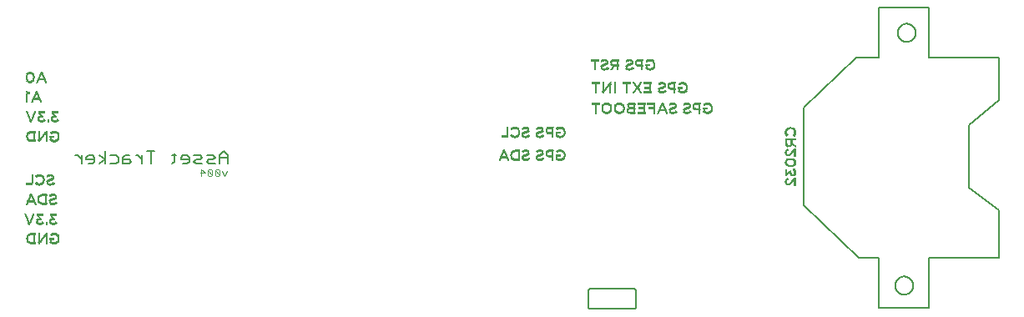
<source format=gbo>
G75*
%MOIN*%
%OFA0B0*%
%FSLAX25Y25*%
%IPPOS*%
%LPD*%
%AMOC8*
5,1,8,0,0,1.08239X$1,22.5*
%
%ADD10R,0.00640X0.00040*%
%ADD11R,0.00440X0.00040*%
%ADD12R,0.00440X0.00040*%
%ADD13R,0.01080X0.00040*%
%ADD14R,0.01000X0.00040*%
%ADD15R,0.01440X0.00040*%
%ADD16R,0.00720X0.00040*%
%ADD17R,0.01320X0.00040*%
%ADD18R,0.01840X0.00040*%
%ADD19R,0.00760X0.00040*%
%ADD20R,0.00800X0.00040*%
%ADD21R,0.01640X0.00040*%
%ADD22R,0.00720X0.00040*%
%ADD23R,0.01560X0.00040*%
%ADD24R,0.02080X0.00040*%
%ADD25R,0.00760X0.00040*%
%ADD26R,0.01880X0.00040*%
%ADD27R,0.01760X0.00040*%
%ADD28R,0.02280X0.00040*%
%ADD29R,0.01960X0.00040*%
%ADD30R,0.02400X0.00040*%
%ADD31R,0.02240X0.00040*%
%ADD32R,0.02120X0.00040*%
%ADD33R,0.02120X0.00040*%
%ADD34R,0.02480X0.00040*%
%ADD35R,0.02400X0.00040*%
%ADD36R,0.02240X0.00040*%
%ADD37R,0.02240X0.00040*%
%ADD38R,0.02560X0.00040*%
%ADD39R,0.02560X0.00040*%
%ADD40R,0.02680X0.00040*%
%ADD41R,0.02640X0.00040*%
%ADD42R,0.02520X0.00040*%
%ADD43R,0.02720X0.00040*%
%ADD44R,0.02760X0.00040*%
%ADD45R,0.02600X0.00040*%
%ADD46R,0.02800X0.00040*%
%ADD47R,0.00720X0.00040*%
%ADD48R,0.02880X0.00040*%
%ADD49R,0.02720X0.00040*%
%ADD50R,0.03000X0.00040*%
%ADD51R,0.02800X0.00040*%
%ADD52R,0.02920X0.00040*%
%ADD53R,0.00720X0.00040*%
%ADD54R,0.03080X0.00040*%
%ADD55R,0.02840X0.00040*%
%ADD56R,0.02960X0.00040*%
%ADD57R,0.03200X0.00040*%
%ADD58R,0.03040X0.00040*%
%ADD59R,0.00800X0.00040*%
%ADD60R,0.03280X0.00040*%
%ADD61R,0.03360X0.00040*%
%ADD62R,0.01520X0.00040*%
%ADD63R,0.01120X0.00040*%
%ADD64R,0.01520X0.00040*%
%ADD65R,0.03120X0.00040*%
%ADD66R,0.01360X0.00040*%
%ADD67R,0.01280X0.00040*%
%ADD68R,0.01000X0.00040*%
%ADD69R,0.03160X0.00040*%
%ADD70R,0.01240X0.00040*%
%ADD71R,0.01120X0.00040*%
%ADD72R,0.00880X0.00040*%
%ADD73R,0.01200X0.00040*%
%ADD74R,0.01360X0.00040*%
%ADD75R,0.01040X0.00040*%
%ADD76R,0.00840X0.00040*%
%ADD77R,0.00840X0.00040*%
%ADD78R,0.00920X0.00040*%
%ADD79R,0.01160X0.00040*%
%ADD80R,0.01040X0.00040*%
%ADD81R,0.00880X0.00040*%
%ADD82R,0.00640X0.00040*%
%ADD83R,0.01080X0.00040*%
%ADD84R,0.00560X0.00040*%
%ADD85R,0.00960X0.00040*%
%ADD86R,0.00480X0.00040*%
%ADD87R,0.00360X0.00040*%
%ADD88R,0.00920X0.00040*%
%ADD89R,0.00280X0.00040*%
%ADD90R,0.00920X0.00040*%
%ADD91R,0.00200X0.00040*%
%ADD92R,0.00960X0.00040*%
%ADD93R,0.00120X0.00040*%
%ADD94R,0.00120X0.00040*%
%ADD95R,0.03400X0.00040*%
%ADD96R,0.00040X0.00040*%
%ADD97R,0.03320X0.00040*%
%ADD98R,0.00840X0.00040*%
%ADD99R,0.00840X0.00040*%
%ADD100R,0.03320X0.00040*%
%ADD101R,0.03240X0.00040*%
%ADD102R,0.03160X0.00040*%
%ADD103R,0.01800X0.00040*%
%ADD104R,0.02040X0.00040*%
%ADD105R,0.02200X0.00040*%
%ADD106R,0.02320X0.00040*%
%ADD107R,0.03000X0.00040*%
%ADD108R,0.02920X0.00040*%
%ADD109R,0.02920X0.00040*%
%ADD110R,0.01280X0.00040*%
%ADD111R,0.01440X0.00040*%
%ADD112R,0.01440X0.00040*%
%ADD113R,0.01800X0.00040*%
%ADD114R,0.02840X0.00040*%
%ADD115R,0.01680X0.00040*%
%ADD116R,0.01840X0.00040*%
%ADD117R,0.02040X0.00040*%
%ADD118R,0.02040X0.00040*%
%ADD119R,0.02080X0.00040*%
%ADD120R,0.01640X0.00040*%
%ADD121R,0.01640X0.00040*%
%ADD122R,0.01400X0.00040*%
%ADD123R,0.00680X0.00040*%
%ADD124R,0.01040X0.00040*%
%ADD125R,0.00680X0.00040*%
%ADD126R,0.00080X0.00040*%
%ADD127R,0.00920X0.00040*%
%ADD128R,0.00160X0.00040*%
%ADD129R,0.00080X0.00040*%
%ADD130R,0.00240X0.00040*%
%ADD131R,0.00200X0.00040*%
%ADD132R,0.01040X0.00040*%
%ADD133R,0.00320X0.00040*%
%ADD134R,0.00320X0.00040*%
%ADD135R,0.01480X0.00040*%
%ADD136R,0.00400X0.00040*%
%ADD137R,0.00600X0.00040*%
%ADD138R,0.00480X0.00040*%
%ADD139R,0.01160X0.00040*%
%ADD140R,0.01400X0.00040*%
%ADD141R,0.00600X0.00040*%
%ADD142R,0.01320X0.00040*%
%ADD143R,0.03080X0.00040*%
%ADD144R,0.02960X0.00040*%
%ADD145R,0.01240X0.00040*%
%ADD146R,0.03120X0.00040*%
%ADD147R,0.02920X0.00040*%
%ADD148R,0.02760X0.00040*%
%ADD149R,0.02600X0.00040*%
%ADD150R,0.02880X0.00040*%
%ADD151R,0.02360X0.00040*%
%ADD152R,0.02160X0.00040*%
%ADD153R,0.02200X0.00040*%
%ADD154R,0.02480X0.00040*%
%ADD155R,0.02040X0.00040*%
%ADD156R,0.01920X0.00040*%
%ADD157R,0.01920X0.00040*%
%ADD158R,0.01720X0.00040*%
%ADD159R,0.01720X0.00040*%
%ADD160R,0.01680X0.00040*%
%ADD161R,0.01120X0.00040*%
%ADD162R,0.01600X0.00040*%
%ADD163R,0.02000X0.00040*%
%ADD164R,0.02280X0.00040*%
%ADD165R,0.02520X0.00040*%
%ADD166R,0.00520X0.00040*%
%ADD167R,0.00280X0.00040*%
%ADD168R,0.01320X0.00040*%
%ADD169R,0.03240X0.00040*%
%ADD170R,0.02440X0.00040*%
%ADD171R,0.02120X0.00040*%
%ADD172R,0.02440X0.00040*%
%ADD173R,0.02640X0.00040*%
%ADD174R,0.03200X0.00040*%
%ADD175R,0.03320X0.00040*%
%ADD176R,0.03360X0.00040*%
%ADD177R,0.01320X0.00040*%
%ADD178R,0.01240X0.00040*%
%ADD179R,0.03240X0.00040*%
%ADD180R,0.02680X0.00040*%
%ADD181R,0.02120X0.00040*%
%ADD182R,0.02320X0.00040*%
%ADD183R,0.03120X0.00040*%
%ADD184R,0.00640X0.00040*%
%ADD185R,0.03120X0.00040*%
%ADD186R,0.00640X0.00040*%
%ADD187R,0.01240X0.00040*%
%ADD188R,0.01560X0.00040*%
%ADD189R,0.01600X0.00040*%
%ADD190R,0.02840X0.00040*%
%ADD191R,0.02840X0.00040*%
%ADD192R,0.01520X0.00040*%
%ADD193R,0.01440X0.00040*%
%ADD194R,0.01120X0.00040*%
%ADD195R,0.03040X0.00040*%
%ADD196R,0.03240X0.00040*%
%ADD197R,0.03040X0.00040*%
%ADD198R,0.02720X0.00040*%
%ADD199R,0.00040X0.00600*%
%ADD200R,0.00040X0.00560*%
%ADD201R,0.00040X0.00520*%
%ADD202R,0.00040X0.01080*%
%ADD203R,0.00040X0.01000*%
%ADD204R,0.00040X0.00920*%
%ADD205R,0.00040X0.01400*%
%ADD206R,0.00040X0.00720*%
%ADD207R,0.00040X0.00840*%
%ADD208R,0.00040X0.03040*%
%ADD209R,0.00040X0.01240*%
%ADD210R,0.00040X0.01160*%
%ADD211R,0.00040X0.03040*%
%ADD212R,0.00040X0.01600*%
%ADD213R,0.00040X0.00720*%
%ADD214R,0.00040X0.00840*%
%ADD215R,0.00040X0.03040*%
%ADD216R,0.00040X0.01480*%
%ADD217R,0.00040X0.01360*%
%ADD218R,0.00040X0.03040*%
%ADD219R,0.00040X0.01800*%
%ADD220R,0.00040X0.01640*%
%ADD221R,0.00040X0.01520*%
%ADD222R,0.00040X0.02000*%
%ADD223R,0.00040X0.01840*%
%ADD224R,0.00040X0.01680*%
%ADD225R,0.00040X0.02120*%
%ADD226R,0.00040X0.01920*%
%ADD227R,0.00040X0.02280*%
%ADD228R,0.00040X0.00800*%
%ADD229R,0.00040X0.02040*%
%ADD230R,0.00040X0.01920*%
%ADD231R,0.00040X0.02400*%
%ADD232R,0.00040X0.00840*%
%ADD233R,0.00040X0.02200*%
%ADD234R,0.00040X0.02040*%
%ADD235R,0.00040X0.02520*%
%ADD236R,0.00040X0.02280*%
%ADD237R,0.00040X0.02640*%
%ADD238R,0.00040X0.02360*%
%ADD239R,0.00040X0.02720*%
%ADD240R,0.00040X0.02480*%
%ADD241R,0.00040X0.02320*%
%ADD242R,0.00040X0.02840*%
%ADD243R,0.00040X0.02560*%
%ADD244R,0.00040X0.02400*%
%ADD245R,0.00040X0.02920*%
%ADD246R,0.00040X0.02600*%
%ADD247R,0.00040X0.02680*%
%ADD248R,0.00040X0.03120*%
%ADD249R,0.00040X0.02760*%
%ADD250R,0.00040X0.03200*%
%ADD251R,0.00040X0.02800*%
%ADD252R,0.00040X0.01360*%
%ADD253R,0.00040X0.00880*%
%ADD254R,0.00040X0.02960*%
%ADD255R,0.00040X0.01320*%
%ADD256R,0.00040X0.01080*%
%ADD257R,0.00040X0.01200*%
%ADD258R,0.00040X0.01240*%
%ADD259R,0.00040X0.00960*%
%ADD260R,0.00040X0.01040*%
%ADD261R,0.00040X0.01120*%
%ADD262R,0.00040X0.00880*%
%ADD263R,0.00040X0.00920*%
%ADD264R,0.00040X0.01000*%
%ADD265R,0.00040X0.00720*%
%ADD266R,0.00040X0.00840*%
%ADD267R,0.00040X0.00680*%
%ADD268R,0.00040X0.00920*%
%ADD269R,0.00040X0.00640*%
%ADD270R,0.00040X0.00800*%
%ADD271R,0.00040X0.00520*%
%ADD272R,0.00040X0.00760*%
%ADD273R,0.00040X0.00440*%
%ADD274R,0.00040X0.00400*%
%ADD275R,0.00040X0.00360*%
%ADD276R,0.00040X0.00320*%
%ADD277R,0.00040X0.00280*%
%ADD278R,0.00040X0.00240*%
%ADD279R,0.00040X0.00200*%
%ADD280R,0.00040X0.00160*%
%ADD281R,0.00040X0.00080*%
%ADD282R,0.00040X0.00720*%
%ADD283R,0.00040X0.00960*%
%ADD284R,0.00040X0.00760*%
%ADD285R,0.00040X0.02440*%
%ADD286R,0.00040X0.02480*%
%ADD287R,0.00040X0.02840*%
%ADD288R,0.00040X0.02880*%
%ADD289R,0.00040X0.01040*%
%ADD290R,0.00040X0.02960*%
%ADD291R,0.00040X0.03000*%
%ADD292R,0.00040X0.01440*%
%ADD293R,0.00040X0.03080*%
%ADD294R,0.00040X0.03120*%
%ADD295R,0.00040X0.01760*%
%ADD296R,0.00040X0.00920*%
%ADD297R,0.00040X0.03160*%
%ADD298R,0.00040X0.01760*%
%ADD299R,0.00040X0.01720*%
%ADD300R,0.00040X0.01160*%
%ADD301R,0.00040X0.01640*%
%ADD302R,0.00040X0.01560*%
%ADD303R,0.00040X0.01400*%
%ADD304R,0.00040X0.01320*%
%ADD305R,0.00040X0.00120*%
%ADD306R,0.00040X0.00120*%
%ADD307R,0.00040X0.00240*%
%ADD308R,0.00040X0.00120*%
%ADD309R,0.00040X0.00520*%
%ADD310R,0.00040X0.00520*%
%ADD311R,0.00040X0.00480*%
%ADD312R,0.00520X0.00040*%
%ADD313R,0.00040X0.01120*%
%ADD314R,0.00040X0.03240*%
%ADD315R,0.00040X0.01040*%
%ADD316R,0.00040X0.01320*%
%ADD317R,0.01520X0.00040*%
%ADD318R,0.00040X0.03240*%
%ADD319R,0.00040X0.03200*%
%ADD320R,0.00040X0.02600*%
%ADD321R,0.00040X0.02720*%
%ADD322R,0.00040X0.02680*%
%ADD323R,0.00040X0.02560*%
%ADD324R,0.00040X0.02440*%
%ADD325R,0.00040X0.02880*%
%ADD326R,0.00040X0.02760*%
%ADD327R,0.00040X0.02920*%
%ADD328R,0.00040X0.02120*%
%ADD329R,0.00040X0.02040*%
%ADD330R,0.00040X0.01920*%
%ADD331R,0.02520X0.00040*%
%ADD332R,0.00040X0.02200*%
%ADD333R,0.00040X0.02720*%
%ADD334R,0.00040X0.01800*%
%ADD335R,0.00040X0.01720*%
%ADD336R,0.00040X0.01640*%
%ADD337R,0.00040X0.01880*%
%ADD338R,0.00040X0.02520*%
%ADD339R,0.00040X0.02160*%
%ADD340R,0.03400X0.00040*%
%ADD341R,0.01640X0.00040*%
%ADD342R,0.00240X0.00040*%
%ADD343R,0.00040X0.00040*%
%ADD344R,0.03320X0.00040*%
%ADD345R,0.00240X0.00040*%
%ADD346R,0.00160X0.00040*%
%ADD347R,0.01760X0.00040*%
%ADD348R,0.02720X0.00040*%
%ADD349R,0.01840X0.00040*%
%ADD350R,0.01880X0.00040*%
%ADD351R,0.02640X0.00040*%
%ADD352R,0.01200X0.00040*%
%ADD353R,0.01480X0.00040*%
%ADD354R,0.00360X0.00040*%
%ADD355C,0.00400*%
%ADD356C,0.00700*%
%ADD357C,0.00600*%
%ADD358C,0.00500*%
D10*
X0052498Y0094613D03*
X0052498Y0094653D03*
X0058538Y0098853D03*
X0051498Y0118933D03*
X0052658Y0122333D03*
X0052498Y0135413D03*
X0052498Y0135453D03*
X0058538Y0139653D03*
X0241338Y0137933D03*
X0241418Y0140453D03*
X0242498Y0141333D03*
X0260658Y0141333D03*
X0260698Y0137013D03*
X0260658Y0132133D03*
X0260698Y0127813D03*
X0309498Y0154813D03*
X0309458Y0159133D03*
X0319458Y0150933D03*
X0319498Y0146613D03*
X0296498Y0164013D03*
X0296458Y0168333D03*
D11*
X0295398Y0167413D03*
X0288318Y0164013D03*
X0278358Y0164013D03*
X0301318Y0154813D03*
X0308398Y0158213D03*
X0318398Y0150013D03*
X0311318Y0146613D03*
X0259598Y0140413D03*
X0252518Y0137013D03*
X0241318Y0138013D03*
X0252518Y0127813D03*
X0259598Y0131213D03*
X0058038Y0110213D03*
X0057038Y0118013D03*
D12*
X0051478Y0119013D03*
X0057478Y0138733D03*
X0057478Y0097933D03*
X0246878Y0127813D03*
X0246878Y0137013D03*
X0305678Y0146613D03*
D13*
X0301518Y0150413D03*
X0301518Y0150453D03*
X0304238Y0156973D03*
X0309478Y0154853D03*
X0310678Y0155613D03*
X0310678Y0158333D03*
X0320678Y0150133D03*
X0320678Y0147413D03*
X0319478Y0146653D03*
X0314238Y0148773D03*
X0297678Y0164813D03*
X0296478Y0164053D03*
X0297678Y0167533D03*
X0291238Y0166173D03*
X0280558Y0158573D03*
X0280558Y0158533D03*
X0280478Y0147453D03*
X0285598Y0147453D03*
X0261878Y0140533D03*
X0261878Y0137813D03*
X0260678Y0137053D03*
X0255438Y0139173D03*
X0255438Y0129973D03*
X0260678Y0127853D03*
X0261878Y0128613D03*
X0261878Y0131333D03*
X0243678Y0137813D03*
X0242518Y0137053D03*
X0241398Y0137773D03*
X0243678Y0140533D03*
X0238238Y0131653D03*
X0238238Y0131613D03*
X0241678Y0131253D03*
X0059758Y0136133D03*
X0058558Y0135373D03*
X0059758Y0138853D03*
X0055278Y0139053D03*
X0052718Y0136013D03*
X0048318Y0136213D03*
X0048318Y0138773D03*
X0049318Y0143733D03*
X0049318Y0143773D03*
X0049318Y0143813D03*
X0054478Y0143973D03*
X0059798Y0143973D03*
X0051518Y0154933D03*
X0051518Y0154973D03*
X0051518Y0155013D03*
X0049878Y0159653D03*
X0053518Y0162733D03*
X0053518Y0162773D03*
X0053518Y0162813D03*
X0053838Y0121533D03*
X0053838Y0118813D03*
X0052678Y0118053D03*
X0051558Y0118773D03*
X0049398Y0114053D03*
X0049398Y0114013D03*
X0052838Y0113653D03*
X0053878Y0102973D03*
X0055278Y0098253D03*
X0059758Y0098053D03*
X0059198Y0102973D03*
X0048718Y0102813D03*
X0048718Y0102773D03*
X0048718Y0102733D03*
X0048318Y0097973D03*
X0048318Y0095413D03*
X0052718Y0095213D03*
X0058558Y0094573D03*
X0059758Y0095333D03*
D14*
X0059918Y0095453D03*
X0059878Y0097933D03*
X0059838Y0097973D03*
X0057598Y0098133D03*
X0055318Y0098373D03*
X0052878Y0102253D03*
X0048718Y0102653D03*
X0048158Y0097853D03*
X0058198Y0102253D03*
X0058038Y0110253D03*
X0059158Y0110973D03*
X0059038Y0112933D03*
X0057238Y0113853D03*
X0057078Y0111853D03*
X0052718Y0111173D03*
X0052678Y0113533D03*
X0049398Y0114133D03*
X0049398Y0114173D03*
X0053958Y0118933D03*
X0056078Y0119653D03*
X0057038Y0118053D03*
X0058158Y0118773D03*
X0058038Y0120733D03*
X0056238Y0121653D03*
X0053918Y0121453D03*
X0051638Y0121573D03*
X0059918Y0136253D03*
X0059878Y0138733D03*
X0059838Y0138773D03*
X0057598Y0138933D03*
X0055318Y0139173D03*
X0053478Y0143253D03*
X0049318Y0143653D03*
X0048158Y0138653D03*
X0058798Y0143253D03*
X0051518Y0155053D03*
X0049958Y0159733D03*
X0048038Y0162453D03*
X0053518Y0162853D03*
X0238238Y0131773D03*
X0238238Y0131733D03*
X0241518Y0131133D03*
X0241558Y0128773D03*
X0245918Y0129453D03*
X0246878Y0127853D03*
X0247998Y0128573D03*
X0247878Y0130533D03*
X0246078Y0131453D03*
X0251718Y0131453D03*
X0251558Y0129453D03*
X0252518Y0127853D03*
X0253638Y0128573D03*
X0253518Y0130533D03*
X0259718Y0131413D03*
X0261958Y0131253D03*
X0261998Y0131213D03*
X0262038Y0128733D03*
X0262038Y0137933D03*
X0261998Y0140413D03*
X0261958Y0140453D03*
X0259718Y0140613D03*
X0253518Y0139733D03*
X0253638Y0137773D03*
X0252518Y0137053D03*
X0251558Y0138653D03*
X0251718Y0140653D03*
X0247878Y0139733D03*
X0247998Y0137773D03*
X0246878Y0137053D03*
X0245918Y0138653D03*
X0246078Y0140653D03*
X0243758Y0140453D03*
X0241478Y0140573D03*
X0243798Y0137933D03*
X0277918Y0147533D03*
X0277878Y0149973D03*
X0277918Y0150013D03*
X0277958Y0150053D03*
X0280518Y0150053D03*
X0280558Y0150013D03*
X0282998Y0149973D03*
X0283038Y0150013D03*
X0283078Y0150053D03*
X0283038Y0147533D03*
X0280598Y0147573D03*
X0280558Y0147533D03*
X0285678Y0147533D03*
X0285718Y0147573D03*
X0285678Y0150013D03*
X0285638Y0150053D03*
X0287998Y0150173D03*
X0291438Y0156933D03*
X0300358Y0156453D03*
X0301318Y0154853D03*
X0302438Y0155573D03*
X0302318Y0157533D03*
X0300518Y0158453D03*
X0297838Y0164933D03*
X0297798Y0167413D03*
X0297758Y0167453D03*
X0295518Y0167613D03*
X0289318Y0166733D03*
X0289438Y0164773D03*
X0288318Y0164053D03*
X0287358Y0165653D03*
X0287518Y0167653D03*
X0279358Y0166733D03*
X0279478Y0164773D03*
X0278358Y0164053D03*
X0277398Y0165653D03*
X0277558Y0167653D03*
X0280598Y0158653D03*
X0277958Y0155373D03*
X0301518Y0150573D03*
X0301518Y0150533D03*
X0304878Y0150253D03*
X0304718Y0148253D03*
X0305678Y0146653D03*
X0306798Y0147373D03*
X0306678Y0149333D03*
X0310358Y0148253D03*
X0311318Y0146653D03*
X0312438Y0147373D03*
X0312318Y0149333D03*
X0310518Y0150253D03*
X0310838Y0155733D03*
X0310798Y0158213D03*
X0310758Y0158253D03*
X0308518Y0158413D03*
X0318518Y0150213D03*
X0320758Y0150053D03*
X0320798Y0150013D03*
X0320838Y0147533D03*
D15*
X0319498Y0146693D03*
X0318458Y0147293D03*
X0309498Y0154893D03*
X0308458Y0155493D03*
X0296498Y0164093D03*
X0295458Y0164693D03*
X0260698Y0137093D03*
X0259658Y0137693D03*
X0259658Y0128493D03*
X0260698Y0127893D03*
D16*
X0257578Y0127893D03*
X0257578Y0128093D03*
X0257578Y0128293D03*
X0257578Y0128493D03*
X0257578Y0128693D03*
X0257578Y0128893D03*
X0257578Y0129093D03*
X0257578Y0130093D03*
X0257578Y0130293D03*
X0257578Y0130493D03*
X0257578Y0130693D03*
X0257578Y0130893D03*
X0257578Y0131093D03*
X0257578Y0131293D03*
X0251338Y0129093D03*
X0251338Y0128893D03*
X0239778Y0128493D03*
X0239618Y0128893D03*
X0239178Y0129893D03*
X0239018Y0130293D03*
X0238938Y0130493D03*
X0238738Y0130893D03*
X0237818Y0131093D03*
X0237738Y0130893D03*
X0237218Y0129693D03*
X0241338Y0137893D03*
X0241418Y0140493D03*
X0251338Y0138293D03*
X0251338Y0138093D03*
X0257578Y0138093D03*
X0257578Y0138293D03*
X0257578Y0137893D03*
X0257578Y0137693D03*
X0257578Y0137493D03*
X0257578Y0137293D03*
X0257578Y0137093D03*
X0257578Y0139293D03*
X0257578Y0139493D03*
X0257578Y0139693D03*
X0257578Y0139893D03*
X0257578Y0140093D03*
X0257578Y0140293D03*
X0257578Y0140493D03*
X0274938Y0146693D03*
X0274938Y0146893D03*
X0274938Y0147093D03*
X0274938Y0147293D03*
X0274938Y0147493D03*
X0274938Y0147693D03*
X0274938Y0147893D03*
X0274938Y0148093D03*
X0274938Y0148293D03*
X0274938Y0148493D03*
X0274938Y0148693D03*
X0274938Y0148893D03*
X0274938Y0149093D03*
X0274938Y0149293D03*
X0274938Y0149493D03*
X0274938Y0149693D03*
X0274938Y0149893D03*
X0274938Y0150093D03*
X0274978Y0154893D03*
X0274978Y0155093D03*
X0274978Y0155293D03*
X0274978Y0155493D03*
X0274978Y0155693D03*
X0274978Y0155893D03*
X0274978Y0156093D03*
X0274978Y0156293D03*
X0274978Y0156493D03*
X0274978Y0156693D03*
X0274978Y0156893D03*
X0274978Y0157093D03*
X0274978Y0157293D03*
X0274978Y0157493D03*
X0274978Y0157693D03*
X0274978Y0157893D03*
X0274978Y0158093D03*
X0274978Y0158293D03*
X0277818Y0158293D03*
X0277818Y0158493D03*
X0277818Y0158693D03*
X0277818Y0158893D03*
X0277818Y0158093D03*
X0277818Y0157893D03*
X0277818Y0157693D03*
X0277818Y0157493D03*
X0277818Y0157293D03*
X0277818Y0157093D03*
X0277818Y0156893D03*
X0277818Y0156693D03*
X0277818Y0156493D03*
X0277818Y0156293D03*
X0280738Y0156293D03*
X0280738Y0156493D03*
X0280738Y0156693D03*
X0280738Y0156893D03*
X0280738Y0157093D03*
X0280738Y0157293D03*
X0280738Y0157493D03*
X0280738Y0157693D03*
X0280738Y0156093D03*
X0280738Y0155893D03*
X0280738Y0155693D03*
X0280738Y0155493D03*
X0280738Y0155293D03*
X0280738Y0155093D03*
X0280738Y0154893D03*
X0282618Y0154893D03*
X0282618Y0155093D03*
X0282618Y0155293D03*
X0282618Y0155493D03*
X0282618Y0155693D03*
X0282618Y0155893D03*
X0282618Y0156093D03*
X0282618Y0156293D03*
X0282618Y0156493D03*
X0282618Y0156693D03*
X0282618Y0156893D03*
X0282618Y0157093D03*
X0282618Y0157293D03*
X0282618Y0157493D03*
X0282618Y0157693D03*
X0282618Y0157893D03*
X0282618Y0158093D03*
X0282618Y0158293D03*
X0282618Y0158493D03*
X0282618Y0158693D03*
X0282618Y0158893D03*
X0283738Y0164093D03*
X0283738Y0164293D03*
X0283738Y0164493D03*
X0283738Y0164693D03*
X0283738Y0164893D03*
X0283738Y0165093D03*
X0283738Y0165293D03*
X0283738Y0165493D03*
X0283738Y0166293D03*
X0283738Y0166493D03*
X0283738Y0166693D03*
X0283738Y0166893D03*
X0283738Y0167093D03*
X0283738Y0167293D03*
X0283738Y0167493D03*
X0287138Y0165293D03*
X0287138Y0165093D03*
X0293378Y0165093D03*
X0293378Y0165293D03*
X0293378Y0164893D03*
X0293378Y0164693D03*
X0293378Y0164493D03*
X0293378Y0164293D03*
X0293378Y0164093D03*
X0293378Y0166293D03*
X0293378Y0166493D03*
X0293378Y0166693D03*
X0293378Y0166893D03*
X0293378Y0167093D03*
X0293378Y0167293D03*
X0293378Y0167493D03*
X0296738Y0158293D03*
X0296738Y0158093D03*
X0296738Y0157893D03*
X0296738Y0157693D03*
X0296738Y0157493D03*
X0296738Y0156493D03*
X0296738Y0156293D03*
X0296738Y0156093D03*
X0296738Y0155893D03*
X0296738Y0155693D03*
X0300138Y0155893D03*
X0300138Y0156093D03*
X0306378Y0156093D03*
X0306378Y0155893D03*
X0306378Y0155693D03*
X0306378Y0155493D03*
X0306378Y0155293D03*
X0306378Y0155093D03*
X0306378Y0154893D03*
X0306378Y0157093D03*
X0306378Y0157293D03*
X0306378Y0157493D03*
X0306378Y0157693D03*
X0306378Y0157893D03*
X0306378Y0158093D03*
X0306378Y0158293D03*
X0301938Y0149893D03*
X0302018Y0149693D03*
X0302218Y0149293D03*
X0302378Y0148893D03*
X0302538Y0148493D03*
X0302978Y0147493D03*
X0303138Y0147093D03*
X0300578Y0148693D03*
X0300938Y0149493D03*
X0301018Y0149693D03*
X0310138Y0147893D03*
X0310138Y0147693D03*
X0316378Y0147693D03*
X0316378Y0147893D03*
X0316378Y0147493D03*
X0316378Y0147293D03*
X0316378Y0147093D03*
X0316378Y0146893D03*
X0316378Y0146693D03*
X0316378Y0148893D03*
X0316378Y0149093D03*
X0316378Y0149293D03*
X0316378Y0149493D03*
X0316378Y0149693D03*
X0316378Y0149893D03*
X0316378Y0150093D03*
X0287818Y0149493D03*
X0287778Y0149693D03*
X0287578Y0148093D03*
X0287538Y0147893D03*
X0282578Y0148493D03*
X0277178Y0165093D03*
X0277178Y0165293D03*
X0274618Y0165293D03*
X0274618Y0165493D03*
X0274618Y0165693D03*
X0274618Y0165893D03*
X0274618Y0166093D03*
X0274618Y0166293D03*
X0274618Y0166493D03*
X0274618Y0166693D03*
X0274618Y0166893D03*
X0274618Y0167093D03*
X0274618Y0167293D03*
X0274618Y0167493D03*
X0274618Y0165093D03*
X0274618Y0164893D03*
X0274618Y0164693D03*
X0274618Y0164493D03*
X0274618Y0164293D03*
X0274618Y0164093D03*
X0279538Y0167093D03*
X0279538Y0167293D03*
X0057178Y0137093D03*
X0057178Y0136893D03*
X0057178Y0136693D03*
X0057178Y0136493D03*
X0052538Y0136893D03*
X0052538Y0137093D03*
X0052538Y0137293D03*
X0052538Y0137493D03*
X0052538Y0137693D03*
X0052538Y0137893D03*
X0052538Y0138093D03*
X0052538Y0138293D03*
X0052538Y0138493D03*
X0052538Y0138693D03*
X0052538Y0138893D03*
X0052538Y0139093D03*
X0052538Y0139293D03*
X0052538Y0139493D03*
X0050738Y0138893D03*
X0050738Y0138693D03*
X0050738Y0138493D03*
X0050738Y0138293D03*
X0050738Y0138093D03*
X0050738Y0137893D03*
X0050738Y0137693D03*
X0050738Y0137493D03*
X0050738Y0137293D03*
X0050738Y0137093D03*
X0050738Y0136893D03*
X0050738Y0136693D03*
X0050738Y0136493D03*
X0050738Y0136293D03*
X0050738Y0136093D03*
X0052378Y0144293D03*
X0052338Y0144493D03*
X0049778Y0144493D03*
X0048938Y0144293D03*
X0048778Y0144693D03*
X0047738Y0151293D03*
X0047738Y0151493D03*
X0047738Y0151693D03*
X0047738Y0151893D03*
X0047738Y0152093D03*
X0047738Y0152293D03*
X0047738Y0152493D03*
X0047738Y0152693D03*
X0047738Y0152893D03*
X0047738Y0153093D03*
X0047738Y0153293D03*
X0047738Y0153493D03*
X0047738Y0153693D03*
X0047738Y0153893D03*
X0047738Y0154093D03*
X0047738Y0154293D03*
X0047738Y0154493D03*
X0050618Y0153293D03*
X0050538Y0153093D03*
X0051138Y0154493D03*
X0052178Y0153893D03*
X0052338Y0153493D03*
X0052418Y0153293D03*
X0052938Y0152093D03*
X0053018Y0151893D03*
X0055018Y0159693D03*
X0054938Y0159893D03*
X0054418Y0161093D03*
X0054338Y0161293D03*
X0054178Y0161693D03*
X0053138Y0162293D03*
X0052618Y0161093D03*
X0052538Y0160893D03*
X0049818Y0122093D03*
X0049818Y0121893D03*
X0049818Y0121693D03*
X0049818Y0121493D03*
X0049818Y0121293D03*
X0049818Y0121093D03*
X0049818Y0120893D03*
X0049818Y0120693D03*
X0049818Y0120493D03*
X0049818Y0120293D03*
X0049818Y0120093D03*
X0049818Y0119893D03*
X0049818Y0119693D03*
X0049818Y0119493D03*
X0049818Y0119293D03*
X0049818Y0119093D03*
X0049818Y0118893D03*
X0051578Y0121493D03*
X0058218Y0121293D03*
X0058218Y0121093D03*
X0059218Y0113493D03*
X0059218Y0113293D03*
X0051018Y0110693D03*
X0050938Y0110893D03*
X0050778Y0111293D03*
X0050418Y0112093D03*
X0050338Y0112293D03*
X0050178Y0112693D03*
X0049818Y0113493D03*
X0048978Y0113493D03*
X0048818Y0113093D03*
X0048378Y0112093D03*
X0048178Y0103693D03*
X0048338Y0103293D03*
X0049178Y0103493D03*
X0051738Y0103493D03*
X0051778Y0103293D03*
X0052538Y0098693D03*
X0052538Y0098493D03*
X0052538Y0098293D03*
X0052538Y0098093D03*
X0052538Y0097893D03*
X0052538Y0097693D03*
X0052538Y0097493D03*
X0052538Y0097293D03*
X0052538Y0097093D03*
X0052538Y0096893D03*
X0052538Y0096693D03*
X0052538Y0096493D03*
X0052538Y0096293D03*
X0052538Y0096093D03*
X0050738Y0096093D03*
X0050738Y0096293D03*
X0050738Y0096493D03*
X0050738Y0096693D03*
X0050738Y0096893D03*
X0050738Y0097093D03*
X0050738Y0097293D03*
X0050738Y0097493D03*
X0050738Y0097693D03*
X0050738Y0097893D03*
X0050738Y0098093D03*
X0050738Y0095893D03*
X0050738Y0095693D03*
X0050738Y0095493D03*
X0050738Y0095293D03*
X0057178Y0095693D03*
X0057178Y0095893D03*
X0057178Y0096093D03*
X0057178Y0096293D03*
D17*
X0052838Y0095493D03*
X0048718Y0103093D03*
X0059078Y0102893D03*
X0058038Y0110293D03*
X0057038Y0118093D03*
X0052838Y0136293D03*
X0049318Y0144093D03*
X0059678Y0143893D03*
X0051518Y0154693D03*
X0053518Y0162493D03*
X0246878Y0137093D03*
X0252518Y0137093D03*
X0252518Y0127893D03*
X0246878Y0127893D03*
X0278278Y0147293D03*
X0291438Y0156693D03*
X0301318Y0154893D03*
X0288318Y0164093D03*
X0305678Y0146693D03*
X0311318Y0146693D03*
D18*
X0243538Y0127893D03*
X0054698Y0110293D03*
D19*
X0056918Y0111093D03*
X0052278Y0112093D03*
X0052238Y0112293D03*
X0052238Y0112493D03*
X0052278Y0112693D03*
X0052318Y0112893D03*
X0051118Y0110493D03*
X0051198Y0110293D03*
X0048038Y0111293D03*
X0047958Y0111093D03*
X0047878Y0110893D03*
X0047798Y0110693D03*
X0048558Y0112493D03*
X0048638Y0112693D03*
X0048718Y0112893D03*
X0047278Y0105893D03*
X0047358Y0105693D03*
X0047438Y0105493D03*
X0047518Y0105293D03*
X0047598Y0105093D03*
X0047678Y0104893D03*
X0047758Y0104693D03*
X0047838Y0104493D03*
X0047918Y0104293D03*
X0047998Y0104093D03*
X0048078Y0103893D03*
X0049358Y0103893D03*
X0049438Y0104093D03*
X0051758Y0103693D03*
X0057078Y0103693D03*
X0055438Y0098693D03*
X0057198Y0095493D03*
X0060278Y0096093D03*
X0060318Y0096293D03*
X0060358Y0096493D03*
X0060358Y0096693D03*
X0060358Y0096893D03*
X0060318Y0097093D03*
X0047758Y0097093D03*
X0047718Y0096893D03*
X0047718Y0096693D03*
X0047718Y0096493D03*
X0047758Y0096293D03*
X0055918Y0118893D03*
X0054438Y0120093D03*
X0054438Y0120293D03*
X0054398Y0120493D03*
X0054358Y0120693D03*
X0057198Y0136293D03*
X0060278Y0136893D03*
X0060318Y0137093D03*
X0060358Y0137293D03*
X0060358Y0137493D03*
X0060358Y0137693D03*
X0060318Y0137893D03*
X0055438Y0139493D03*
X0057678Y0144693D03*
X0052358Y0144693D03*
X0050038Y0145093D03*
X0049958Y0144893D03*
X0048678Y0144893D03*
X0048598Y0145093D03*
X0048518Y0145293D03*
X0048438Y0145493D03*
X0048358Y0145693D03*
X0048278Y0145893D03*
X0048198Y0146093D03*
X0048118Y0146293D03*
X0048038Y0146493D03*
X0047958Y0146693D03*
X0047878Y0146893D03*
X0049758Y0151293D03*
X0049838Y0151493D03*
X0050038Y0151893D03*
X0050118Y0152093D03*
X0050438Y0152893D03*
X0050798Y0153693D03*
X0050878Y0153893D03*
X0050958Y0154093D03*
X0051518Y0155293D03*
X0052598Y0152893D03*
X0053118Y0151693D03*
X0053198Y0151493D03*
X0053278Y0151293D03*
X0051758Y0159093D03*
X0051838Y0159293D03*
X0052038Y0159693D03*
X0052118Y0159893D03*
X0052438Y0160693D03*
X0052798Y0161493D03*
X0052878Y0161693D03*
X0052958Y0161893D03*
X0053518Y0163093D03*
X0054598Y0160693D03*
X0055118Y0159493D03*
X0055198Y0159293D03*
X0055278Y0159093D03*
X0050358Y0160493D03*
X0050398Y0160693D03*
X0050438Y0160893D03*
X0050438Y0161093D03*
X0050438Y0161293D03*
X0050398Y0161493D03*
X0050358Y0161693D03*
X0047638Y0161693D03*
X0047598Y0161493D03*
X0047558Y0161293D03*
X0047558Y0161093D03*
X0047558Y0160893D03*
X0047598Y0160693D03*
X0047638Y0160493D03*
X0047758Y0137893D03*
X0047718Y0137693D03*
X0047718Y0137493D03*
X0047718Y0137293D03*
X0047758Y0137093D03*
X0236638Y0128293D03*
X0236718Y0128493D03*
X0236798Y0128693D03*
X0236878Y0128893D03*
X0237398Y0130093D03*
X0237478Y0130293D03*
X0237558Y0130493D03*
X0239958Y0128093D03*
X0240038Y0127893D03*
X0241118Y0129693D03*
X0241078Y0129893D03*
X0241078Y0130093D03*
X0241118Y0130293D03*
X0241158Y0130493D03*
X0245758Y0128693D03*
X0251398Y0128693D03*
X0255158Y0130293D03*
X0255118Y0130893D03*
X0262398Y0130493D03*
X0262438Y0130293D03*
X0262478Y0130093D03*
X0262478Y0129893D03*
X0262478Y0129693D03*
X0262478Y0138893D03*
X0262478Y0139093D03*
X0262478Y0139293D03*
X0262438Y0139493D03*
X0262398Y0139693D03*
X0255158Y0139493D03*
X0255118Y0140093D03*
X0251398Y0137893D03*
X0245758Y0137893D03*
X0244278Y0139093D03*
X0244278Y0139293D03*
X0244238Y0139493D03*
X0244198Y0139693D03*
X0277438Y0148693D03*
X0277438Y0148893D03*
X0277478Y0149093D03*
X0277518Y0149293D03*
X0280958Y0149293D03*
X0280998Y0149093D03*
X0281038Y0148893D03*
X0281038Y0148693D03*
X0282558Y0148693D03*
X0282558Y0148893D03*
X0282598Y0149093D03*
X0282638Y0149293D03*
X0286078Y0149293D03*
X0286118Y0149093D03*
X0286158Y0148893D03*
X0286158Y0148693D03*
X0287678Y0148293D03*
X0287558Y0147693D03*
X0287798Y0149893D03*
X0277838Y0155093D03*
X0277238Y0164893D03*
X0281158Y0166493D03*
X0281078Y0167093D03*
X0287198Y0164893D03*
X0290958Y0166493D03*
X0290918Y0167093D03*
X0298198Y0166693D03*
X0298238Y0166493D03*
X0298278Y0166293D03*
X0298278Y0166093D03*
X0298278Y0165893D03*
X0303918Y0157893D03*
X0303958Y0157293D03*
X0300198Y0155693D03*
X0311278Y0156693D03*
X0311278Y0156893D03*
X0311278Y0157093D03*
X0311238Y0157293D03*
X0311198Y0157493D03*
X0313918Y0149693D03*
X0313958Y0149093D03*
X0310198Y0147493D03*
X0304558Y0147493D03*
X0303238Y0146893D03*
X0303318Y0146693D03*
X0300158Y0147693D03*
X0300078Y0147493D03*
X0299998Y0147293D03*
X0299918Y0147093D03*
X0300678Y0148893D03*
X0300758Y0149093D03*
X0300838Y0149293D03*
X0321198Y0149293D03*
X0321238Y0149093D03*
X0321278Y0148893D03*
X0321278Y0148693D03*
X0321278Y0148493D03*
D20*
X0321218Y0148293D03*
X0321178Y0148093D03*
X0321138Y0149493D03*
X0313978Y0149893D03*
X0312458Y0149493D03*
X0312418Y0150093D03*
X0310218Y0148093D03*
X0306818Y0149493D03*
X0306778Y0150093D03*
X0304578Y0148093D03*
X0299818Y0146893D03*
X0299738Y0146693D03*
X0286138Y0148493D03*
X0286098Y0148293D03*
X0286018Y0148093D03*
X0286018Y0149493D03*
X0282698Y0149493D03*
X0282618Y0148293D03*
X0282698Y0148093D03*
X0281018Y0148493D03*
X0280978Y0148293D03*
X0280898Y0148093D03*
X0280898Y0149493D03*
X0277578Y0149493D03*
X0277498Y0148293D03*
X0277578Y0148093D03*
X0292138Y0156093D03*
X0292418Y0155693D03*
X0292698Y0155293D03*
X0290818Y0157893D03*
X0300218Y0156293D03*
X0302458Y0157693D03*
X0302418Y0158293D03*
X0303978Y0158093D03*
X0311138Y0157693D03*
X0311218Y0156493D03*
X0311178Y0156293D03*
X0298178Y0165493D03*
X0298218Y0165693D03*
X0298138Y0166893D03*
X0290978Y0167293D03*
X0289458Y0166893D03*
X0289418Y0167493D03*
X0287218Y0165493D03*
X0281138Y0164293D03*
X0281138Y0167293D03*
X0279498Y0166893D03*
X0279458Y0167493D03*
X0277258Y0165493D03*
X0280698Y0158893D03*
X0262338Y0139893D03*
X0262418Y0138693D03*
X0262378Y0138493D03*
X0255178Y0140293D03*
X0253658Y0139893D03*
X0253618Y0140493D03*
X0251418Y0138493D03*
X0248018Y0139893D03*
X0247978Y0140493D03*
X0245778Y0138493D03*
X0244258Y0138893D03*
X0244218Y0138693D03*
X0244138Y0139893D03*
X0247978Y0131293D03*
X0248018Y0130693D03*
X0245778Y0129293D03*
X0241218Y0129293D03*
X0241138Y0129493D03*
X0241218Y0130693D03*
X0236538Y0128093D03*
X0236458Y0127893D03*
X0251418Y0129293D03*
X0253658Y0130693D03*
X0253618Y0131293D03*
X0255178Y0131093D03*
X0262338Y0130693D03*
X0262418Y0129493D03*
X0262378Y0129293D03*
X0060258Y0138093D03*
X0060178Y0138293D03*
X0057778Y0144093D03*
X0057738Y0144893D03*
X0056098Y0144093D03*
X0056098Y0143893D03*
X0056098Y0143693D03*
X0056098Y0143493D03*
X0056098Y0143293D03*
X0052458Y0144093D03*
X0052418Y0144893D03*
X0050258Y0145693D03*
X0050338Y0145893D03*
X0050418Y0146093D03*
X0050498Y0146293D03*
X0050578Y0146493D03*
X0050658Y0146693D03*
X0050738Y0146893D03*
X0050818Y0147093D03*
X0050898Y0147293D03*
X0050178Y0145493D03*
X0050098Y0145293D03*
X0047818Y0147093D03*
X0047738Y0147293D03*
X0049938Y0151693D03*
X0051938Y0159493D03*
X0050218Y0160093D03*
X0050298Y0160293D03*
X0050298Y0161893D03*
X0050218Y0162093D03*
X0047778Y0162093D03*
X0047698Y0161893D03*
X0047698Y0160293D03*
X0047778Y0160093D03*
X0047818Y0138093D03*
X0047818Y0136893D03*
X0047898Y0136693D03*
X0058138Y0121493D03*
X0058178Y0120893D03*
X0055938Y0119493D03*
X0054418Y0119893D03*
X0054378Y0119693D03*
X0054298Y0120893D03*
X0059138Y0113693D03*
X0059178Y0113093D03*
X0056938Y0111693D03*
X0052378Y0111693D03*
X0052298Y0111893D03*
X0052378Y0113093D03*
X0047698Y0110493D03*
X0047618Y0110293D03*
X0047138Y0106293D03*
X0047218Y0106093D03*
X0049818Y0105093D03*
X0049898Y0105293D03*
X0049978Y0105493D03*
X0050058Y0105693D03*
X0050138Y0105893D03*
X0050218Y0106093D03*
X0050298Y0106293D03*
X0049738Y0104893D03*
X0049658Y0104693D03*
X0049578Y0104493D03*
X0049498Y0104293D03*
X0051818Y0103893D03*
X0051858Y0103093D03*
X0055498Y0103093D03*
X0055498Y0102893D03*
X0055498Y0102693D03*
X0055498Y0102493D03*
X0055498Y0102293D03*
X0057178Y0103093D03*
X0057138Y0103893D03*
X0060178Y0097493D03*
X0060258Y0097293D03*
X0047898Y0095893D03*
X0047818Y0096093D03*
X0047818Y0097293D03*
D21*
X0052878Y0102373D03*
X0053478Y0143373D03*
X0242478Y0141213D03*
X0260678Y0137133D03*
X0260678Y0127933D03*
X0309478Y0154933D03*
X0296478Y0164133D03*
X0319478Y0146733D03*
D22*
X0316378Y0146733D03*
X0316378Y0146773D03*
X0316378Y0146813D03*
X0316378Y0146853D03*
X0316378Y0146933D03*
X0316378Y0146973D03*
X0316378Y0147013D03*
X0316378Y0147053D03*
X0316378Y0147133D03*
X0316378Y0147173D03*
X0316378Y0147213D03*
X0316378Y0147253D03*
X0316378Y0147333D03*
X0316378Y0147373D03*
X0316378Y0147413D03*
X0316378Y0147453D03*
X0316378Y0147533D03*
X0316378Y0147573D03*
X0316378Y0147613D03*
X0316378Y0147653D03*
X0316378Y0147733D03*
X0316378Y0147773D03*
X0316378Y0147813D03*
X0316378Y0147853D03*
X0316378Y0147933D03*
X0316378Y0147973D03*
X0316378Y0148013D03*
X0316378Y0148733D03*
X0316378Y0148773D03*
X0316378Y0148813D03*
X0316378Y0148853D03*
X0316378Y0148933D03*
X0316378Y0148973D03*
X0316378Y0149013D03*
X0316378Y0149053D03*
X0316378Y0149133D03*
X0316378Y0149173D03*
X0316378Y0149213D03*
X0316378Y0149253D03*
X0316378Y0149333D03*
X0316378Y0149373D03*
X0316378Y0149413D03*
X0316378Y0149453D03*
X0316378Y0149533D03*
X0316378Y0149573D03*
X0316378Y0149613D03*
X0316378Y0149653D03*
X0316378Y0149733D03*
X0316378Y0149773D03*
X0316378Y0149813D03*
X0316378Y0149853D03*
X0316378Y0149933D03*
X0316378Y0149973D03*
X0316378Y0150013D03*
X0316378Y0150053D03*
X0316378Y0150133D03*
X0316378Y0150173D03*
X0313938Y0149773D03*
X0313938Y0149733D03*
X0313938Y0149213D03*
X0313938Y0149173D03*
X0310138Y0147933D03*
X0310138Y0147853D03*
X0310138Y0147813D03*
X0310138Y0147773D03*
X0310138Y0147733D03*
X0310138Y0147653D03*
X0310178Y0147613D03*
X0310178Y0147573D03*
X0306818Y0149973D03*
X0306818Y0150013D03*
X0304818Y0150173D03*
X0304538Y0147613D03*
X0304538Y0147573D03*
X0303178Y0147013D03*
X0303018Y0147373D03*
X0303018Y0147413D03*
X0302938Y0147573D03*
X0302578Y0148413D03*
X0302578Y0148453D03*
X0302538Y0148533D03*
X0302418Y0148773D03*
X0302418Y0148813D03*
X0302378Y0148853D03*
X0302338Y0148933D03*
X0302338Y0148973D03*
X0302338Y0149013D03*
X0302218Y0149253D03*
X0302178Y0149333D03*
X0302178Y0149373D03*
X0302138Y0149413D03*
X0302138Y0149453D03*
X0302018Y0149733D03*
X0301978Y0149813D03*
X0301938Y0149933D03*
X0301138Y0149973D03*
X0300978Y0149613D03*
X0300938Y0149533D03*
X0300818Y0149253D03*
X0300818Y0149213D03*
X0300778Y0149133D03*
X0300738Y0149053D03*
X0300618Y0148773D03*
X0300578Y0148653D03*
X0300538Y0148573D03*
X0300138Y0147653D03*
X0300178Y0155773D03*
X0300178Y0155813D03*
X0300138Y0155853D03*
X0300138Y0155933D03*
X0300138Y0155973D03*
X0300138Y0156013D03*
X0300138Y0156053D03*
X0300138Y0156133D03*
X0296738Y0156133D03*
X0296738Y0156173D03*
X0296738Y0156213D03*
X0296738Y0156253D03*
X0296738Y0156333D03*
X0296738Y0156373D03*
X0296738Y0156413D03*
X0296738Y0156453D03*
X0296738Y0156533D03*
X0296738Y0156573D03*
X0296738Y0156613D03*
X0296738Y0156053D03*
X0296738Y0156013D03*
X0296738Y0155973D03*
X0296738Y0155933D03*
X0296738Y0155853D03*
X0296738Y0155813D03*
X0296738Y0155773D03*
X0296738Y0155733D03*
X0296738Y0155653D03*
X0296738Y0155613D03*
X0296738Y0155573D03*
X0296738Y0157333D03*
X0296738Y0157373D03*
X0296738Y0157413D03*
X0296738Y0157453D03*
X0296738Y0157533D03*
X0296738Y0157573D03*
X0296738Y0157613D03*
X0296738Y0157653D03*
X0296738Y0157733D03*
X0296738Y0157773D03*
X0296738Y0157813D03*
X0296738Y0157853D03*
X0296738Y0157933D03*
X0296738Y0157973D03*
X0296738Y0158013D03*
X0296738Y0158053D03*
X0296738Y0158133D03*
X0296738Y0158173D03*
X0296738Y0158213D03*
X0296738Y0158253D03*
X0296738Y0158333D03*
X0296738Y0158373D03*
X0293378Y0164133D03*
X0293378Y0164173D03*
X0293378Y0164213D03*
X0293378Y0164253D03*
X0293378Y0164333D03*
X0293378Y0164373D03*
X0293378Y0164413D03*
X0293378Y0164453D03*
X0293378Y0164533D03*
X0293378Y0164573D03*
X0293378Y0164613D03*
X0293378Y0164653D03*
X0293378Y0164733D03*
X0293378Y0164773D03*
X0293378Y0164813D03*
X0293378Y0164853D03*
X0293378Y0164933D03*
X0293378Y0164973D03*
X0293378Y0165013D03*
X0293378Y0165053D03*
X0293378Y0165133D03*
X0293378Y0165173D03*
X0293378Y0165213D03*
X0293378Y0165253D03*
X0293378Y0165333D03*
X0293378Y0165373D03*
X0293378Y0165413D03*
X0293378Y0166133D03*
X0293378Y0166173D03*
X0293378Y0166213D03*
X0293378Y0166253D03*
X0293378Y0166333D03*
X0293378Y0166373D03*
X0293378Y0166413D03*
X0293378Y0166453D03*
X0293378Y0166533D03*
X0293378Y0166573D03*
X0293378Y0166613D03*
X0293378Y0166653D03*
X0293378Y0166733D03*
X0293378Y0166773D03*
X0293378Y0166813D03*
X0293378Y0166853D03*
X0293378Y0166933D03*
X0293378Y0166973D03*
X0293378Y0167013D03*
X0293378Y0167053D03*
X0293378Y0167133D03*
X0293378Y0167173D03*
X0293378Y0167213D03*
X0293378Y0167253D03*
X0293378Y0167333D03*
X0293378Y0167373D03*
X0293378Y0167413D03*
X0293378Y0167453D03*
X0293378Y0167533D03*
X0293378Y0167573D03*
X0290938Y0167173D03*
X0290938Y0167133D03*
X0290938Y0166613D03*
X0290938Y0166573D03*
X0287138Y0165333D03*
X0287138Y0165253D03*
X0287138Y0165213D03*
X0287138Y0165173D03*
X0287138Y0165133D03*
X0287138Y0165053D03*
X0287178Y0165013D03*
X0287178Y0164973D03*
X0283738Y0164973D03*
X0283738Y0165013D03*
X0283738Y0165053D03*
X0283738Y0165133D03*
X0283738Y0165173D03*
X0283738Y0165213D03*
X0283738Y0165253D03*
X0283738Y0165333D03*
X0283738Y0165373D03*
X0283738Y0165413D03*
X0283738Y0165453D03*
X0283738Y0165533D03*
X0283738Y0164933D03*
X0283738Y0164853D03*
X0283738Y0164813D03*
X0283738Y0164773D03*
X0283738Y0164733D03*
X0283738Y0164653D03*
X0283738Y0164613D03*
X0283738Y0164573D03*
X0283738Y0164533D03*
X0283738Y0164453D03*
X0283738Y0164413D03*
X0283738Y0164373D03*
X0283738Y0164333D03*
X0283738Y0164253D03*
X0283738Y0164213D03*
X0283738Y0164173D03*
X0283738Y0164133D03*
X0283738Y0166213D03*
X0283738Y0166253D03*
X0283738Y0166333D03*
X0283738Y0166373D03*
X0283738Y0166413D03*
X0283738Y0166453D03*
X0283738Y0166533D03*
X0283738Y0166573D03*
X0283738Y0166613D03*
X0283738Y0166653D03*
X0283738Y0166733D03*
X0283738Y0166773D03*
X0283738Y0166813D03*
X0283738Y0166853D03*
X0283738Y0166933D03*
X0283738Y0166973D03*
X0283738Y0167013D03*
X0283738Y0167053D03*
X0283738Y0167133D03*
X0283738Y0167173D03*
X0283738Y0167213D03*
X0283738Y0167253D03*
X0283738Y0167333D03*
X0283738Y0167373D03*
X0283738Y0167413D03*
X0283738Y0167453D03*
X0283738Y0167533D03*
X0283738Y0167573D03*
X0279538Y0167253D03*
X0279538Y0167213D03*
X0279538Y0167173D03*
X0279538Y0167133D03*
X0279538Y0167053D03*
X0279538Y0164853D03*
X0277218Y0164973D03*
X0277218Y0165013D03*
X0277178Y0165053D03*
X0277178Y0165133D03*
X0277178Y0165173D03*
X0277178Y0165213D03*
X0277178Y0165253D03*
X0277178Y0165333D03*
X0274618Y0165333D03*
X0274618Y0165373D03*
X0274618Y0165413D03*
X0274618Y0165453D03*
X0274618Y0165533D03*
X0274618Y0165573D03*
X0274618Y0165613D03*
X0274618Y0165653D03*
X0274618Y0165733D03*
X0274618Y0165773D03*
X0274618Y0165813D03*
X0274618Y0165853D03*
X0274618Y0165933D03*
X0274618Y0165973D03*
X0274618Y0166013D03*
X0274618Y0166053D03*
X0274618Y0166133D03*
X0274618Y0166173D03*
X0274618Y0166213D03*
X0274618Y0166253D03*
X0274618Y0166333D03*
X0274618Y0166373D03*
X0274618Y0166413D03*
X0274618Y0166453D03*
X0274618Y0166533D03*
X0274618Y0166573D03*
X0274618Y0166613D03*
X0274618Y0166653D03*
X0274618Y0166733D03*
X0274618Y0166773D03*
X0274618Y0166813D03*
X0274618Y0166853D03*
X0274618Y0166933D03*
X0274618Y0166973D03*
X0274618Y0167013D03*
X0274618Y0167053D03*
X0274618Y0167133D03*
X0274618Y0167173D03*
X0274618Y0167213D03*
X0274618Y0167253D03*
X0274618Y0167333D03*
X0274618Y0167373D03*
X0274618Y0167413D03*
X0274618Y0167453D03*
X0274618Y0167533D03*
X0274618Y0167573D03*
X0274618Y0165253D03*
X0274618Y0165213D03*
X0274618Y0165173D03*
X0274618Y0165133D03*
X0274618Y0165053D03*
X0274618Y0165013D03*
X0274618Y0164973D03*
X0274618Y0164933D03*
X0274618Y0164853D03*
X0274618Y0164813D03*
X0274618Y0164773D03*
X0274618Y0164733D03*
X0274618Y0164653D03*
X0274618Y0164613D03*
X0274618Y0164573D03*
X0274618Y0164533D03*
X0274618Y0164453D03*
X0274618Y0164413D03*
X0274618Y0164373D03*
X0274618Y0164333D03*
X0274618Y0164253D03*
X0274618Y0164213D03*
X0274618Y0164173D03*
X0274618Y0164133D03*
X0274978Y0158373D03*
X0274978Y0158333D03*
X0274978Y0158253D03*
X0274978Y0158213D03*
X0274978Y0158173D03*
X0274978Y0158133D03*
X0274978Y0158053D03*
X0274978Y0158013D03*
X0274978Y0157973D03*
X0274978Y0157933D03*
X0274978Y0157853D03*
X0274978Y0157813D03*
X0274978Y0157773D03*
X0274978Y0157733D03*
X0274978Y0157653D03*
X0274978Y0157613D03*
X0274978Y0157573D03*
X0274978Y0157533D03*
X0274978Y0157453D03*
X0274978Y0157413D03*
X0274978Y0157373D03*
X0274978Y0157333D03*
X0274978Y0157253D03*
X0274978Y0157213D03*
X0274978Y0157173D03*
X0274978Y0157133D03*
X0274978Y0157053D03*
X0274978Y0157013D03*
X0274978Y0156973D03*
X0274978Y0156933D03*
X0274978Y0156853D03*
X0274978Y0156813D03*
X0274978Y0156773D03*
X0274978Y0156733D03*
X0274978Y0156653D03*
X0274978Y0156613D03*
X0274978Y0156573D03*
X0274978Y0156533D03*
X0274978Y0156453D03*
X0274978Y0156413D03*
X0274978Y0156373D03*
X0274978Y0156333D03*
X0274978Y0156253D03*
X0274978Y0156213D03*
X0274978Y0156173D03*
X0274978Y0156133D03*
X0274978Y0156053D03*
X0274978Y0156013D03*
X0274978Y0155973D03*
X0274978Y0155933D03*
X0274978Y0155853D03*
X0274978Y0155813D03*
X0274978Y0155773D03*
X0274978Y0155733D03*
X0274978Y0155653D03*
X0274978Y0155613D03*
X0274978Y0155573D03*
X0274978Y0155533D03*
X0274978Y0155453D03*
X0274978Y0155413D03*
X0274978Y0155373D03*
X0274978Y0155333D03*
X0274978Y0155253D03*
X0274978Y0155213D03*
X0274978Y0155173D03*
X0274978Y0155133D03*
X0274978Y0155053D03*
X0274978Y0155013D03*
X0274978Y0154973D03*
X0274978Y0154933D03*
X0277818Y0155013D03*
X0277818Y0156213D03*
X0277818Y0156253D03*
X0277818Y0156333D03*
X0277818Y0156373D03*
X0277818Y0156413D03*
X0277818Y0156453D03*
X0277818Y0156533D03*
X0277818Y0156573D03*
X0277818Y0156613D03*
X0277818Y0156653D03*
X0277818Y0156733D03*
X0277818Y0156773D03*
X0277818Y0156813D03*
X0277818Y0156853D03*
X0277818Y0156933D03*
X0277818Y0156973D03*
X0277818Y0157013D03*
X0277818Y0157053D03*
X0277818Y0157133D03*
X0277818Y0157173D03*
X0277818Y0157213D03*
X0277818Y0157253D03*
X0277818Y0157333D03*
X0277818Y0157373D03*
X0277818Y0157413D03*
X0277818Y0157453D03*
X0277818Y0157533D03*
X0277818Y0157573D03*
X0277818Y0157613D03*
X0277818Y0157653D03*
X0277818Y0157733D03*
X0277818Y0157773D03*
X0277818Y0157813D03*
X0277818Y0157853D03*
X0277818Y0157933D03*
X0277818Y0157973D03*
X0277818Y0158013D03*
X0277818Y0158053D03*
X0277818Y0158133D03*
X0277818Y0158173D03*
X0277818Y0158213D03*
X0277818Y0158253D03*
X0277818Y0158333D03*
X0277818Y0158373D03*
X0277818Y0158413D03*
X0277818Y0158453D03*
X0277818Y0158533D03*
X0277818Y0158573D03*
X0277818Y0158613D03*
X0277818Y0158653D03*
X0277818Y0158733D03*
X0277818Y0158773D03*
X0277818Y0158813D03*
X0277818Y0158853D03*
X0277818Y0158933D03*
X0277818Y0158973D03*
X0277818Y0159013D03*
X0277818Y0159053D03*
X0280738Y0159013D03*
X0280738Y0157813D03*
X0280738Y0157773D03*
X0280738Y0157733D03*
X0280738Y0157653D03*
X0280738Y0157613D03*
X0280738Y0157573D03*
X0280738Y0157533D03*
X0280738Y0157453D03*
X0280738Y0157413D03*
X0280738Y0157373D03*
X0280738Y0157333D03*
X0280738Y0157253D03*
X0280738Y0157213D03*
X0280738Y0157173D03*
X0280738Y0157133D03*
X0280738Y0157053D03*
X0280738Y0157013D03*
X0280738Y0156973D03*
X0280738Y0156933D03*
X0280738Y0156853D03*
X0280738Y0156813D03*
X0280738Y0156773D03*
X0280738Y0156733D03*
X0280738Y0156653D03*
X0280738Y0156613D03*
X0280738Y0156573D03*
X0280738Y0156533D03*
X0280738Y0156453D03*
X0280738Y0156413D03*
X0280738Y0156373D03*
X0280738Y0156333D03*
X0280738Y0156253D03*
X0280738Y0156213D03*
X0280738Y0156173D03*
X0280738Y0156133D03*
X0280738Y0156053D03*
X0280738Y0156013D03*
X0280738Y0155973D03*
X0280738Y0155933D03*
X0280738Y0155853D03*
X0280738Y0155813D03*
X0280738Y0155773D03*
X0280738Y0155733D03*
X0280738Y0155653D03*
X0280738Y0155613D03*
X0280738Y0155573D03*
X0280738Y0155533D03*
X0280738Y0155453D03*
X0280738Y0155413D03*
X0280738Y0155373D03*
X0280738Y0155333D03*
X0280738Y0155253D03*
X0280738Y0155213D03*
X0280738Y0155173D03*
X0280738Y0155133D03*
X0280738Y0155053D03*
X0280738Y0155013D03*
X0280738Y0154973D03*
X0280738Y0154933D03*
X0282618Y0154933D03*
X0282618Y0154973D03*
X0282618Y0155013D03*
X0282618Y0155053D03*
X0282618Y0155133D03*
X0282618Y0155173D03*
X0282618Y0155213D03*
X0282618Y0155253D03*
X0282618Y0155333D03*
X0282618Y0155373D03*
X0282618Y0155413D03*
X0282618Y0155453D03*
X0282618Y0155533D03*
X0282618Y0155573D03*
X0282618Y0155613D03*
X0282618Y0155653D03*
X0282618Y0155733D03*
X0282618Y0155773D03*
X0282618Y0155813D03*
X0282618Y0155853D03*
X0282618Y0155933D03*
X0282618Y0155973D03*
X0282618Y0156013D03*
X0282618Y0156053D03*
X0282618Y0156133D03*
X0282618Y0156173D03*
X0282618Y0156213D03*
X0282618Y0156253D03*
X0282618Y0156333D03*
X0282618Y0156373D03*
X0282618Y0156413D03*
X0282618Y0156453D03*
X0282618Y0156533D03*
X0282618Y0156573D03*
X0282618Y0156613D03*
X0282618Y0156653D03*
X0282618Y0156733D03*
X0282618Y0156773D03*
X0282618Y0156813D03*
X0282618Y0156853D03*
X0282618Y0156933D03*
X0282618Y0156973D03*
X0282618Y0157013D03*
X0282618Y0157053D03*
X0282618Y0157133D03*
X0282618Y0157173D03*
X0282618Y0157213D03*
X0282618Y0157253D03*
X0282618Y0157333D03*
X0282618Y0157373D03*
X0282618Y0157413D03*
X0282618Y0157453D03*
X0282618Y0157533D03*
X0282618Y0157573D03*
X0282618Y0157613D03*
X0282618Y0157653D03*
X0282618Y0157733D03*
X0282618Y0157773D03*
X0282618Y0157813D03*
X0282618Y0157853D03*
X0282618Y0157933D03*
X0282618Y0157973D03*
X0282618Y0158013D03*
X0282618Y0158053D03*
X0282618Y0158133D03*
X0282618Y0158173D03*
X0282618Y0158213D03*
X0282618Y0158253D03*
X0282618Y0158333D03*
X0282618Y0158373D03*
X0282618Y0158413D03*
X0282618Y0158453D03*
X0282618Y0158533D03*
X0282618Y0158573D03*
X0282618Y0158613D03*
X0282618Y0158653D03*
X0282618Y0158733D03*
X0282618Y0158773D03*
X0282618Y0158813D03*
X0282618Y0158853D03*
X0282618Y0158933D03*
X0282618Y0158973D03*
X0282618Y0159013D03*
X0282618Y0159053D03*
X0287778Y0149813D03*
X0287778Y0149773D03*
X0287778Y0149733D03*
X0287778Y0149653D03*
X0287778Y0149613D03*
X0287818Y0149453D03*
X0287618Y0148213D03*
X0287578Y0148133D03*
X0287538Y0148013D03*
X0287538Y0147973D03*
X0287538Y0147933D03*
X0287538Y0147853D03*
X0287538Y0147813D03*
X0287538Y0147773D03*
X0286138Y0149053D03*
X0281018Y0149053D03*
X0274938Y0149053D03*
X0274938Y0149013D03*
X0274938Y0148973D03*
X0274938Y0148933D03*
X0274938Y0148853D03*
X0274938Y0148813D03*
X0274938Y0148773D03*
X0274938Y0148733D03*
X0274938Y0148653D03*
X0274938Y0148613D03*
X0274938Y0148573D03*
X0274938Y0148533D03*
X0274938Y0148453D03*
X0274938Y0148413D03*
X0274938Y0148373D03*
X0274938Y0148333D03*
X0274938Y0148253D03*
X0274938Y0148213D03*
X0274938Y0148173D03*
X0274938Y0148133D03*
X0274938Y0148053D03*
X0274938Y0148013D03*
X0274938Y0147973D03*
X0274938Y0147933D03*
X0274938Y0147853D03*
X0274938Y0147813D03*
X0274938Y0147773D03*
X0274938Y0147733D03*
X0274938Y0147653D03*
X0274938Y0147613D03*
X0274938Y0147573D03*
X0274938Y0147533D03*
X0274938Y0147453D03*
X0274938Y0147413D03*
X0274938Y0147373D03*
X0274938Y0147333D03*
X0274938Y0147253D03*
X0274938Y0147213D03*
X0274938Y0147173D03*
X0274938Y0147133D03*
X0274938Y0147053D03*
X0274938Y0147013D03*
X0274938Y0146973D03*
X0274938Y0146933D03*
X0274938Y0146853D03*
X0274938Y0146813D03*
X0274938Y0146773D03*
X0274938Y0146733D03*
X0274938Y0149133D03*
X0274938Y0149173D03*
X0274938Y0149213D03*
X0274938Y0149253D03*
X0274938Y0149333D03*
X0274938Y0149373D03*
X0274938Y0149413D03*
X0274938Y0149453D03*
X0274938Y0149533D03*
X0274938Y0149573D03*
X0274938Y0149613D03*
X0274938Y0149653D03*
X0274938Y0149733D03*
X0274938Y0149773D03*
X0274938Y0149813D03*
X0274938Y0149853D03*
X0274938Y0149933D03*
X0274938Y0149973D03*
X0274938Y0150013D03*
X0274938Y0150053D03*
X0274938Y0150133D03*
X0274938Y0150173D03*
X0257578Y0140573D03*
X0257578Y0140533D03*
X0257578Y0140453D03*
X0257578Y0140413D03*
X0257578Y0140373D03*
X0257578Y0140333D03*
X0257578Y0140253D03*
X0257578Y0140213D03*
X0257578Y0140173D03*
X0257578Y0140133D03*
X0257578Y0140053D03*
X0257578Y0140013D03*
X0257578Y0139973D03*
X0257578Y0139933D03*
X0257578Y0139853D03*
X0257578Y0139813D03*
X0257578Y0139773D03*
X0257578Y0139733D03*
X0257578Y0139653D03*
X0257578Y0139613D03*
X0257578Y0139573D03*
X0257578Y0139533D03*
X0257578Y0139453D03*
X0257578Y0139413D03*
X0257578Y0139373D03*
X0257578Y0139333D03*
X0257578Y0139253D03*
X0257578Y0139213D03*
X0257578Y0139173D03*
X0257578Y0139133D03*
X0257578Y0138413D03*
X0257578Y0138373D03*
X0257578Y0138333D03*
X0257578Y0138253D03*
X0257578Y0138213D03*
X0257578Y0138173D03*
X0257578Y0138133D03*
X0257578Y0138053D03*
X0257578Y0138013D03*
X0257578Y0137973D03*
X0257578Y0137933D03*
X0257578Y0137853D03*
X0257578Y0137813D03*
X0257578Y0137773D03*
X0257578Y0137733D03*
X0257578Y0137653D03*
X0257578Y0137613D03*
X0257578Y0137573D03*
X0257578Y0137533D03*
X0257578Y0137453D03*
X0257578Y0137413D03*
X0257578Y0137373D03*
X0257578Y0137333D03*
X0257578Y0137253D03*
X0257578Y0137213D03*
X0257578Y0137173D03*
X0257578Y0137133D03*
X0255138Y0139573D03*
X0255138Y0139613D03*
X0255138Y0140133D03*
X0255138Y0140173D03*
X0251338Y0138333D03*
X0251338Y0138253D03*
X0251338Y0138213D03*
X0251338Y0138173D03*
X0251338Y0138133D03*
X0251338Y0138053D03*
X0251378Y0138013D03*
X0251378Y0137973D03*
X0248018Y0140373D03*
X0248018Y0140413D03*
X0246018Y0140573D03*
X0245738Y0138013D03*
X0245738Y0137973D03*
X0246018Y0131373D03*
X0248018Y0131213D03*
X0248018Y0131173D03*
X0245738Y0128813D03*
X0245738Y0128773D03*
X0251338Y0128853D03*
X0251378Y0128813D03*
X0251378Y0128773D03*
X0251338Y0128933D03*
X0251338Y0128973D03*
X0251338Y0129013D03*
X0251338Y0129053D03*
X0251338Y0129133D03*
X0255138Y0130373D03*
X0255138Y0130413D03*
X0255138Y0130933D03*
X0255138Y0130973D03*
X0257578Y0130973D03*
X0257578Y0131013D03*
X0257578Y0131053D03*
X0257578Y0131133D03*
X0257578Y0131173D03*
X0257578Y0131213D03*
X0257578Y0131253D03*
X0257578Y0131333D03*
X0257578Y0131373D03*
X0257578Y0130933D03*
X0257578Y0130853D03*
X0257578Y0130813D03*
X0257578Y0130773D03*
X0257578Y0130733D03*
X0257578Y0130653D03*
X0257578Y0130613D03*
X0257578Y0130573D03*
X0257578Y0130533D03*
X0257578Y0130453D03*
X0257578Y0130413D03*
X0257578Y0130373D03*
X0257578Y0130333D03*
X0257578Y0130253D03*
X0257578Y0130213D03*
X0257578Y0130173D03*
X0257578Y0130133D03*
X0257578Y0130053D03*
X0257578Y0130013D03*
X0257578Y0129973D03*
X0257578Y0129933D03*
X0257578Y0129213D03*
X0257578Y0129173D03*
X0257578Y0129133D03*
X0257578Y0129053D03*
X0257578Y0129013D03*
X0257578Y0128973D03*
X0257578Y0128933D03*
X0257578Y0128853D03*
X0257578Y0128813D03*
X0257578Y0128773D03*
X0257578Y0128733D03*
X0257578Y0128653D03*
X0257578Y0128613D03*
X0257578Y0128573D03*
X0257578Y0128533D03*
X0257578Y0128453D03*
X0257578Y0128413D03*
X0257578Y0128373D03*
X0257578Y0128333D03*
X0257578Y0128253D03*
X0257578Y0128213D03*
X0257578Y0128173D03*
X0257578Y0128133D03*
X0257578Y0128053D03*
X0257578Y0128013D03*
X0257578Y0127973D03*
X0257578Y0127933D03*
X0240018Y0127933D03*
X0239978Y0128013D03*
X0239818Y0128413D03*
X0239738Y0128573D03*
X0239738Y0128613D03*
X0239618Y0128853D03*
X0239218Y0129773D03*
X0239218Y0129813D03*
X0239178Y0129853D03*
X0239178Y0129933D03*
X0239138Y0129973D03*
X0239138Y0130013D03*
X0239018Y0130253D03*
X0238978Y0130333D03*
X0238978Y0130373D03*
X0238938Y0130453D03*
X0238818Y0130733D03*
X0238818Y0130773D03*
X0238778Y0130813D03*
X0238778Y0130853D03*
X0238738Y0130933D03*
X0238618Y0131173D03*
X0237818Y0131053D03*
X0237778Y0131013D03*
X0237778Y0130973D03*
X0237618Y0130613D03*
X0237578Y0130533D03*
X0237538Y0130453D03*
X0237538Y0130413D03*
X0237418Y0130173D03*
X0237418Y0130133D03*
X0237378Y0130053D03*
X0237338Y0129973D03*
X0237178Y0129613D03*
X0303938Y0157373D03*
X0303938Y0157413D03*
X0303938Y0157933D03*
X0303938Y0157973D03*
X0306378Y0157973D03*
X0306378Y0158013D03*
X0306378Y0158053D03*
X0306378Y0158133D03*
X0306378Y0158173D03*
X0306378Y0158213D03*
X0306378Y0158253D03*
X0306378Y0158333D03*
X0306378Y0158373D03*
X0306378Y0157933D03*
X0306378Y0157853D03*
X0306378Y0157813D03*
X0306378Y0157773D03*
X0306378Y0157733D03*
X0306378Y0157653D03*
X0306378Y0157613D03*
X0306378Y0157573D03*
X0306378Y0157533D03*
X0306378Y0157453D03*
X0306378Y0157413D03*
X0306378Y0157373D03*
X0306378Y0157333D03*
X0306378Y0157253D03*
X0306378Y0157213D03*
X0306378Y0157173D03*
X0306378Y0157133D03*
X0306378Y0157053D03*
X0306378Y0157013D03*
X0306378Y0156973D03*
X0306378Y0156933D03*
X0306378Y0156213D03*
X0306378Y0156173D03*
X0306378Y0156133D03*
X0306378Y0156053D03*
X0306378Y0156013D03*
X0306378Y0155973D03*
X0306378Y0155933D03*
X0306378Y0155853D03*
X0306378Y0155813D03*
X0306378Y0155773D03*
X0306378Y0155733D03*
X0306378Y0155653D03*
X0306378Y0155613D03*
X0306378Y0155573D03*
X0306378Y0155533D03*
X0306378Y0155453D03*
X0306378Y0155413D03*
X0306378Y0155373D03*
X0306378Y0155333D03*
X0306378Y0155253D03*
X0306378Y0155213D03*
X0306378Y0155173D03*
X0306378Y0155133D03*
X0306378Y0155053D03*
X0306378Y0155013D03*
X0306378Y0154973D03*
X0306378Y0154933D03*
X0057538Y0138853D03*
X0057178Y0137053D03*
X0057178Y0137013D03*
X0057178Y0136973D03*
X0057178Y0136933D03*
X0057178Y0136853D03*
X0057178Y0136813D03*
X0057178Y0136773D03*
X0057178Y0136733D03*
X0057178Y0136653D03*
X0057178Y0136613D03*
X0057178Y0136573D03*
X0057178Y0136533D03*
X0057178Y0136453D03*
X0057178Y0136413D03*
X0057178Y0136373D03*
X0057178Y0136333D03*
X0052538Y0136733D03*
X0052538Y0136773D03*
X0052538Y0136813D03*
X0052538Y0136853D03*
X0052538Y0136933D03*
X0052538Y0136973D03*
X0052538Y0137013D03*
X0052538Y0137053D03*
X0052538Y0137133D03*
X0052538Y0137173D03*
X0052538Y0137213D03*
X0052538Y0137253D03*
X0052538Y0137333D03*
X0052538Y0137373D03*
X0052538Y0137413D03*
X0052538Y0137453D03*
X0052538Y0137533D03*
X0052538Y0137573D03*
X0052538Y0137613D03*
X0052538Y0137653D03*
X0052538Y0137733D03*
X0052538Y0137773D03*
X0052538Y0137813D03*
X0052538Y0137853D03*
X0052538Y0137933D03*
X0052538Y0137973D03*
X0052538Y0138013D03*
X0052538Y0138053D03*
X0052538Y0138133D03*
X0052538Y0138173D03*
X0052538Y0138213D03*
X0052538Y0138253D03*
X0052538Y0138333D03*
X0052538Y0138373D03*
X0052538Y0138413D03*
X0052538Y0138453D03*
X0052538Y0138533D03*
X0052538Y0138573D03*
X0052538Y0138613D03*
X0052538Y0138653D03*
X0052538Y0138733D03*
X0052538Y0138773D03*
X0052538Y0138813D03*
X0052538Y0138853D03*
X0052538Y0138933D03*
X0052538Y0138973D03*
X0052538Y0139013D03*
X0052538Y0139053D03*
X0052538Y0139133D03*
X0052538Y0139173D03*
X0052538Y0139213D03*
X0052538Y0139253D03*
X0052538Y0139333D03*
X0052538Y0139373D03*
X0052538Y0139413D03*
X0052538Y0139453D03*
X0052538Y0139533D03*
X0052538Y0139573D03*
X0050738Y0138853D03*
X0050738Y0138813D03*
X0050738Y0138773D03*
X0050738Y0138733D03*
X0050738Y0138653D03*
X0050738Y0138613D03*
X0050738Y0138573D03*
X0050738Y0138533D03*
X0050738Y0138453D03*
X0050738Y0138413D03*
X0050738Y0138373D03*
X0050738Y0138333D03*
X0050738Y0138253D03*
X0050738Y0138213D03*
X0050738Y0138173D03*
X0050738Y0138133D03*
X0050738Y0138053D03*
X0050738Y0138013D03*
X0050738Y0137973D03*
X0050738Y0137933D03*
X0050738Y0137853D03*
X0050738Y0137813D03*
X0050738Y0137773D03*
X0050738Y0137733D03*
X0050738Y0137653D03*
X0050738Y0137613D03*
X0050738Y0137573D03*
X0050738Y0137533D03*
X0050738Y0137453D03*
X0050738Y0137413D03*
X0050738Y0137373D03*
X0050738Y0137333D03*
X0050738Y0137253D03*
X0050738Y0137213D03*
X0050738Y0137173D03*
X0050738Y0137133D03*
X0050738Y0137053D03*
X0050738Y0137013D03*
X0050738Y0136973D03*
X0050738Y0136933D03*
X0050738Y0136853D03*
X0050738Y0136813D03*
X0050738Y0136773D03*
X0050738Y0136733D03*
X0050738Y0136653D03*
X0050738Y0136613D03*
X0050738Y0136573D03*
X0050738Y0136533D03*
X0050738Y0136453D03*
X0050738Y0136413D03*
X0050738Y0136373D03*
X0050738Y0136333D03*
X0050738Y0136253D03*
X0050738Y0136213D03*
X0050738Y0136173D03*
X0050738Y0136133D03*
X0052538Y0135533D03*
X0052378Y0144253D03*
X0052338Y0144373D03*
X0052338Y0144413D03*
X0052338Y0144453D03*
X0052338Y0144533D03*
X0052338Y0144573D03*
X0052338Y0144613D03*
X0052338Y0144653D03*
X0052378Y0144773D03*
X0049738Y0144373D03*
X0048818Y0144533D03*
X0048818Y0144573D03*
X0048778Y0144653D03*
X0048738Y0144733D03*
X0048738Y0144773D03*
X0048618Y0145053D03*
X0048578Y0145173D03*
X0048538Y0145253D03*
X0048418Y0145573D03*
X0048378Y0145653D03*
X0047738Y0151213D03*
X0047738Y0151253D03*
X0047738Y0151333D03*
X0047738Y0151373D03*
X0047738Y0151413D03*
X0047738Y0151453D03*
X0047738Y0151533D03*
X0047738Y0151573D03*
X0047738Y0151613D03*
X0047738Y0151653D03*
X0047738Y0151733D03*
X0047738Y0151773D03*
X0047738Y0151813D03*
X0047738Y0151853D03*
X0047738Y0151933D03*
X0047738Y0151973D03*
X0047738Y0152013D03*
X0047738Y0152053D03*
X0047738Y0152133D03*
X0047738Y0152173D03*
X0047738Y0152213D03*
X0047738Y0152253D03*
X0047738Y0152333D03*
X0047738Y0152373D03*
X0047738Y0152413D03*
X0047738Y0152453D03*
X0047738Y0152533D03*
X0047738Y0152573D03*
X0047738Y0152613D03*
X0047738Y0152653D03*
X0047738Y0152733D03*
X0047738Y0152773D03*
X0047738Y0152813D03*
X0047738Y0152853D03*
X0047738Y0152933D03*
X0047738Y0152973D03*
X0047738Y0153013D03*
X0047738Y0153053D03*
X0047738Y0153133D03*
X0047738Y0153173D03*
X0047738Y0153213D03*
X0047738Y0153253D03*
X0047738Y0153333D03*
X0047738Y0153373D03*
X0047738Y0153413D03*
X0047738Y0153453D03*
X0047738Y0153533D03*
X0047738Y0153573D03*
X0047738Y0153613D03*
X0047738Y0153653D03*
X0047738Y0153733D03*
X0047738Y0153773D03*
X0047738Y0153813D03*
X0047738Y0153853D03*
X0047738Y0153933D03*
X0047738Y0153973D03*
X0047738Y0154013D03*
X0047738Y0154053D03*
X0047738Y0154133D03*
X0047738Y0154173D03*
X0047738Y0154213D03*
X0047738Y0154253D03*
X0047738Y0154333D03*
X0047738Y0154373D03*
X0047738Y0154413D03*
X0047738Y0154453D03*
X0047738Y0154533D03*
X0047738Y0154573D03*
X0047738Y0154613D03*
X0047738Y0154653D03*
X0048538Y0154653D03*
X0050818Y0153773D03*
X0050818Y0153733D03*
X0050778Y0153653D03*
X0050738Y0153573D03*
X0050578Y0153213D03*
X0050578Y0153173D03*
X0050938Y0154013D03*
X0050938Y0154053D03*
X0050978Y0154133D03*
X0051018Y0154213D03*
X0051938Y0154413D03*
X0051938Y0154453D03*
X0051978Y0154333D03*
X0052018Y0154253D03*
X0052018Y0154213D03*
X0052138Y0153973D03*
X0052138Y0153933D03*
X0052178Y0153853D03*
X0052218Y0153813D03*
X0052218Y0153773D03*
X0052338Y0153533D03*
X0052338Y0153453D03*
X0052378Y0153413D03*
X0052378Y0153373D03*
X0052418Y0153333D03*
X0052538Y0153053D03*
X0052538Y0153013D03*
X0052578Y0152973D03*
X0052578Y0152933D03*
X0052978Y0152013D03*
X0053018Y0151933D03*
X0053138Y0151613D03*
X0053178Y0151533D03*
X0050138Y0152173D03*
X0055178Y0159333D03*
X0055138Y0159413D03*
X0055018Y0159733D03*
X0054978Y0159813D03*
X0054578Y0160733D03*
X0054578Y0160773D03*
X0054538Y0160813D03*
X0054538Y0160853D03*
X0054418Y0161133D03*
X0054378Y0161173D03*
X0054378Y0161213D03*
X0054338Y0161253D03*
X0054338Y0161333D03*
X0054218Y0161573D03*
X0054218Y0161613D03*
X0054178Y0161653D03*
X0054138Y0161733D03*
X0054138Y0161773D03*
X0054018Y0162013D03*
X0054018Y0162053D03*
X0053978Y0162133D03*
X0053938Y0162213D03*
X0053938Y0162253D03*
X0053018Y0162013D03*
X0052978Y0161933D03*
X0052938Y0161853D03*
X0052938Y0161813D03*
X0052818Y0161573D03*
X0052818Y0161533D03*
X0052778Y0161453D03*
X0052738Y0161373D03*
X0052578Y0161013D03*
X0052578Y0160973D03*
X0052138Y0159973D03*
X0050418Y0160773D03*
X0050418Y0161413D03*
X0047578Y0160773D03*
X0049818Y0122253D03*
X0049818Y0122213D03*
X0049818Y0122173D03*
X0049818Y0122133D03*
X0049818Y0122053D03*
X0049818Y0122013D03*
X0049818Y0121973D03*
X0049818Y0121933D03*
X0049818Y0121853D03*
X0049818Y0121813D03*
X0049818Y0121773D03*
X0049818Y0121733D03*
X0049818Y0121653D03*
X0049818Y0121613D03*
X0049818Y0121573D03*
X0049818Y0121533D03*
X0049818Y0121453D03*
X0049818Y0121413D03*
X0049818Y0121373D03*
X0049818Y0121333D03*
X0049818Y0121253D03*
X0049818Y0121213D03*
X0049818Y0121173D03*
X0049818Y0121133D03*
X0049818Y0121053D03*
X0049818Y0121013D03*
X0049818Y0120973D03*
X0049818Y0120933D03*
X0049818Y0120853D03*
X0049818Y0120813D03*
X0049818Y0120773D03*
X0049818Y0120733D03*
X0049818Y0120653D03*
X0049818Y0120613D03*
X0049818Y0120573D03*
X0049818Y0120533D03*
X0049818Y0120453D03*
X0049818Y0120413D03*
X0049818Y0120373D03*
X0049818Y0120333D03*
X0049818Y0120253D03*
X0049818Y0120213D03*
X0049818Y0120173D03*
X0049818Y0120133D03*
X0049818Y0120053D03*
X0049818Y0120013D03*
X0049818Y0119973D03*
X0049818Y0119933D03*
X0049818Y0119853D03*
X0049818Y0119813D03*
X0049818Y0119773D03*
X0049818Y0119733D03*
X0049818Y0119653D03*
X0049818Y0119613D03*
X0049818Y0119573D03*
X0049818Y0119533D03*
X0049818Y0119453D03*
X0049818Y0119413D03*
X0049818Y0119373D03*
X0049818Y0119333D03*
X0049818Y0119253D03*
X0049818Y0119213D03*
X0049818Y0119173D03*
X0049818Y0119133D03*
X0049818Y0119053D03*
X0049818Y0119013D03*
X0049818Y0118973D03*
X0049818Y0118933D03*
X0049818Y0118853D03*
X0049818Y0118813D03*
X0049818Y0118773D03*
X0054418Y0120453D03*
X0056178Y0121573D03*
X0058178Y0121413D03*
X0058178Y0121373D03*
X0058218Y0121253D03*
X0058218Y0121213D03*
X0058218Y0121173D03*
X0058218Y0121133D03*
X0058218Y0121053D03*
X0058218Y0118853D03*
X0057178Y0113773D03*
X0059178Y0113613D03*
X0059178Y0113573D03*
X0059218Y0113453D03*
X0059218Y0113413D03*
X0059218Y0113373D03*
X0059218Y0113333D03*
X0059218Y0113253D03*
X0059218Y0111053D03*
X0051178Y0110333D03*
X0051138Y0110413D03*
X0050978Y0110813D03*
X0050818Y0111173D03*
X0050778Y0111253D03*
X0050418Y0112133D03*
X0050378Y0112173D03*
X0050378Y0112213D03*
X0050338Y0112253D03*
X0050338Y0112333D03*
X0050218Y0112533D03*
X0050218Y0112573D03*
X0050218Y0112613D03*
X0050178Y0112653D03*
X0050138Y0112733D03*
X0050138Y0112773D03*
X0050018Y0113013D03*
X0050018Y0113053D03*
X0049978Y0113133D03*
X0049978Y0113173D03*
X0049938Y0113213D03*
X0049938Y0113253D03*
X0049818Y0113533D03*
X0049778Y0113573D03*
X0049018Y0113573D03*
X0048978Y0113453D03*
X0048938Y0113413D03*
X0048938Y0113373D03*
X0048818Y0113133D03*
X0048778Y0113013D03*
X0048738Y0112933D03*
X0048618Y0112653D03*
X0048578Y0112573D03*
X0048578Y0112533D03*
X0048538Y0112453D03*
X0048418Y0112173D03*
X0048338Y0112013D03*
X0048018Y0111253D03*
X0047778Y0104653D03*
X0047818Y0104573D03*
X0047938Y0104253D03*
X0047978Y0104173D03*
X0048018Y0104053D03*
X0048138Y0103773D03*
X0048138Y0103733D03*
X0048178Y0103653D03*
X0048218Y0103573D03*
X0048218Y0103533D03*
X0049138Y0103373D03*
X0051738Y0103373D03*
X0051738Y0103413D03*
X0051738Y0103453D03*
X0051738Y0103533D03*
X0051738Y0103573D03*
X0051738Y0103613D03*
X0051738Y0103653D03*
X0051778Y0103773D03*
X0051778Y0103253D03*
X0052538Y0098773D03*
X0052538Y0098733D03*
X0052538Y0098653D03*
X0052538Y0098613D03*
X0052538Y0098573D03*
X0052538Y0098533D03*
X0052538Y0098453D03*
X0052538Y0098413D03*
X0052538Y0098373D03*
X0052538Y0098333D03*
X0052538Y0098253D03*
X0052538Y0098213D03*
X0052538Y0098173D03*
X0052538Y0098133D03*
X0052538Y0098053D03*
X0052538Y0098013D03*
X0052538Y0097973D03*
X0052538Y0097933D03*
X0052538Y0097853D03*
X0052538Y0097813D03*
X0052538Y0097773D03*
X0052538Y0097733D03*
X0052538Y0097653D03*
X0052538Y0097613D03*
X0052538Y0097573D03*
X0052538Y0097533D03*
X0052538Y0097453D03*
X0052538Y0097413D03*
X0052538Y0097373D03*
X0052538Y0097333D03*
X0052538Y0097253D03*
X0052538Y0097213D03*
X0052538Y0097173D03*
X0052538Y0097133D03*
X0052538Y0097053D03*
X0052538Y0097013D03*
X0052538Y0096973D03*
X0052538Y0096933D03*
X0052538Y0096853D03*
X0052538Y0096813D03*
X0052538Y0096773D03*
X0052538Y0096733D03*
X0052538Y0096653D03*
X0052538Y0096613D03*
X0052538Y0096573D03*
X0052538Y0096533D03*
X0052538Y0096453D03*
X0052538Y0096413D03*
X0052538Y0096373D03*
X0052538Y0096333D03*
X0052538Y0096253D03*
X0052538Y0096213D03*
X0052538Y0096173D03*
X0052538Y0096133D03*
X0052538Y0096053D03*
X0052538Y0096013D03*
X0052538Y0095973D03*
X0052538Y0095933D03*
X0052538Y0094733D03*
X0050738Y0095333D03*
X0050738Y0095373D03*
X0050738Y0095413D03*
X0050738Y0095453D03*
X0050738Y0095533D03*
X0050738Y0095573D03*
X0050738Y0095613D03*
X0050738Y0095653D03*
X0050738Y0095733D03*
X0050738Y0095773D03*
X0050738Y0095813D03*
X0050738Y0095853D03*
X0050738Y0095933D03*
X0050738Y0095973D03*
X0050738Y0096013D03*
X0050738Y0096053D03*
X0050738Y0096133D03*
X0050738Y0096173D03*
X0050738Y0096213D03*
X0050738Y0096253D03*
X0050738Y0096333D03*
X0050738Y0096373D03*
X0050738Y0096413D03*
X0050738Y0096453D03*
X0050738Y0096533D03*
X0050738Y0096573D03*
X0050738Y0096613D03*
X0050738Y0096653D03*
X0050738Y0096733D03*
X0050738Y0096773D03*
X0050738Y0096813D03*
X0050738Y0096853D03*
X0050738Y0096933D03*
X0050738Y0096973D03*
X0050738Y0097013D03*
X0050738Y0097053D03*
X0050738Y0097133D03*
X0050738Y0097173D03*
X0050738Y0097213D03*
X0050738Y0097253D03*
X0050738Y0097333D03*
X0050738Y0097373D03*
X0050738Y0097413D03*
X0050738Y0097453D03*
X0050738Y0097533D03*
X0050738Y0097573D03*
X0050738Y0097613D03*
X0050738Y0097653D03*
X0050738Y0097733D03*
X0050738Y0097773D03*
X0050738Y0097813D03*
X0050738Y0097853D03*
X0050738Y0097933D03*
X0050738Y0097973D03*
X0050738Y0098013D03*
X0050738Y0098053D03*
X0057178Y0096253D03*
X0057178Y0096213D03*
X0057178Y0096173D03*
X0057178Y0096133D03*
X0057178Y0096053D03*
X0057178Y0096013D03*
X0057178Y0095973D03*
X0057178Y0095933D03*
X0057178Y0095853D03*
X0057178Y0095813D03*
X0057178Y0095773D03*
X0057178Y0095733D03*
X0057178Y0095653D03*
X0057178Y0095613D03*
X0057178Y0095573D03*
X0057178Y0095533D03*
X0057538Y0098053D03*
D23*
X0055038Y0097653D03*
X0052958Y0095813D03*
X0052718Y0104533D03*
X0058038Y0104533D03*
X0058038Y0110333D03*
X0057438Y0112053D03*
X0057038Y0118133D03*
X0056438Y0119853D03*
X0052958Y0136613D03*
X0055038Y0138453D03*
X0053318Y0145533D03*
X0058638Y0145533D03*
X0048158Y0154733D03*
X0048158Y0154773D03*
X0048158Y0154813D03*
X0048158Y0154853D03*
X0246278Y0138853D03*
X0246878Y0137133D03*
X0251918Y0138853D03*
X0252518Y0137133D03*
X0251918Y0129653D03*
X0252518Y0127933D03*
X0246878Y0127933D03*
X0246278Y0129653D03*
X0291438Y0156533D03*
X0300718Y0156653D03*
X0301318Y0154933D03*
X0305078Y0148453D03*
X0305678Y0146733D03*
X0310718Y0148453D03*
X0311318Y0146733D03*
X0288318Y0164133D03*
X0287718Y0165853D03*
X0278358Y0164133D03*
X0277758Y0165853D03*
X0280318Y0157933D03*
D24*
X0278298Y0166133D03*
X0278338Y0166173D03*
X0278458Y0166253D03*
X0288258Y0166133D03*
X0288298Y0166173D03*
X0288418Y0166253D03*
X0296458Y0164213D03*
X0301298Y0156973D03*
X0301258Y0156933D03*
X0301418Y0157053D03*
X0309458Y0155013D03*
X0311418Y0148853D03*
X0311298Y0148773D03*
X0311258Y0148733D03*
X0305778Y0148853D03*
X0305658Y0148773D03*
X0305618Y0148733D03*
X0319458Y0146813D03*
X0289618Y0150853D03*
X0260658Y0137213D03*
X0252618Y0139253D03*
X0252498Y0139173D03*
X0252458Y0139133D03*
X0246978Y0139253D03*
X0246858Y0139173D03*
X0246818Y0139133D03*
X0243418Y0132013D03*
X0246818Y0129933D03*
X0246858Y0129973D03*
X0246978Y0130053D03*
X0243418Y0127933D03*
X0252458Y0129933D03*
X0252498Y0129973D03*
X0252618Y0130053D03*
X0260658Y0128013D03*
X0058538Y0135533D03*
X0050058Y0135453D03*
X0050058Y0139533D03*
X0057138Y0120253D03*
X0057018Y0120173D03*
X0056978Y0120133D03*
X0054578Y0114413D03*
X0057978Y0112333D03*
X0058018Y0112373D03*
X0058138Y0112453D03*
X0054578Y0110333D03*
X0050058Y0098733D03*
X0050058Y0094653D03*
X0058538Y0094733D03*
D25*
X0060278Y0096133D03*
X0060318Y0096253D03*
X0060318Y0096333D03*
X0060318Y0096373D03*
X0060358Y0096413D03*
X0060358Y0096453D03*
X0060358Y0096533D03*
X0060358Y0096573D03*
X0060358Y0096613D03*
X0060358Y0096653D03*
X0060358Y0096733D03*
X0060358Y0096773D03*
X0060358Y0096813D03*
X0060358Y0096853D03*
X0060358Y0096933D03*
X0060318Y0096973D03*
X0060318Y0097013D03*
X0060318Y0097053D03*
X0060318Y0097133D03*
X0060278Y0097213D03*
X0060278Y0097253D03*
X0057118Y0103173D03*
X0057118Y0103213D03*
X0057078Y0103333D03*
X0057078Y0103733D03*
X0057118Y0103813D03*
X0051798Y0103813D03*
X0051758Y0103733D03*
X0051758Y0103333D03*
X0051798Y0103213D03*
X0051798Y0103173D03*
X0049478Y0104213D03*
X0049478Y0104253D03*
X0049518Y0104333D03*
X0049518Y0104373D03*
X0049558Y0104413D03*
X0049558Y0104453D03*
X0049598Y0104533D03*
X0049598Y0104573D03*
X0049638Y0104613D03*
X0049638Y0104653D03*
X0049678Y0104733D03*
X0049718Y0104813D03*
X0049718Y0104853D03*
X0049758Y0104933D03*
X0049798Y0105053D03*
X0049838Y0105133D03*
X0049878Y0105253D03*
X0049918Y0105333D03*
X0049998Y0105533D03*
X0049438Y0104173D03*
X0049438Y0104133D03*
X0049398Y0104053D03*
X0049398Y0104013D03*
X0049358Y0103973D03*
X0049358Y0103933D03*
X0049318Y0103853D03*
X0049318Y0103813D03*
X0049278Y0103773D03*
X0049278Y0103733D03*
X0049238Y0103653D03*
X0049238Y0103613D03*
X0049198Y0103573D03*
X0049198Y0103533D03*
X0049158Y0103453D03*
X0049158Y0103413D03*
X0049118Y0103333D03*
X0048278Y0103413D03*
X0048198Y0103613D03*
X0048118Y0103813D03*
X0048038Y0104013D03*
X0047998Y0104133D03*
X0047958Y0104213D03*
X0047918Y0104333D03*
X0047878Y0104413D03*
X0047838Y0104533D03*
X0047798Y0104613D03*
X0047758Y0104733D03*
X0047718Y0104773D03*
X0047718Y0104813D03*
X0047718Y0104853D03*
X0047678Y0104933D03*
X0047638Y0104973D03*
X0047638Y0105013D03*
X0047638Y0105053D03*
X0047598Y0105133D03*
X0047558Y0105173D03*
X0047558Y0105213D03*
X0047558Y0105253D03*
X0047518Y0105333D03*
X0047478Y0105413D03*
X0047438Y0105533D03*
X0047398Y0105613D03*
X0047358Y0105733D03*
X0047318Y0105813D03*
X0047278Y0105933D03*
X0047238Y0106013D03*
X0047198Y0106133D03*
X0047158Y0106213D03*
X0047078Y0106413D03*
X0047638Y0110333D03*
X0047638Y0110373D03*
X0047678Y0110413D03*
X0047678Y0110453D03*
X0047718Y0110533D03*
X0047718Y0110573D03*
X0047758Y0110613D03*
X0047758Y0110653D03*
X0047798Y0110733D03*
X0047838Y0110813D03*
X0047838Y0110853D03*
X0047878Y0110933D03*
X0047918Y0110973D03*
X0047918Y0111013D03*
X0047918Y0111053D03*
X0047958Y0111133D03*
X0047998Y0111173D03*
X0047998Y0111213D03*
X0048318Y0111973D03*
X0048358Y0112053D03*
X0048398Y0112133D03*
X0048438Y0112213D03*
X0048478Y0112333D03*
X0048518Y0112413D03*
X0048598Y0112613D03*
X0048678Y0112773D03*
X0048758Y0112973D03*
X0048798Y0113053D03*
X0048838Y0113173D03*
X0048878Y0113253D03*
X0048918Y0113333D03*
X0048998Y0113533D03*
X0049398Y0114373D03*
X0049398Y0114413D03*
X0049398Y0114453D03*
X0050478Y0111973D03*
X0050798Y0111213D03*
X0050838Y0111133D03*
X0050878Y0111053D03*
X0050918Y0110933D03*
X0050958Y0110853D03*
X0050998Y0110773D03*
X0050998Y0110733D03*
X0051038Y0110653D03*
X0051078Y0110573D03*
X0051078Y0110533D03*
X0051118Y0110453D03*
X0051158Y0110373D03*
X0052318Y0111813D03*
X0052318Y0111853D03*
X0052278Y0111933D03*
X0052278Y0111973D03*
X0052278Y0112013D03*
X0052278Y0112053D03*
X0052238Y0112133D03*
X0052238Y0112173D03*
X0052238Y0112213D03*
X0052238Y0112253D03*
X0052238Y0112333D03*
X0052238Y0112373D03*
X0052238Y0112413D03*
X0052238Y0112453D03*
X0052238Y0112533D03*
X0052238Y0112573D03*
X0052238Y0112613D03*
X0052278Y0112653D03*
X0052278Y0112733D03*
X0052278Y0112773D03*
X0052278Y0112813D03*
X0052318Y0112933D03*
X0056878Y0111613D03*
X0056878Y0111573D03*
X0056918Y0111133D03*
X0056958Y0111053D03*
X0059198Y0113173D03*
X0059198Y0113213D03*
X0059198Y0113533D03*
X0059158Y0113653D03*
X0055958Y0118853D03*
X0055918Y0118933D03*
X0055878Y0119373D03*
X0055878Y0119413D03*
X0054398Y0119733D03*
X0054398Y0119773D03*
X0054398Y0119813D03*
X0054398Y0119853D03*
X0054438Y0119933D03*
X0054438Y0119973D03*
X0054438Y0120013D03*
X0054438Y0120053D03*
X0054438Y0120133D03*
X0054438Y0120173D03*
X0054438Y0120213D03*
X0054438Y0120253D03*
X0054438Y0120333D03*
X0054438Y0120373D03*
X0054438Y0120413D03*
X0054398Y0120533D03*
X0054398Y0120573D03*
X0054398Y0120613D03*
X0054358Y0120733D03*
X0054358Y0119613D03*
X0058198Y0120973D03*
X0058198Y0121013D03*
X0058198Y0121333D03*
X0058158Y0121453D03*
X0052558Y0135573D03*
X0052558Y0135613D03*
X0047798Y0136933D03*
X0047798Y0136973D03*
X0047758Y0137053D03*
X0047758Y0137133D03*
X0047758Y0137173D03*
X0047758Y0137213D03*
X0047718Y0137253D03*
X0047718Y0137333D03*
X0047718Y0137373D03*
X0047718Y0137413D03*
X0047718Y0137453D03*
X0047718Y0137533D03*
X0047718Y0137573D03*
X0047718Y0137613D03*
X0047718Y0137653D03*
X0047718Y0137733D03*
X0047758Y0137773D03*
X0047758Y0137813D03*
X0047758Y0137853D03*
X0047758Y0137933D03*
X0047798Y0138013D03*
X0047798Y0138053D03*
X0049318Y0143333D03*
X0049318Y0143373D03*
X0049318Y0143413D03*
X0049718Y0144333D03*
X0049758Y0144413D03*
X0049758Y0144453D03*
X0049798Y0144533D03*
X0049798Y0144573D03*
X0049838Y0144613D03*
X0049838Y0144653D03*
X0049878Y0144733D03*
X0049878Y0144773D03*
X0049918Y0144813D03*
X0049918Y0144853D03*
X0049958Y0144933D03*
X0049958Y0144973D03*
X0049998Y0145013D03*
X0049998Y0145053D03*
X0050038Y0145133D03*
X0050038Y0145173D03*
X0050078Y0145213D03*
X0050078Y0145253D03*
X0050118Y0145333D03*
X0050118Y0145373D03*
X0050158Y0145413D03*
X0050158Y0145453D03*
X0050198Y0145533D03*
X0050198Y0145573D03*
X0050238Y0145613D03*
X0050238Y0145653D03*
X0050278Y0145733D03*
X0050318Y0145813D03*
X0050318Y0145853D03*
X0050358Y0145933D03*
X0050398Y0146053D03*
X0050438Y0146133D03*
X0050478Y0146253D03*
X0050518Y0146333D03*
X0050598Y0146533D03*
X0048358Y0145733D03*
X0048318Y0145773D03*
X0048318Y0145813D03*
X0048318Y0145853D03*
X0048278Y0145933D03*
X0048238Y0145973D03*
X0048238Y0146013D03*
X0048238Y0146053D03*
X0048198Y0146133D03*
X0048158Y0146173D03*
X0048158Y0146213D03*
X0048158Y0146253D03*
X0048118Y0146333D03*
X0048078Y0146413D03*
X0048038Y0146533D03*
X0047998Y0146613D03*
X0047958Y0146733D03*
X0047918Y0146813D03*
X0047878Y0146933D03*
X0047838Y0147013D03*
X0047798Y0147133D03*
X0047758Y0147213D03*
X0047678Y0147413D03*
X0048398Y0145613D03*
X0048438Y0145533D03*
X0048478Y0145413D03*
X0048518Y0145333D03*
X0048558Y0145213D03*
X0048598Y0145133D03*
X0048638Y0145013D03*
X0048718Y0144813D03*
X0048798Y0144613D03*
X0048878Y0144413D03*
X0052358Y0144333D03*
X0052398Y0144213D03*
X0052398Y0144173D03*
X0052358Y0144733D03*
X0052398Y0144813D03*
X0057678Y0144733D03*
X0057718Y0144813D03*
X0057678Y0144333D03*
X0057718Y0144213D03*
X0057718Y0144173D03*
X0060278Y0138053D03*
X0060278Y0138013D03*
X0060318Y0137933D03*
X0060318Y0137853D03*
X0060318Y0137813D03*
X0060318Y0137773D03*
X0060358Y0137733D03*
X0060358Y0137653D03*
X0060358Y0137613D03*
X0060358Y0137573D03*
X0060358Y0137533D03*
X0060358Y0137453D03*
X0060358Y0137413D03*
X0060358Y0137373D03*
X0060358Y0137333D03*
X0060358Y0137253D03*
X0060358Y0137213D03*
X0060318Y0137173D03*
X0060318Y0137133D03*
X0060318Y0137053D03*
X0060278Y0136933D03*
X0053318Y0151213D03*
X0053238Y0151373D03*
X0053238Y0151413D03*
X0053198Y0151453D03*
X0053158Y0151573D03*
X0053118Y0151653D03*
X0053078Y0151773D03*
X0053038Y0151853D03*
X0052998Y0151973D03*
X0052958Y0152053D03*
X0052918Y0152133D03*
X0050558Y0153133D03*
X0050518Y0153053D03*
X0050478Y0152973D03*
X0050598Y0153253D03*
X0050638Y0153333D03*
X0050678Y0153413D03*
X0050718Y0153533D03*
X0050758Y0153613D03*
X0050838Y0153813D03*
X0050918Y0153973D03*
X0050998Y0154173D03*
X0051038Y0154253D03*
X0051118Y0154453D03*
X0051518Y0155333D03*
X0051518Y0155373D03*
X0051758Y0159053D03*
X0051798Y0159133D03*
X0051798Y0159173D03*
X0051838Y0159253D03*
X0051878Y0159333D03*
X0051878Y0159373D03*
X0051918Y0159413D03*
X0051918Y0159453D03*
X0051958Y0159533D03*
X0051958Y0159573D03*
X0051998Y0159613D03*
X0051998Y0159653D03*
X0052038Y0159733D03*
X0052038Y0159773D03*
X0052078Y0159813D03*
X0052078Y0159853D03*
X0052118Y0159933D03*
X0052158Y0160013D03*
X0052478Y0160773D03*
X0052518Y0160853D03*
X0052558Y0160933D03*
X0052598Y0161053D03*
X0052638Y0161133D03*
X0052678Y0161213D03*
X0052718Y0161333D03*
X0052758Y0161413D03*
X0052838Y0161613D03*
X0052918Y0161773D03*
X0052998Y0161973D03*
X0053038Y0162053D03*
X0053118Y0162253D03*
X0053518Y0163133D03*
X0053518Y0163173D03*
X0050278Y0161973D03*
X0050318Y0161853D03*
X0050358Y0161733D03*
X0050398Y0161613D03*
X0050398Y0161573D03*
X0050398Y0161533D03*
X0050398Y0161453D03*
X0050438Y0161373D03*
X0050438Y0161333D03*
X0050438Y0161253D03*
X0050438Y0161213D03*
X0050438Y0161173D03*
X0050438Y0161133D03*
X0050438Y0161053D03*
X0050438Y0161013D03*
X0050438Y0160973D03*
X0050438Y0160933D03*
X0050438Y0160853D03*
X0050438Y0160813D03*
X0050398Y0160733D03*
X0050398Y0160653D03*
X0050398Y0160613D03*
X0050398Y0160573D03*
X0050358Y0160453D03*
X0050318Y0160333D03*
X0047718Y0160213D03*
X0047678Y0160333D03*
X0047638Y0160453D03*
X0047598Y0160573D03*
X0047598Y0160613D03*
X0047598Y0160653D03*
X0047598Y0160733D03*
X0047558Y0160813D03*
X0047558Y0160853D03*
X0047558Y0160933D03*
X0047558Y0160973D03*
X0047558Y0161013D03*
X0047558Y0161053D03*
X0047558Y0161133D03*
X0047558Y0161173D03*
X0047558Y0161213D03*
X0047558Y0161253D03*
X0047558Y0161333D03*
X0047558Y0161373D03*
X0047598Y0161413D03*
X0047598Y0161453D03*
X0047598Y0161533D03*
X0047598Y0161573D03*
X0047638Y0161733D03*
X0047678Y0161853D03*
X0054918Y0159933D03*
X0054958Y0159853D03*
X0054998Y0159773D03*
X0055038Y0159653D03*
X0055078Y0159573D03*
X0055118Y0159453D03*
X0055158Y0159373D03*
X0055198Y0159253D03*
X0055238Y0159213D03*
X0055238Y0159173D03*
X0055318Y0159013D03*
X0050158Y0152213D03*
X0050118Y0152133D03*
X0050078Y0152053D03*
X0050078Y0152013D03*
X0050038Y0151973D03*
X0050038Y0151933D03*
X0049998Y0151853D03*
X0049998Y0151813D03*
X0049958Y0151773D03*
X0049958Y0151733D03*
X0049918Y0151653D03*
X0049918Y0151613D03*
X0049878Y0151573D03*
X0049878Y0151533D03*
X0049838Y0151453D03*
X0049798Y0151373D03*
X0049798Y0151333D03*
X0049758Y0151253D03*
X0048718Y0102413D03*
X0048718Y0102373D03*
X0048718Y0102333D03*
X0047798Y0097253D03*
X0047798Y0097213D03*
X0047758Y0097133D03*
X0047758Y0097053D03*
X0047758Y0097013D03*
X0047758Y0096973D03*
X0047718Y0096933D03*
X0047718Y0096853D03*
X0047718Y0096813D03*
X0047718Y0096773D03*
X0047718Y0096733D03*
X0047718Y0096653D03*
X0047718Y0096613D03*
X0047718Y0096573D03*
X0047718Y0096533D03*
X0047718Y0096453D03*
X0047758Y0096413D03*
X0047758Y0096373D03*
X0047758Y0096333D03*
X0047758Y0096253D03*
X0047798Y0096173D03*
X0047798Y0096133D03*
X0052558Y0094813D03*
X0052558Y0094773D03*
X0236478Y0127933D03*
X0236478Y0127973D03*
X0236518Y0128013D03*
X0236518Y0128053D03*
X0236558Y0128133D03*
X0236558Y0128173D03*
X0236598Y0128213D03*
X0236598Y0128253D03*
X0236638Y0128333D03*
X0236678Y0128413D03*
X0236678Y0128453D03*
X0236718Y0128533D03*
X0236758Y0128573D03*
X0236758Y0128613D03*
X0236758Y0128653D03*
X0236798Y0128733D03*
X0236838Y0128773D03*
X0236838Y0128813D03*
X0237158Y0129573D03*
X0237198Y0129653D03*
X0237238Y0129733D03*
X0237278Y0129813D03*
X0237318Y0129933D03*
X0237358Y0130013D03*
X0237438Y0130213D03*
X0237518Y0130373D03*
X0237598Y0130573D03*
X0237638Y0130653D03*
X0237678Y0130773D03*
X0237718Y0130853D03*
X0237758Y0130933D03*
X0237838Y0131133D03*
X0238238Y0131973D03*
X0238238Y0132013D03*
X0238238Y0132053D03*
X0239318Y0129573D03*
X0239638Y0128813D03*
X0239678Y0128733D03*
X0239718Y0128653D03*
X0239758Y0128533D03*
X0239798Y0128453D03*
X0239838Y0128373D03*
X0239838Y0128333D03*
X0239878Y0128253D03*
X0239918Y0128173D03*
X0239918Y0128133D03*
X0239958Y0128053D03*
X0239998Y0127973D03*
X0241158Y0129413D03*
X0241158Y0129453D03*
X0241118Y0129533D03*
X0241118Y0129573D03*
X0241118Y0129613D03*
X0241118Y0129653D03*
X0241078Y0129733D03*
X0241078Y0129773D03*
X0241078Y0129813D03*
X0241078Y0129853D03*
X0241078Y0129933D03*
X0241078Y0129973D03*
X0241078Y0130013D03*
X0241078Y0130053D03*
X0241078Y0130133D03*
X0241078Y0130173D03*
X0241078Y0130213D03*
X0241118Y0130253D03*
X0241118Y0130333D03*
X0241118Y0130373D03*
X0241118Y0130413D03*
X0241158Y0130533D03*
X0245718Y0129213D03*
X0245718Y0129173D03*
X0245758Y0128733D03*
X0245798Y0128653D03*
X0248038Y0130773D03*
X0248038Y0130813D03*
X0248038Y0131133D03*
X0247998Y0131253D03*
X0251358Y0129213D03*
X0251358Y0129173D03*
X0251398Y0128733D03*
X0251438Y0128653D03*
X0253678Y0130773D03*
X0253678Y0130813D03*
X0253678Y0131133D03*
X0253638Y0131253D03*
X0255118Y0130853D03*
X0255158Y0131013D03*
X0255118Y0130453D03*
X0255158Y0130333D03*
X0259318Y0128773D03*
X0262398Y0129373D03*
X0262398Y0129413D03*
X0262438Y0129533D03*
X0262438Y0129573D03*
X0262438Y0129613D03*
X0262438Y0129653D03*
X0262478Y0129733D03*
X0262478Y0129773D03*
X0262478Y0129813D03*
X0262478Y0129853D03*
X0262478Y0129933D03*
X0262478Y0129973D03*
X0262478Y0130013D03*
X0262478Y0130053D03*
X0262478Y0130133D03*
X0262478Y0130173D03*
X0262478Y0130213D03*
X0262438Y0130253D03*
X0262438Y0130333D03*
X0262438Y0130373D03*
X0262438Y0130413D03*
X0262398Y0130533D03*
X0262398Y0138573D03*
X0262398Y0138613D03*
X0262438Y0138733D03*
X0262438Y0138773D03*
X0262438Y0138813D03*
X0262438Y0138853D03*
X0262478Y0138933D03*
X0262478Y0138973D03*
X0262478Y0139013D03*
X0262478Y0139053D03*
X0262478Y0139133D03*
X0262478Y0139173D03*
X0262478Y0139213D03*
X0262478Y0139253D03*
X0262478Y0139333D03*
X0262478Y0139373D03*
X0262478Y0139413D03*
X0262438Y0139453D03*
X0262438Y0139533D03*
X0262438Y0139573D03*
X0262438Y0139613D03*
X0262398Y0139733D03*
X0259318Y0137973D03*
X0255158Y0139533D03*
X0255118Y0139653D03*
X0255118Y0140053D03*
X0255158Y0140213D03*
X0253678Y0140333D03*
X0253638Y0140453D03*
X0253678Y0140013D03*
X0253678Y0139973D03*
X0251358Y0138413D03*
X0251358Y0138373D03*
X0251398Y0137933D03*
X0251438Y0137853D03*
X0248038Y0139973D03*
X0248038Y0140013D03*
X0248038Y0140333D03*
X0247998Y0140453D03*
X0245718Y0138413D03*
X0245718Y0138373D03*
X0245758Y0137933D03*
X0245798Y0137853D03*
X0244198Y0138613D03*
X0244238Y0138733D03*
X0244238Y0138773D03*
X0244238Y0138813D03*
X0244238Y0138853D03*
X0244278Y0138933D03*
X0244278Y0138973D03*
X0244278Y0139013D03*
X0244278Y0139053D03*
X0244278Y0139133D03*
X0244278Y0139173D03*
X0244278Y0139213D03*
X0244278Y0139253D03*
X0244278Y0139333D03*
X0244278Y0139373D03*
X0244278Y0139413D03*
X0244238Y0139533D03*
X0244238Y0139573D03*
X0244238Y0139613D03*
X0244198Y0139733D03*
X0277478Y0148333D03*
X0277478Y0148373D03*
X0277478Y0148413D03*
X0277478Y0148453D03*
X0277438Y0148533D03*
X0277438Y0148573D03*
X0277438Y0148613D03*
X0277438Y0148653D03*
X0277438Y0148733D03*
X0277438Y0148773D03*
X0277438Y0148813D03*
X0277438Y0148853D03*
X0277438Y0148933D03*
X0277438Y0148973D03*
X0277438Y0149013D03*
X0277478Y0149133D03*
X0277478Y0149173D03*
X0277478Y0149213D03*
X0277518Y0149333D03*
X0277518Y0148253D03*
X0277518Y0148213D03*
X0280958Y0148213D03*
X0280998Y0148333D03*
X0280998Y0148373D03*
X0280998Y0148413D03*
X0280998Y0148453D03*
X0281038Y0148533D03*
X0281038Y0148573D03*
X0281038Y0148613D03*
X0281038Y0148653D03*
X0281038Y0148733D03*
X0281038Y0148773D03*
X0281038Y0148813D03*
X0281038Y0148853D03*
X0281038Y0148933D03*
X0281038Y0148973D03*
X0281038Y0149013D03*
X0280998Y0149133D03*
X0280998Y0149173D03*
X0280998Y0149213D03*
X0280958Y0149333D03*
X0282558Y0149013D03*
X0282558Y0148973D03*
X0282558Y0148933D03*
X0282558Y0148853D03*
X0282558Y0148813D03*
X0282558Y0148773D03*
X0282558Y0148733D03*
X0282558Y0148653D03*
X0282558Y0148613D03*
X0282558Y0148573D03*
X0282558Y0148533D03*
X0282598Y0148453D03*
X0282598Y0148413D03*
X0282598Y0148373D03*
X0282598Y0148333D03*
X0282638Y0148253D03*
X0282638Y0148213D03*
X0282598Y0149133D03*
X0282598Y0149173D03*
X0282598Y0149213D03*
X0282638Y0149333D03*
X0286078Y0149333D03*
X0286118Y0149213D03*
X0286118Y0149173D03*
X0286118Y0149133D03*
X0286158Y0149013D03*
X0286158Y0148973D03*
X0286158Y0148933D03*
X0286158Y0148853D03*
X0286158Y0148813D03*
X0286158Y0148773D03*
X0286158Y0148733D03*
X0286158Y0148653D03*
X0286158Y0148613D03*
X0286158Y0148573D03*
X0286158Y0148533D03*
X0286118Y0148453D03*
X0286118Y0148413D03*
X0286118Y0148373D03*
X0286118Y0148333D03*
X0286078Y0148213D03*
X0287598Y0148173D03*
X0287638Y0148253D03*
X0287558Y0147733D03*
X0287558Y0147653D03*
X0287598Y0147613D03*
X0287918Y0149253D03*
X0287878Y0149333D03*
X0287798Y0149853D03*
X0277838Y0155053D03*
X0280718Y0158973D03*
X0277278Y0164853D03*
X0277238Y0164933D03*
X0277198Y0165373D03*
X0277198Y0165413D03*
X0279518Y0166973D03*
X0279518Y0167013D03*
X0279518Y0167333D03*
X0279478Y0167453D03*
X0281078Y0167133D03*
X0281118Y0167213D03*
X0281118Y0167253D03*
X0281118Y0166573D03*
X0287158Y0165413D03*
X0287158Y0165373D03*
X0287198Y0164933D03*
X0287238Y0164853D03*
X0289478Y0166973D03*
X0289478Y0167013D03*
X0289478Y0167333D03*
X0289438Y0167453D03*
X0290918Y0167053D03*
X0290958Y0167213D03*
X0290918Y0166653D03*
X0290958Y0166533D03*
X0295118Y0164973D03*
X0298198Y0165573D03*
X0298198Y0165613D03*
X0298238Y0165733D03*
X0298238Y0165773D03*
X0298238Y0165813D03*
X0298238Y0165853D03*
X0298278Y0165933D03*
X0298278Y0165973D03*
X0298278Y0166013D03*
X0298278Y0166053D03*
X0298278Y0166133D03*
X0298278Y0166173D03*
X0298278Y0166213D03*
X0298278Y0166253D03*
X0298278Y0166333D03*
X0298278Y0166373D03*
X0298278Y0166413D03*
X0298238Y0166453D03*
X0298238Y0166533D03*
X0298238Y0166573D03*
X0298238Y0166613D03*
X0298198Y0166733D03*
X0302438Y0158253D03*
X0302478Y0158133D03*
X0302478Y0157813D03*
X0302478Y0157773D03*
X0303918Y0157853D03*
X0303958Y0158013D03*
X0303918Y0157453D03*
X0303958Y0157333D03*
X0300158Y0156213D03*
X0300158Y0156173D03*
X0300198Y0155733D03*
X0300238Y0155653D03*
X0308118Y0155773D03*
X0311198Y0156373D03*
X0311198Y0156413D03*
X0311238Y0156533D03*
X0311238Y0156573D03*
X0311238Y0156613D03*
X0311238Y0156653D03*
X0311278Y0156733D03*
X0311278Y0156773D03*
X0311278Y0156813D03*
X0311278Y0156853D03*
X0311278Y0156933D03*
X0311278Y0156973D03*
X0311278Y0157013D03*
X0311278Y0157053D03*
X0311278Y0157133D03*
X0311278Y0157173D03*
X0311278Y0157213D03*
X0311238Y0157253D03*
X0311238Y0157333D03*
X0311238Y0157373D03*
X0311238Y0157413D03*
X0311198Y0157533D03*
X0312438Y0150053D03*
X0312478Y0149933D03*
X0312478Y0149613D03*
X0312478Y0149573D03*
X0313918Y0149653D03*
X0313958Y0149813D03*
X0313918Y0149253D03*
X0313958Y0149133D03*
X0310158Y0148013D03*
X0310158Y0147973D03*
X0310198Y0147533D03*
X0310238Y0147453D03*
X0306838Y0149573D03*
X0306838Y0149613D03*
X0306838Y0149933D03*
X0306798Y0150053D03*
X0304518Y0148013D03*
X0304518Y0147973D03*
X0304558Y0147533D03*
X0304598Y0147453D03*
X0303198Y0146973D03*
X0303198Y0146933D03*
X0303238Y0146853D03*
X0303278Y0146773D03*
X0303158Y0147053D03*
X0303118Y0147133D03*
X0303118Y0147173D03*
X0303078Y0147253D03*
X0303038Y0147333D03*
X0302998Y0147453D03*
X0302958Y0147533D03*
X0302918Y0147613D03*
X0302598Y0148373D03*
X0300798Y0149173D03*
X0300718Y0149013D03*
X0300638Y0148813D03*
X0300598Y0148733D03*
X0300558Y0148613D03*
X0300518Y0148533D03*
X0300478Y0148453D03*
X0300438Y0148373D03*
X0300118Y0147613D03*
X0300118Y0147573D03*
X0300078Y0147533D03*
X0300038Y0147453D03*
X0300038Y0147413D03*
X0300038Y0147373D03*
X0299998Y0147333D03*
X0299958Y0147253D03*
X0299958Y0147213D03*
X0299918Y0147133D03*
X0299878Y0147053D03*
X0299878Y0147013D03*
X0299838Y0146973D03*
X0299838Y0146933D03*
X0299798Y0146853D03*
X0299798Y0146813D03*
X0299758Y0146773D03*
X0299758Y0146733D03*
X0300878Y0149373D03*
X0300918Y0149453D03*
X0300958Y0149573D03*
X0300998Y0149653D03*
X0301038Y0149733D03*
X0301118Y0149933D03*
X0301518Y0150773D03*
X0301518Y0150813D03*
X0301518Y0150853D03*
X0318118Y0147573D03*
X0321198Y0148173D03*
X0321198Y0148213D03*
X0321238Y0148333D03*
X0321238Y0148373D03*
X0321238Y0148413D03*
X0321238Y0148453D03*
X0321278Y0148533D03*
X0321278Y0148573D03*
X0321278Y0148613D03*
X0321278Y0148653D03*
X0321278Y0148733D03*
X0321278Y0148773D03*
X0321278Y0148813D03*
X0321278Y0148853D03*
X0321278Y0148933D03*
X0321278Y0148973D03*
X0321278Y0149013D03*
X0321238Y0149053D03*
X0321238Y0149133D03*
X0321238Y0149173D03*
X0321238Y0149213D03*
X0321198Y0149333D03*
D26*
X0319438Y0150773D03*
X0319478Y0146773D03*
X0311718Y0149013D03*
X0310958Y0148573D03*
X0306078Y0149013D03*
X0305318Y0148573D03*
X0309478Y0154973D03*
X0309438Y0158973D03*
X0301718Y0157213D03*
X0300958Y0156773D03*
X0296478Y0164173D03*
X0296438Y0168173D03*
X0288718Y0166413D03*
X0287958Y0165973D03*
X0278758Y0166413D03*
X0277998Y0165973D03*
X0260638Y0141173D03*
X0260678Y0137173D03*
X0260638Y0131973D03*
X0260678Y0127973D03*
X0252918Y0130213D03*
X0252158Y0129773D03*
X0247278Y0130213D03*
X0246518Y0129773D03*
X0246518Y0138973D03*
X0247278Y0139413D03*
X0252158Y0138973D03*
X0252918Y0139413D03*
X0242478Y0141173D03*
X0057438Y0120413D03*
X0056678Y0119973D03*
X0052638Y0122173D03*
X0058438Y0112613D03*
X0057678Y0112173D03*
D27*
X0058498Y0112653D03*
X0058058Y0110373D03*
X0057898Y0104333D03*
X0052578Y0104333D03*
X0057058Y0118173D03*
X0057498Y0120453D03*
X0058498Y0145333D03*
X0053178Y0145333D03*
X0246898Y0137173D03*
X0247338Y0139453D03*
X0252978Y0139453D03*
X0252538Y0137173D03*
X0252978Y0130253D03*
X0252538Y0127973D03*
X0246898Y0127973D03*
X0247338Y0130253D03*
X0301338Y0154973D03*
X0301778Y0157253D03*
X0306138Y0149053D03*
X0305698Y0146773D03*
X0311338Y0146773D03*
X0311778Y0149053D03*
X0288338Y0164173D03*
X0288778Y0166453D03*
X0278818Y0166453D03*
X0278378Y0164173D03*
D28*
X0278358Y0168013D03*
X0288318Y0168013D03*
X0292598Y0168173D03*
X0301318Y0158813D03*
X0305598Y0158973D03*
X0305678Y0150613D03*
X0311318Y0150613D03*
X0315598Y0150773D03*
X0284358Y0150653D03*
X0279238Y0150653D03*
X0256798Y0141173D03*
X0252518Y0141013D03*
X0246878Y0141013D03*
X0242478Y0141053D03*
X0243318Y0131973D03*
X0246878Y0131813D03*
X0252518Y0131813D03*
X0256798Y0131973D03*
X0243318Y0127973D03*
X0058838Y0143573D03*
X0053518Y0143573D03*
X0048998Y0162813D03*
X0052638Y0122053D03*
X0057038Y0122013D03*
X0058038Y0114213D03*
X0054478Y0114373D03*
X0054478Y0110373D03*
X0052918Y0102573D03*
X0058238Y0102573D03*
D29*
X0058078Y0110413D03*
X0057758Y0112213D03*
X0058358Y0112573D03*
X0057078Y0118213D03*
X0056758Y0120013D03*
X0057358Y0120373D03*
X0246598Y0129813D03*
X0247198Y0130173D03*
X0246918Y0128013D03*
X0252238Y0129813D03*
X0252838Y0130173D03*
X0252558Y0128013D03*
X0252558Y0137213D03*
X0252238Y0139013D03*
X0252838Y0139373D03*
X0247198Y0139373D03*
X0246598Y0139013D03*
X0246918Y0137213D03*
X0279238Y0146813D03*
X0284358Y0146813D03*
X0284358Y0150733D03*
X0279238Y0150733D03*
X0278398Y0164213D03*
X0278078Y0166013D03*
X0278678Y0166373D03*
X0288038Y0166013D03*
X0288638Y0166373D03*
X0288358Y0164213D03*
X0301038Y0156813D03*
X0301638Y0157173D03*
X0301358Y0155013D03*
X0305398Y0148613D03*
X0305998Y0148973D03*
X0305718Y0146813D03*
X0311038Y0148613D03*
X0311638Y0148973D03*
X0311358Y0146813D03*
D30*
X0311378Y0146933D03*
X0315538Y0148213D03*
X0311298Y0150573D03*
X0305658Y0150573D03*
X0305738Y0146933D03*
X0301378Y0155133D03*
X0301298Y0158773D03*
X0305538Y0156413D03*
X0292538Y0165613D03*
X0288378Y0164333D03*
X0288298Y0167973D03*
X0282898Y0168213D03*
X0278338Y0167973D03*
X0278418Y0164333D03*
X0279218Y0150613D03*
X0284338Y0150613D03*
X0284378Y0146933D03*
X0279258Y0146933D03*
X0256738Y0138613D03*
X0252578Y0137333D03*
X0252498Y0140973D03*
X0246858Y0140973D03*
X0246938Y0137333D03*
X0242498Y0137333D03*
X0243258Y0131933D03*
X0246858Y0131773D03*
X0252498Y0131773D03*
X0256738Y0129413D03*
X0252578Y0128133D03*
X0246938Y0128133D03*
X0243258Y0128013D03*
X0058538Y0135613D03*
X0049898Y0135533D03*
X0049898Y0139453D03*
X0057018Y0121973D03*
X0057098Y0118333D03*
X0058018Y0114173D03*
X0054418Y0114333D03*
X0052658Y0118333D03*
X0054418Y0110413D03*
X0058098Y0110533D03*
X0049898Y0098653D03*
X0049898Y0094733D03*
X0058538Y0094813D03*
X0049018Y0159413D03*
X0048978Y0162773D03*
D31*
X0058538Y0135573D03*
X0058538Y0094773D03*
X0260658Y0128053D03*
X0260658Y0137253D03*
X0296458Y0164253D03*
X0309458Y0155053D03*
X0319458Y0146853D03*
D32*
X0311358Y0146853D03*
X0311358Y0148813D03*
X0301358Y0155053D03*
X0301358Y0157013D03*
X0288358Y0164253D03*
X0288358Y0166213D03*
X0278398Y0166213D03*
X0278398Y0164253D03*
X0284358Y0146853D03*
X0252558Y0139213D03*
X0252558Y0137253D03*
X0252558Y0130013D03*
X0252558Y0128053D03*
D33*
X0246918Y0128053D03*
X0246918Y0130013D03*
X0246918Y0137253D03*
X0246918Y0139213D03*
X0242518Y0137253D03*
X0279238Y0146853D03*
X0305718Y0146853D03*
X0305718Y0148813D03*
X0057078Y0120213D03*
X0057078Y0118253D03*
X0052678Y0118253D03*
X0058078Y0112413D03*
X0058078Y0110453D03*
D34*
X0054378Y0110453D03*
X0058018Y0114133D03*
X0057018Y0121933D03*
X0049858Y0135573D03*
X0049858Y0139413D03*
X0053538Y0143653D03*
X0058858Y0143653D03*
X0058538Y0139333D03*
X0049018Y0159453D03*
X0052938Y0102653D03*
X0049858Y0098613D03*
X0049858Y0094773D03*
X0058538Y0098533D03*
X0058258Y0102653D03*
X0243218Y0128053D03*
X0246858Y0131733D03*
X0252498Y0131733D03*
X0256698Y0129453D03*
X0260658Y0131813D03*
X0256698Y0138653D03*
X0260658Y0141013D03*
X0252498Y0140933D03*
X0246858Y0140933D03*
X0282858Y0165573D03*
X0282858Y0165613D03*
X0278338Y0167933D03*
X0288298Y0167933D03*
X0292498Y0165653D03*
X0296458Y0168013D03*
X0301298Y0158733D03*
X0305498Y0156453D03*
X0309458Y0158813D03*
X0311298Y0150533D03*
X0315498Y0148253D03*
X0319458Y0150613D03*
X0305658Y0150533D03*
D35*
X0309458Y0155093D03*
X0296458Y0164293D03*
X0319458Y0146893D03*
X0260658Y0137293D03*
X0260658Y0128093D03*
D36*
X0252578Y0128093D03*
X0252578Y0137293D03*
X0288378Y0164293D03*
X0301378Y0155093D03*
X0311378Y0146893D03*
D37*
X0305738Y0146893D03*
X0278418Y0164293D03*
X0246938Y0137293D03*
X0246938Y0128093D03*
X0058098Y0110493D03*
X0057098Y0118293D03*
D38*
X0054338Y0110493D03*
X0052938Y0102693D03*
X0058258Y0102693D03*
X0058858Y0143693D03*
X0053538Y0143693D03*
X0243178Y0128093D03*
X0256658Y0129493D03*
X0256658Y0138693D03*
X0292458Y0165693D03*
X0305458Y0156493D03*
X0315458Y0148293D03*
D39*
X0315458Y0150653D03*
X0319458Y0146933D03*
X0309458Y0155133D03*
X0305458Y0158853D03*
X0296458Y0164333D03*
X0292458Y0168053D03*
X0256658Y0141053D03*
X0260658Y0137333D03*
X0256658Y0131853D03*
X0260658Y0128133D03*
X0242458Y0140973D03*
X0058538Y0135653D03*
X0049818Y0135613D03*
X0052618Y0121973D03*
X0049818Y0094813D03*
X0058538Y0094853D03*
D40*
X0058518Y0098453D03*
X0058278Y0102773D03*
X0052958Y0102773D03*
X0049758Y0098533D03*
X0049758Y0094853D03*
X0054278Y0110533D03*
X0054278Y0114213D03*
X0057998Y0114053D03*
X0056998Y0121853D03*
X0052638Y0121933D03*
X0049758Y0135653D03*
X0049758Y0139333D03*
X0053558Y0143773D03*
X0058878Y0143773D03*
X0058518Y0139253D03*
X0048998Y0159573D03*
X0048998Y0162613D03*
X0242478Y0140933D03*
X0246838Y0140853D03*
X0252478Y0140853D03*
X0256598Y0140973D03*
X0256598Y0138773D03*
X0260638Y0140933D03*
X0260638Y0131733D03*
X0256598Y0131773D03*
X0256598Y0129573D03*
X0252478Y0131653D03*
X0246838Y0131653D03*
X0243118Y0131813D03*
X0243118Y0128133D03*
X0289318Y0148853D03*
X0301278Y0158653D03*
X0305398Y0158773D03*
X0305398Y0156573D03*
X0309438Y0158733D03*
X0311278Y0150453D03*
X0315398Y0150573D03*
X0315398Y0148373D03*
X0319438Y0150533D03*
X0305638Y0150453D03*
X0292398Y0165773D03*
X0292398Y0167973D03*
X0296438Y0167933D03*
X0288278Y0167853D03*
X0282758Y0165773D03*
X0278318Y0167853D03*
D41*
X0296458Y0164373D03*
X0309458Y0155173D03*
X0319458Y0146973D03*
X0289338Y0146773D03*
X0284338Y0150533D03*
X0279218Y0150533D03*
X0279258Y0147013D03*
X0260658Y0137373D03*
X0260658Y0128173D03*
X0242498Y0137413D03*
X0052658Y0118413D03*
D42*
X0246958Y0128173D03*
X0252598Y0128173D03*
X0252598Y0137373D03*
X0246958Y0137373D03*
X0284358Y0146973D03*
X0284358Y0150573D03*
X0289398Y0150773D03*
X0301398Y0155173D03*
X0288398Y0164373D03*
X0305758Y0146973D03*
X0311398Y0146973D03*
D43*
X0311298Y0150373D03*
X0305698Y0150333D03*
X0305658Y0150373D03*
X0301298Y0158573D03*
X0289298Y0148813D03*
X0278458Y0164453D03*
X0288298Y0167773D03*
X0252498Y0140773D03*
X0246898Y0140733D03*
X0246858Y0140773D03*
X0242498Y0137453D03*
X0243098Y0131773D03*
X0246858Y0131573D03*
X0246898Y0131533D03*
X0243098Y0128173D03*
X0252498Y0131573D03*
X0058058Y0113933D03*
X0054258Y0114173D03*
X0052658Y0118453D03*
X0057058Y0121733D03*
X0054258Y0110573D03*
D44*
X0052838Y0106453D03*
X0052838Y0106413D03*
X0052838Y0106373D03*
X0052838Y0106333D03*
X0052838Y0106253D03*
X0052838Y0106213D03*
X0052838Y0106173D03*
X0052838Y0106133D03*
X0052838Y0106053D03*
X0052838Y0106013D03*
X0052838Y0105973D03*
X0052838Y0105933D03*
X0058158Y0105933D03*
X0058158Y0105973D03*
X0058158Y0106013D03*
X0058158Y0106053D03*
X0058158Y0106133D03*
X0058158Y0106173D03*
X0058158Y0106213D03*
X0058158Y0106253D03*
X0058158Y0106333D03*
X0058158Y0106373D03*
X0058158Y0106413D03*
X0058158Y0106453D03*
X0058278Y0102813D03*
X0052958Y0102813D03*
X0058518Y0094933D03*
X0057998Y0114013D03*
X0056998Y0121813D03*
X0058518Y0135733D03*
X0058878Y0143813D03*
X0058758Y0146933D03*
X0058758Y0146973D03*
X0058758Y0147013D03*
X0058758Y0147053D03*
X0058758Y0147133D03*
X0058758Y0147173D03*
X0058758Y0147213D03*
X0058758Y0147253D03*
X0058758Y0147333D03*
X0058758Y0147373D03*
X0058758Y0147413D03*
X0058758Y0147453D03*
X0053438Y0147453D03*
X0053438Y0147413D03*
X0053438Y0147373D03*
X0053438Y0147333D03*
X0053438Y0147253D03*
X0053438Y0147213D03*
X0053438Y0147173D03*
X0053438Y0147133D03*
X0053438Y0147053D03*
X0053438Y0147013D03*
X0053438Y0146973D03*
X0053438Y0146933D03*
X0053558Y0143813D03*
X0246838Y0140813D03*
X0252478Y0140813D03*
X0256558Y0138853D03*
X0260638Y0137413D03*
X0252478Y0131613D03*
X0256558Y0129653D03*
X0260638Y0128213D03*
X0246838Y0131613D03*
X0279238Y0147053D03*
X0284358Y0147053D03*
X0289278Y0146813D03*
X0289278Y0150653D03*
X0301278Y0158613D03*
X0305358Y0156653D03*
X0309438Y0155213D03*
X0311278Y0150413D03*
X0315358Y0148453D03*
X0319438Y0147013D03*
X0305638Y0150413D03*
X0296438Y0164413D03*
X0292358Y0165853D03*
X0288278Y0167813D03*
X0282718Y0165813D03*
X0278318Y0167813D03*
D45*
X0282798Y0165733D03*
X0278438Y0164413D03*
X0288398Y0164413D03*
X0292438Y0165733D03*
X0292438Y0168013D03*
X0296438Y0167973D03*
X0305438Y0158813D03*
X0305438Y0156533D03*
X0301398Y0155213D03*
X0309438Y0158773D03*
X0315438Y0150613D03*
X0315438Y0148333D03*
X0311398Y0147013D03*
X0305758Y0147013D03*
X0319438Y0150573D03*
X0289358Y0150733D03*
X0260638Y0140973D03*
X0256638Y0141013D03*
X0256638Y0138733D03*
X0252598Y0137413D03*
X0246958Y0137413D03*
X0243158Y0131853D03*
X0246958Y0128213D03*
X0252598Y0128213D03*
X0256638Y0129533D03*
X0256638Y0131813D03*
X0260638Y0131773D03*
X0058878Y0143733D03*
X0053558Y0143733D03*
X0049798Y0139373D03*
X0048998Y0159533D03*
X0048998Y0162653D03*
X0057118Y0118413D03*
X0054318Y0114253D03*
X0058118Y0110613D03*
X0058278Y0102733D03*
X0052958Y0102733D03*
X0049798Y0098573D03*
D46*
X0049698Y0098453D03*
X0052978Y0102853D03*
X0058298Y0102853D03*
X0054218Y0110613D03*
X0054218Y0114133D03*
X0049698Y0094933D03*
X0049698Y0135733D03*
X0049698Y0139253D03*
X0053578Y0143853D03*
X0058898Y0143853D03*
X0243058Y0131733D03*
X0243058Y0128213D03*
X0256538Y0131653D03*
X0256538Y0140853D03*
X0289258Y0148933D03*
X0305338Y0158653D03*
X0315338Y0150453D03*
X0292338Y0167853D03*
X0282698Y0168053D03*
D47*
X0281098Y0167173D03*
X0281058Y0167053D03*
X0281058Y0167013D03*
X0281058Y0166973D03*
X0281058Y0166933D03*
X0281058Y0166853D03*
X0281058Y0166813D03*
X0281058Y0166773D03*
X0281058Y0166733D03*
X0281098Y0166653D03*
X0281098Y0166613D03*
X0279498Y0167373D03*
X0279498Y0167413D03*
X0277498Y0167573D03*
X0287458Y0167573D03*
X0289458Y0167413D03*
X0289458Y0167373D03*
X0289498Y0167253D03*
X0289498Y0167213D03*
X0289498Y0167173D03*
X0289498Y0167133D03*
X0289498Y0167053D03*
X0290898Y0167013D03*
X0290898Y0166973D03*
X0290898Y0166933D03*
X0290898Y0166853D03*
X0290898Y0166813D03*
X0290898Y0166773D03*
X0290898Y0166733D03*
X0289498Y0164853D03*
X0295098Y0165013D03*
X0295098Y0165053D03*
X0295098Y0165133D03*
X0295098Y0165173D03*
X0295098Y0165213D03*
X0295098Y0165253D03*
X0295098Y0165333D03*
X0295098Y0165373D03*
X0295098Y0165413D03*
X0295098Y0165453D03*
X0295098Y0165533D03*
X0295098Y0165573D03*
X0295098Y0165613D03*
X0295098Y0165653D03*
X0295098Y0165733D03*
X0295098Y0165773D03*
X0295458Y0167533D03*
X0300458Y0158373D03*
X0302458Y0158213D03*
X0302458Y0158173D03*
X0302498Y0158053D03*
X0302498Y0158013D03*
X0302498Y0157973D03*
X0302498Y0157933D03*
X0302498Y0157853D03*
X0303898Y0157813D03*
X0303898Y0157773D03*
X0303898Y0157733D03*
X0303898Y0157653D03*
X0303898Y0157613D03*
X0303898Y0157573D03*
X0303898Y0157533D03*
X0302498Y0155653D03*
X0308098Y0155813D03*
X0308098Y0155853D03*
X0308098Y0155933D03*
X0308098Y0155973D03*
X0308098Y0156013D03*
X0308098Y0156053D03*
X0308098Y0156133D03*
X0308098Y0156173D03*
X0308098Y0156213D03*
X0308098Y0156253D03*
X0308098Y0156333D03*
X0308098Y0156373D03*
X0308098Y0156413D03*
X0308098Y0156453D03*
X0308098Y0156533D03*
X0308098Y0156573D03*
X0308458Y0158333D03*
X0310458Y0150173D03*
X0312458Y0150013D03*
X0312458Y0149973D03*
X0312498Y0149853D03*
X0312498Y0149813D03*
X0312498Y0149773D03*
X0312498Y0149733D03*
X0312498Y0149653D03*
X0313898Y0149613D03*
X0313898Y0149573D03*
X0313898Y0149533D03*
X0313898Y0149453D03*
X0313898Y0149413D03*
X0313898Y0149373D03*
X0313898Y0149333D03*
X0312498Y0147453D03*
X0306858Y0147453D03*
X0306858Y0149653D03*
X0306858Y0149733D03*
X0306858Y0149773D03*
X0306858Y0149813D03*
X0306858Y0149853D03*
X0304498Y0147933D03*
X0304498Y0147853D03*
X0304498Y0147813D03*
X0304498Y0147773D03*
X0304498Y0147733D03*
X0304498Y0147653D03*
X0303098Y0147213D03*
X0303258Y0146813D03*
X0303298Y0146733D03*
X0302898Y0147653D03*
X0302498Y0148573D03*
X0302498Y0148613D03*
X0302458Y0148653D03*
X0302458Y0148733D03*
X0302298Y0149053D03*
X0302258Y0149133D03*
X0302258Y0149173D03*
X0302098Y0149533D03*
X0302098Y0149573D03*
X0302058Y0149613D03*
X0302058Y0149653D03*
X0301898Y0149973D03*
X0301098Y0149853D03*
X0301058Y0149813D03*
X0301058Y0149773D03*
X0300898Y0149413D03*
X0300858Y0149333D03*
X0300698Y0148973D03*
X0300698Y0148933D03*
X0300658Y0148853D03*
X0300458Y0148413D03*
X0298258Y0148373D03*
X0298258Y0148333D03*
X0298258Y0148253D03*
X0298258Y0148213D03*
X0298258Y0148173D03*
X0298258Y0148133D03*
X0298258Y0148053D03*
X0298258Y0148013D03*
X0298258Y0147973D03*
X0298258Y0147933D03*
X0298258Y0147853D03*
X0298258Y0147813D03*
X0298258Y0147773D03*
X0298258Y0147733D03*
X0298258Y0147653D03*
X0298258Y0147613D03*
X0298258Y0147573D03*
X0298258Y0147533D03*
X0298258Y0147453D03*
X0298258Y0147413D03*
X0298258Y0147373D03*
X0298258Y0147333D03*
X0298258Y0147253D03*
X0298258Y0147213D03*
X0298258Y0147173D03*
X0298258Y0147133D03*
X0298258Y0147053D03*
X0298258Y0147013D03*
X0298258Y0146973D03*
X0298258Y0146933D03*
X0298258Y0146853D03*
X0298258Y0146813D03*
X0298258Y0146773D03*
X0298258Y0146733D03*
X0298258Y0149133D03*
X0298258Y0149173D03*
X0298258Y0149213D03*
X0298258Y0149253D03*
X0298258Y0149333D03*
X0298258Y0149373D03*
X0298258Y0149413D03*
X0298258Y0149453D03*
X0298258Y0149533D03*
X0298258Y0149573D03*
X0298258Y0149613D03*
X0298258Y0149653D03*
X0298258Y0149733D03*
X0298258Y0149773D03*
X0298258Y0149813D03*
X0298258Y0149853D03*
X0298258Y0149933D03*
X0298258Y0149973D03*
X0298258Y0150013D03*
X0298258Y0150053D03*
X0298258Y0150133D03*
X0298258Y0150173D03*
X0294298Y0150173D03*
X0294298Y0150133D03*
X0294298Y0150053D03*
X0294298Y0150013D03*
X0294298Y0149973D03*
X0294298Y0149933D03*
X0294298Y0149853D03*
X0294298Y0149813D03*
X0294298Y0149773D03*
X0294298Y0149733D03*
X0294298Y0149653D03*
X0294298Y0149613D03*
X0294298Y0149573D03*
X0294298Y0149533D03*
X0294298Y0149453D03*
X0294298Y0149413D03*
X0294298Y0149373D03*
X0294298Y0149333D03*
X0294298Y0149253D03*
X0294298Y0149213D03*
X0294298Y0149173D03*
X0294298Y0149133D03*
X0294298Y0148413D03*
X0294298Y0148373D03*
X0294298Y0148333D03*
X0294298Y0148253D03*
X0294298Y0148213D03*
X0294298Y0148173D03*
X0294298Y0148133D03*
X0294298Y0148053D03*
X0294298Y0148013D03*
X0294298Y0147973D03*
X0294298Y0147933D03*
X0294298Y0147853D03*
X0294298Y0147813D03*
X0294298Y0147773D03*
X0294298Y0147733D03*
X0294298Y0147653D03*
X0294298Y0147613D03*
X0294298Y0147573D03*
X0294298Y0147533D03*
X0294298Y0147453D03*
X0294298Y0147413D03*
X0294298Y0147373D03*
X0290298Y0147373D03*
X0290298Y0147413D03*
X0290298Y0147453D03*
X0290298Y0147533D03*
X0290298Y0147573D03*
X0290298Y0147613D03*
X0290298Y0147653D03*
X0290298Y0147733D03*
X0290298Y0147773D03*
X0290298Y0147813D03*
X0290298Y0147853D03*
X0290298Y0147933D03*
X0290298Y0147973D03*
X0290298Y0148013D03*
X0290298Y0148053D03*
X0290298Y0148133D03*
X0290298Y0148173D03*
X0290298Y0148213D03*
X0290298Y0148253D03*
X0290298Y0148333D03*
X0290298Y0148373D03*
X0290298Y0148413D03*
X0290298Y0148453D03*
X0290298Y0149133D03*
X0290298Y0149173D03*
X0290298Y0149213D03*
X0290298Y0149253D03*
X0290298Y0149333D03*
X0290298Y0149373D03*
X0290298Y0149413D03*
X0290298Y0149453D03*
X0290298Y0149533D03*
X0290298Y0149573D03*
X0290298Y0149613D03*
X0290298Y0149653D03*
X0290298Y0149733D03*
X0290298Y0149773D03*
X0290298Y0149813D03*
X0290298Y0149853D03*
X0290298Y0149933D03*
X0290298Y0149973D03*
X0290298Y0150013D03*
X0290298Y0150053D03*
X0290298Y0150133D03*
X0290298Y0150173D03*
X0290298Y0150213D03*
X0287858Y0149373D03*
X0290298Y0147333D03*
X0287298Y0154933D03*
X0287298Y0154973D03*
X0287298Y0155013D03*
X0287298Y0155053D03*
X0287298Y0155133D03*
X0287298Y0155173D03*
X0287298Y0155213D03*
X0287298Y0155253D03*
X0287298Y0155333D03*
X0287298Y0155373D03*
X0287298Y0155413D03*
X0287298Y0155453D03*
X0287298Y0155533D03*
X0287298Y0155573D03*
X0287298Y0155613D03*
X0287298Y0155653D03*
X0287298Y0155733D03*
X0287298Y0155773D03*
X0287298Y0155813D03*
X0287298Y0155853D03*
X0287298Y0155933D03*
X0287298Y0155973D03*
X0287298Y0156013D03*
X0287298Y0156053D03*
X0287298Y0156133D03*
X0287298Y0156173D03*
X0287298Y0156213D03*
X0287298Y0156253D03*
X0287298Y0156333D03*
X0287298Y0156373D03*
X0287298Y0156413D03*
X0287298Y0156453D03*
X0287298Y0156533D03*
X0287298Y0156573D03*
X0287298Y0156613D03*
X0287298Y0156653D03*
X0287298Y0156733D03*
X0287298Y0156773D03*
X0287298Y0156813D03*
X0287298Y0156853D03*
X0287298Y0156933D03*
X0287298Y0156973D03*
X0287298Y0157013D03*
X0287298Y0157053D03*
X0287298Y0157133D03*
X0287298Y0157173D03*
X0287298Y0157213D03*
X0287298Y0157253D03*
X0287298Y0157333D03*
X0287298Y0157373D03*
X0287298Y0157413D03*
X0287298Y0157453D03*
X0287298Y0157533D03*
X0287298Y0157573D03*
X0287298Y0157613D03*
X0287298Y0157653D03*
X0287298Y0157733D03*
X0287298Y0157773D03*
X0287298Y0157813D03*
X0287298Y0157853D03*
X0287298Y0157933D03*
X0287298Y0157973D03*
X0287298Y0158013D03*
X0287298Y0158053D03*
X0287298Y0158133D03*
X0287298Y0158173D03*
X0287298Y0158213D03*
X0287298Y0158253D03*
X0287298Y0158333D03*
X0287298Y0158373D03*
X0318458Y0150133D03*
X0318098Y0148373D03*
X0318098Y0148333D03*
X0318098Y0148253D03*
X0318098Y0148213D03*
X0318098Y0148173D03*
X0318098Y0148133D03*
X0318098Y0148053D03*
X0318098Y0148013D03*
X0318098Y0147973D03*
X0318098Y0147933D03*
X0318098Y0147853D03*
X0318098Y0147813D03*
X0318098Y0147773D03*
X0318098Y0147733D03*
X0318098Y0147653D03*
X0318098Y0147613D03*
X0259658Y0140533D03*
X0259298Y0138773D03*
X0259298Y0138733D03*
X0259298Y0138653D03*
X0259298Y0138613D03*
X0259298Y0138573D03*
X0259298Y0138533D03*
X0259298Y0138453D03*
X0259298Y0138413D03*
X0259298Y0138373D03*
X0259298Y0138333D03*
X0259298Y0138253D03*
X0259298Y0138213D03*
X0259298Y0138173D03*
X0259298Y0138133D03*
X0259298Y0138053D03*
X0259298Y0138013D03*
X0255098Y0139733D03*
X0255098Y0139773D03*
X0255098Y0139813D03*
X0255098Y0139853D03*
X0255098Y0139933D03*
X0255098Y0139973D03*
X0255098Y0140013D03*
X0253698Y0140053D03*
X0253698Y0140133D03*
X0253698Y0140173D03*
X0253698Y0140213D03*
X0253698Y0140253D03*
X0253658Y0140373D03*
X0253658Y0140413D03*
X0251658Y0140573D03*
X0253698Y0137853D03*
X0248058Y0137853D03*
X0248058Y0140053D03*
X0248058Y0140133D03*
X0248058Y0140173D03*
X0248058Y0140213D03*
X0248058Y0140253D03*
X0245698Y0138333D03*
X0245698Y0138253D03*
X0245698Y0138213D03*
X0245698Y0138173D03*
X0245698Y0138133D03*
X0245698Y0138053D03*
X0244258Y0139453D03*
X0239658Y0139453D03*
X0239658Y0139413D03*
X0239658Y0139373D03*
X0239658Y0139333D03*
X0239658Y0139253D03*
X0239658Y0139213D03*
X0239658Y0139173D03*
X0239658Y0139133D03*
X0239658Y0139053D03*
X0239658Y0139013D03*
X0239658Y0138973D03*
X0239658Y0138933D03*
X0239658Y0138853D03*
X0239658Y0138813D03*
X0239658Y0138773D03*
X0239658Y0138733D03*
X0239658Y0138653D03*
X0239658Y0138613D03*
X0239658Y0138573D03*
X0239658Y0138533D03*
X0239658Y0138453D03*
X0239658Y0138413D03*
X0239658Y0138373D03*
X0239658Y0138333D03*
X0239658Y0138253D03*
X0239658Y0138213D03*
X0239658Y0138173D03*
X0239658Y0138133D03*
X0239658Y0138053D03*
X0239658Y0138013D03*
X0239658Y0137973D03*
X0239658Y0137933D03*
X0239658Y0137853D03*
X0239658Y0137813D03*
X0239658Y0137773D03*
X0239658Y0139533D03*
X0239658Y0139573D03*
X0239658Y0139613D03*
X0239658Y0139653D03*
X0239658Y0139733D03*
X0239658Y0139773D03*
X0239658Y0139813D03*
X0239658Y0139853D03*
X0239658Y0139933D03*
X0239658Y0139973D03*
X0239658Y0140013D03*
X0239658Y0140053D03*
X0239658Y0140133D03*
X0239658Y0140173D03*
X0239658Y0140213D03*
X0239658Y0140253D03*
X0239658Y0140333D03*
X0239658Y0140373D03*
X0239658Y0140413D03*
X0239658Y0140453D03*
X0239658Y0140533D03*
X0239658Y0140573D03*
X0239658Y0140613D03*
X0239658Y0140653D03*
X0239658Y0140733D03*
X0239658Y0140773D03*
X0239658Y0140813D03*
X0239658Y0140853D03*
X0239658Y0140933D03*
X0239658Y0140973D03*
X0239658Y0141013D03*
X0239658Y0141053D03*
X0239658Y0141133D03*
X0239658Y0141173D03*
X0239658Y0141213D03*
X0239658Y0141253D03*
X0238658Y0131133D03*
X0238698Y0131013D03*
X0238858Y0130653D03*
X0238858Y0130613D03*
X0238898Y0130573D03*
X0238898Y0130533D03*
X0239058Y0130213D03*
X0239058Y0130173D03*
X0239058Y0130133D03*
X0239098Y0130053D03*
X0239258Y0129733D03*
X0239298Y0129653D03*
X0239298Y0129613D03*
X0239658Y0128773D03*
X0239898Y0128213D03*
X0237258Y0129773D03*
X0237298Y0129853D03*
X0237458Y0130253D03*
X0237498Y0130333D03*
X0237658Y0130733D03*
X0237698Y0130813D03*
X0237858Y0131173D03*
X0236858Y0128853D03*
X0244098Y0128853D03*
X0244098Y0128813D03*
X0244098Y0128773D03*
X0244098Y0128733D03*
X0244098Y0128653D03*
X0244098Y0128613D03*
X0244098Y0128573D03*
X0244098Y0128933D03*
X0244098Y0128973D03*
X0244098Y0129013D03*
X0244098Y0129053D03*
X0244098Y0129133D03*
X0244098Y0129173D03*
X0244098Y0129213D03*
X0244098Y0129253D03*
X0244098Y0129333D03*
X0244098Y0129373D03*
X0244098Y0129413D03*
X0244098Y0129453D03*
X0244098Y0129533D03*
X0244098Y0129573D03*
X0244098Y0129613D03*
X0244098Y0129653D03*
X0244098Y0129733D03*
X0244098Y0129773D03*
X0244098Y0129813D03*
X0244098Y0129853D03*
X0244098Y0129933D03*
X0244098Y0129973D03*
X0244098Y0130013D03*
X0244098Y0130053D03*
X0244098Y0130133D03*
X0244098Y0130173D03*
X0244098Y0130213D03*
X0244098Y0130253D03*
X0244098Y0130333D03*
X0244098Y0130373D03*
X0244098Y0130413D03*
X0244098Y0130453D03*
X0244098Y0130533D03*
X0244098Y0130573D03*
X0244098Y0130613D03*
X0244098Y0130653D03*
X0244098Y0130733D03*
X0244098Y0130773D03*
X0244098Y0130813D03*
X0244098Y0130853D03*
X0244098Y0130933D03*
X0244098Y0130973D03*
X0244098Y0131013D03*
X0244098Y0131053D03*
X0244098Y0131133D03*
X0244098Y0131173D03*
X0244098Y0131213D03*
X0244098Y0131253D03*
X0244098Y0131333D03*
X0244098Y0131373D03*
X0245698Y0129133D03*
X0245698Y0129053D03*
X0245698Y0129013D03*
X0245698Y0128973D03*
X0245698Y0128933D03*
X0245698Y0128853D03*
X0248058Y0128653D03*
X0248058Y0130853D03*
X0248058Y0130933D03*
X0248058Y0130973D03*
X0248058Y0131013D03*
X0248058Y0131053D03*
X0251658Y0131373D03*
X0253658Y0131213D03*
X0253658Y0131173D03*
X0253698Y0131053D03*
X0253698Y0131013D03*
X0253698Y0130973D03*
X0253698Y0130933D03*
X0253698Y0130853D03*
X0255098Y0130813D03*
X0255098Y0130773D03*
X0255098Y0130733D03*
X0255098Y0130653D03*
X0255098Y0130613D03*
X0255098Y0130573D03*
X0255098Y0130533D03*
X0253698Y0128653D03*
X0259298Y0128813D03*
X0259298Y0128853D03*
X0259298Y0128933D03*
X0259298Y0128973D03*
X0259298Y0129013D03*
X0259298Y0129053D03*
X0259298Y0129133D03*
X0259298Y0129173D03*
X0259298Y0129213D03*
X0259298Y0129253D03*
X0259298Y0129333D03*
X0259298Y0129373D03*
X0259298Y0129413D03*
X0259298Y0129453D03*
X0259298Y0129533D03*
X0259298Y0129573D03*
X0259658Y0131333D03*
X0057698Y0144253D03*
X0057658Y0144373D03*
X0057658Y0144413D03*
X0057658Y0144453D03*
X0057658Y0144533D03*
X0057658Y0144573D03*
X0057658Y0144613D03*
X0057658Y0144653D03*
X0057698Y0144773D03*
X0055458Y0139533D03*
X0055458Y0138333D03*
X0055458Y0138253D03*
X0055458Y0138213D03*
X0055458Y0138173D03*
X0055458Y0138133D03*
X0055458Y0138053D03*
X0055458Y0138013D03*
X0055458Y0137973D03*
X0055458Y0137933D03*
X0055458Y0137853D03*
X0055458Y0137813D03*
X0055458Y0137773D03*
X0055458Y0137733D03*
X0055458Y0137653D03*
X0055458Y0137613D03*
X0055458Y0137573D03*
X0055458Y0137533D03*
X0055458Y0137453D03*
X0055458Y0137413D03*
X0055458Y0137373D03*
X0055458Y0137333D03*
X0055458Y0137253D03*
X0055458Y0137213D03*
X0055458Y0137173D03*
X0055458Y0137133D03*
X0055458Y0137053D03*
X0055458Y0137013D03*
X0055458Y0136973D03*
X0055458Y0136933D03*
X0055458Y0136853D03*
X0055458Y0136813D03*
X0055458Y0136773D03*
X0055458Y0136733D03*
X0055458Y0136653D03*
X0055458Y0136613D03*
X0055458Y0136573D03*
X0055458Y0136533D03*
X0055458Y0136453D03*
X0055458Y0136413D03*
X0055458Y0136373D03*
X0055458Y0136333D03*
X0055458Y0136253D03*
X0055458Y0136213D03*
X0055458Y0136173D03*
X0055458Y0136133D03*
X0055458Y0136053D03*
X0055458Y0136013D03*
X0055458Y0135973D03*
X0055458Y0135933D03*
X0055458Y0135853D03*
X0055458Y0135813D03*
X0055458Y0135773D03*
X0055458Y0135733D03*
X0055458Y0135653D03*
X0055458Y0135613D03*
X0055458Y0135573D03*
X0055458Y0135533D03*
X0055458Y0135453D03*
X0055458Y0135413D03*
X0048898Y0144333D03*
X0048898Y0144373D03*
X0048858Y0144453D03*
X0048698Y0144853D03*
X0048658Y0144933D03*
X0048658Y0144973D03*
X0048498Y0145373D03*
X0048458Y0145453D03*
X0053298Y0151253D03*
X0053258Y0151333D03*
X0053098Y0151733D03*
X0053058Y0151813D03*
X0052898Y0152173D03*
X0052898Y0152213D03*
X0052498Y0153133D03*
X0052458Y0153173D03*
X0052458Y0153213D03*
X0052458Y0153253D03*
X0052298Y0153573D03*
X0052298Y0153613D03*
X0052258Y0153653D03*
X0052098Y0154053D03*
X0052058Y0154133D03*
X0052058Y0154173D03*
X0051098Y0154373D03*
X0051098Y0154413D03*
X0051058Y0154333D03*
X0050898Y0153933D03*
X0050858Y0153853D03*
X0050698Y0153453D03*
X0050658Y0153373D03*
X0050498Y0153013D03*
X0050458Y0152933D03*
X0055298Y0159053D03*
X0055258Y0159133D03*
X0055098Y0159533D03*
X0055058Y0159613D03*
X0054898Y0159973D03*
X0054898Y0160013D03*
X0054498Y0160933D03*
X0054458Y0160973D03*
X0054458Y0161013D03*
X0054458Y0161053D03*
X0054298Y0161373D03*
X0054298Y0161413D03*
X0054258Y0161453D03*
X0054098Y0161853D03*
X0054058Y0161933D03*
X0054058Y0161973D03*
X0053098Y0162173D03*
X0053098Y0162213D03*
X0053058Y0162133D03*
X0052898Y0161733D03*
X0052858Y0161653D03*
X0052698Y0161253D03*
X0052658Y0161173D03*
X0052498Y0160813D03*
X0052458Y0160733D03*
X0055858Y0119333D03*
X0055858Y0119253D03*
X0055858Y0119213D03*
X0055858Y0119173D03*
X0055858Y0119133D03*
X0055858Y0119053D03*
X0055898Y0119013D03*
X0055898Y0118973D03*
X0055258Y0113773D03*
X0055258Y0113733D03*
X0055258Y0113653D03*
X0055258Y0113613D03*
X0055258Y0113573D03*
X0055258Y0113533D03*
X0055258Y0113453D03*
X0055258Y0113413D03*
X0055258Y0113373D03*
X0055258Y0113333D03*
X0055258Y0113253D03*
X0055258Y0113213D03*
X0055258Y0113173D03*
X0055258Y0113133D03*
X0055258Y0113053D03*
X0055258Y0113013D03*
X0055258Y0112973D03*
X0055258Y0112933D03*
X0055258Y0112853D03*
X0055258Y0112813D03*
X0055258Y0112773D03*
X0055258Y0112733D03*
X0055258Y0112653D03*
X0055258Y0112613D03*
X0055258Y0112573D03*
X0055258Y0112533D03*
X0055258Y0112453D03*
X0055258Y0112413D03*
X0055258Y0112373D03*
X0055258Y0112333D03*
X0055258Y0112253D03*
X0055258Y0112213D03*
X0055258Y0112173D03*
X0055258Y0112133D03*
X0055258Y0112053D03*
X0055258Y0112013D03*
X0055258Y0111973D03*
X0055258Y0111933D03*
X0055258Y0111853D03*
X0055258Y0111813D03*
X0055258Y0111773D03*
X0055258Y0111733D03*
X0055258Y0111653D03*
X0055258Y0111613D03*
X0055258Y0111573D03*
X0055258Y0111533D03*
X0055258Y0111453D03*
X0055258Y0111413D03*
X0055258Y0111373D03*
X0055258Y0111333D03*
X0055258Y0111253D03*
X0055258Y0111213D03*
X0055258Y0111173D03*
X0055258Y0111133D03*
X0055258Y0111053D03*
X0055258Y0111013D03*
X0055258Y0110973D03*
X0056858Y0111253D03*
X0056898Y0111213D03*
X0056898Y0111173D03*
X0056858Y0111333D03*
X0056858Y0111373D03*
X0056858Y0111413D03*
X0056858Y0111453D03*
X0056858Y0111533D03*
X0051058Y0110613D03*
X0050898Y0110973D03*
X0050898Y0111013D03*
X0050458Y0112013D03*
X0050458Y0112053D03*
X0050298Y0112373D03*
X0050298Y0112413D03*
X0050258Y0112453D03*
X0050098Y0112853D03*
X0050058Y0112933D03*
X0050058Y0112973D03*
X0049898Y0113333D03*
X0049858Y0113413D03*
X0048858Y0113213D03*
X0048698Y0112853D03*
X0048698Y0112813D03*
X0048658Y0112733D03*
X0048498Y0112373D03*
X0048458Y0112253D03*
X0047858Y0104453D03*
X0047898Y0104373D03*
X0048058Y0103973D03*
X0048058Y0103933D03*
X0048098Y0103853D03*
X0048258Y0103453D03*
X0048298Y0103373D03*
X0048298Y0103333D03*
X0055458Y0098733D03*
X0055458Y0097533D03*
X0055458Y0097453D03*
X0055458Y0097413D03*
X0055458Y0097373D03*
X0055458Y0097333D03*
X0055458Y0097253D03*
X0055458Y0097213D03*
X0055458Y0097173D03*
X0055458Y0097133D03*
X0055458Y0097053D03*
X0055458Y0097013D03*
X0055458Y0096973D03*
X0055458Y0096933D03*
X0055458Y0096853D03*
X0055458Y0096813D03*
X0055458Y0096773D03*
X0055458Y0096733D03*
X0055458Y0096653D03*
X0055458Y0096613D03*
X0055458Y0096573D03*
X0055458Y0096533D03*
X0055458Y0096453D03*
X0055458Y0096413D03*
X0055458Y0096373D03*
X0055458Y0096333D03*
X0055458Y0096253D03*
X0055458Y0096213D03*
X0055458Y0096173D03*
X0055458Y0096133D03*
X0055458Y0096053D03*
X0055458Y0096013D03*
X0055458Y0095973D03*
X0055458Y0095933D03*
X0055458Y0095853D03*
X0055458Y0095813D03*
X0055458Y0095773D03*
X0055458Y0095733D03*
X0055458Y0095653D03*
X0055458Y0095613D03*
X0055458Y0095573D03*
X0055458Y0095533D03*
X0055458Y0095453D03*
X0055458Y0095413D03*
X0055458Y0095373D03*
X0055458Y0095333D03*
X0055458Y0095253D03*
X0055458Y0095213D03*
X0055458Y0095173D03*
X0055458Y0095133D03*
X0055458Y0095053D03*
X0055458Y0095013D03*
X0055458Y0094973D03*
X0055458Y0094933D03*
X0055458Y0094853D03*
X0055458Y0094813D03*
X0055458Y0094773D03*
X0055458Y0094733D03*
X0055458Y0094653D03*
X0055458Y0094613D03*
X0057098Y0103253D03*
X0057058Y0103373D03*
X0057058Y0103413D03*
X0057058Y0103453D03*
X0057058Y0103533D03*
X0057058Y0103573D03*
X0057058Y0103613D03*
X0057058Y0103653D03*
X0057098Y0103773D03*
D48*
X0054178Y0110653D03*
X0049658Y0098413D03*
X0049658Y0094973D03*
X0058538Y0094973D03*
X0052618Y0121853D03*
X0049658Y0135773D03*
X0049658Y0139213D03*
X0058538Y0135773D03*
X0242458Y0140853D03*
X0256498Y0140773D03*
X0256498Y0138973D03*
X0260658Y0137453D03*
X0256498Y0131573D03*
X0256498Y0129773D03*
X0260658Y0128253D03*
X0243018Y0128253D03*
X0289218Y0148973D03*
X0289218Y0150573D03*
X0305298Y0156773D03*
X0305298Y0158573D03*
X0309458Y0155253D03*
X0315298Y0150373D03*
X0315298Y0148573D03*
X0319458Y0147053D03*
X0296458Y0164453D03*
X0292298Y0165973D03*
X0292298Y0167773D03*
X0282658Y0168013D03*
D49*
X0278378Y0167733D03*
X0278338Y0167773D03*
X0288338Y0167733D03*
X0292378Y0167933D03*
X0292378Y0165813D03*
X0288418Y0164453D03*
X0301338Y0158533D03*
X0301418Y0155253D03*
X0305378Y0156613D03*
X0305378Y0158733D03*
X0311338Y0150333D03*
X0315378Y0150533D03*
X0315378Y0148413D03*
X0311418Y0147053D03*
X0305778Y0147053D03*
X0256578Y0140933D03*
X0256578Y0138813D03*
X0252618Y0137453D03*
X0252538Y0140733D03*
X0246978Y0137453D03*
X0256578Y0131733D03*
X0256578Y0129613D03*
X0252618Y0128253D03*
X0252538Y0131533D03*
X0246978Y0128253D03*
X0058018Y0113973D03*
X0057138Y0118453D03*
X0057018Y0121773D03*
X0058138Y0110653D03*
D50*
X0256438Y0129893D03*
X0260638Y0128293D03*
X0260638Y0137493D03*
X0256438Y0139093D03*
X0289158Y0148693D03*
X0305238Y0156893D03*
X0309438Y0155293D03*
X0315238Y0148693D03*
X0319438Y0147093D03*
X0296438Y0164493D03*
X0292238Y0166093D03*
D51*
X0288418Y0164493D03*
X0278458Y0164493D03*
X0301418Y0155293D03*
X0305778Y0147093D03*
X0311418Y0147093D03*
X0252618Y0137493D03*
X0246978Y0137493D03*
X0246978Y0128293D03*
X0252618Y0128293D03*
X0058138Y0110693D03*
X0057138Y0118493D03*
D52*
X0049398Y0111893D03*
X0054158Y0110693D03*
X0238558Y0137093D03*
X0238558Y0137293D03*
X0238558Y0137493D03*
X0238558Y0137693D03*
X0242998Y0128293D03*
X0289198Y0146893D03*
D53*
X0290298Y0147493D03*
X0290298Y0147693D03*
X0290298Y0147893D03*
X0290298Y0148093D03*
X0290298Y0148293D03*
X0290298Y0149093D03*
X0290298Y0149293D03*
X0290298Y0149493D03*
X0290298Y0149693D03*
X0290298Y0149893D03*
X0290298Y0150093D03*
X0287898Y0149293D03*
X0294298Y0149293D03*
X0294298Y0149493D03*
X0294298Y0149693D03*
X0294298Y0149893D03*
X0294298Y0150093D03*
X0294298Y0148293D03*
X0294298Y0148093D03*
X0294298Y0147893D03*
X0294298Y0147693D03*
X0294298Y0147493D03*
X0298258Y0147493D03*
X0298258Y0147693D03*
X0298258Y0147893D03*
X0298258Y0148093D03*
X0298258Y0148293D03*
X0298258Y0149093D03*
X0298258Y0149293D03*
X0298258Y0149493D03*
X0298258Y0149693D03*
X0298258Y0149893D03*
X0298258Y0150093D03*
X0300498Y0148493D03*
X0301098Y0149893D03*
X0302298Y0149093D03*
X0302458Y0148693D03*
X0302898Y0147693D03*
X0303058Y0147293D03*
X0304498Y0147693D03*
X0304498Y0147893D03*
X0306858Y0149693D03*
X0306858Y0149893D03*
X0312498Y0149893D03*
X0312498Y0149693D03*
X0313898Y0149493D03*
X0313898Y0149293D03*
X0318098Y0148293D03*
X0318098Y0148093D03*
X0318098Y0147893D03*
X0318098Y0147693D03*
X0308098Y0155893D03*
X0308098Y0156093D03*
X0308098Y0156293D03*
X0308098Y0156493D03*
X0303898Y0157493D03*
X0303898Y0157693D03*
X0302498Y0157893D03*
X0302498Y0158093D03*
X0295098Y0165093D03*
X0295098Y0165293D03*
X0295098Y0165493D03*
X0295098Y0165693D03*
X0290898Y0166693D03*
X0290898Y0166893D03*
X0289498Y0167093D03*
X0289498Y0167293D03*
X0281098Y0166693D03*
X0281058Y0166893D03*
X0287298Y0158293D03*
X0287298Y0158093D03*
X0287298Y0157893D03*
X0287298Y0157693D03*
X0287298Y0157493D03*
X0287298Y0157293D03*
X0287298Y0157093D03*
X0287298Y0156893D03*
X0287298Y0156693D03*
X0287298Y0156493D03*
X0287298Y0156293D03*
X0287298Y0156093D03*
X0287298Y0155893D03*
X0287298Y0155693D03*
X0287298Y0155493D03*
X0287298Y0155293D03*
X0287298Y0155093D03*
X0287298Y0154893D03*
X0277458Y0148493D03*
X0259298Y0138693D03*
X0259298Y0138493D03*
X0259298Y0138293D03*
X0259298Y0138093D03*
X0255098Y0139693D03*
X0255098Y0139893D03*
X0253698Y0140093D03*
X0253698Y0140293D03*
X0248058Y0140293D03*
X0248058Y0140093D03*
X0245698Y0138293D03*
X0245698Y0138093D03*
X0239658Y0138093D03*
X0239658Y0138293D03*
X0239658Y0138493D03*
X0239658Y0138693D03*
X0239658Y0138893D03*
X0239658Y0139093D03*
X0239658Y0139293D03*
X0239658Y0139493D03*
X0239658Y0139693D03*
X0239658Y0139893D03*
X0239658Y0140093D03*
X0239658Y0140293D03*
X0239658Y0140493D03*
X0239658Y0140693D03*
X0239658Y0140893D03*
X0239658Y0141093D03*
X0239658Y0137893D03*
X0238658Y0131093D03*
X0237658Y0130693D03*
X0237298Y0129893D03*
X0239098Y0130093D03*
X0239258Y0129693D03*
X0239698Y0128693D03*
X0239858Y0128293D03*
X0244098Y0128693D03*
X0244098Y0128893D03*
X0244098Y0129093D03*
X0244098Y0129293D03*
X0244098Y0129493D03*
X0244098Y0129693D03*
X0244098Y0129893D03*
X0244098Y0130093D03*
X0244098Y0130293D03*
X0244098Y0130493D03*
X0244098Y0130693D03*
X0244098Y0130893D03*
X0244098Y0131093D03*
X0244098Y0131293D03*
X0245698Y0129093D03*
X0245698Y0128893D03*
X0248058Y0130893D03*
X0248058Y0131093D03*
X0253698Y0131093D03*
X0253698Y0130893D03*
X0255098Y0130693D03*
X0255098Y0130493D03*
X0259298Y0129493D03*
X0259298Y0129293D03*
X0259298Y0129093D03*
X0259298Y0128893D03*
X0298258Y0146693D03*
X0298258Y0146893D03*
X0298258Y0147093D03*
X0298258Y0147293D03*
X0057698Y0144293D03*
X0057658Y0144493D03*
X0049858Y0144693D03*
X0049698Y0144293D03*
X0048858Y0144493D03*
X0055458Y0138293D03*
X0055458Y0138093D03*
X0055458Y0137893D03*
X0055458Y0137693D03*
X0055458Y0137493D03*
X0055458Y0137293D03*
X0055458Y0137093D03*
X0055458Y0136893D03*
X0055458Y0136693D03*
X0055458Y0136493D03*
X0055458Y0136293D03*
X0055458Y0136093D03*
X0055458Y0135893D03*
X0055458Y0135693D03*
X0055458Y0135493D03*
X0055858Y0119293D03*
X0055858Y0119093D03*
X0051498Y0118893D03*
X0055258Y0113693D03*
X0055258Y0113493D03*
X0055258Y0113293D03*
X0055258Y0113093D03*
X0055258Y0112893D03*
X0055258Y0112693D03*
X0055258Y0112493D03*
X0055258Y0112293D03*
X0055258Y0112093D03*
X0055258Y0111893D03*
X0055258Y0111693D03*
X0055258Y0111493D03*
X0055258Y0111293D03*
X0055258Y0111093D03*
X0056858Y0111293D03*
X0056858Y0111493D03*
X0050858Y0111093D03*
X0050258Y0112493D03*
X0050098Y0112893D03*
X0049898Y0113293D03*
X0048898Y0113293D03*
X0048458Y0112293D03*
X0049258Y0103693D03*
X0049098Y0103293D03*
X0048258Y0103493D03*
X0057058Y0103493D03*
X0057098Y0103293D03*
X0055458Y0097493D03*
X0055458Y0097293D03*
X0055458Y0097093D03*
X0055458Y0096893D03*
X0055458Y0096693D03*
X0055458Y0096493D03*
X0055458Y0096293D03*
X0055458Y0096093D03*
X0055458Y0095893D03*
X0055458Y0095693D03*
X0055458Y0095493D03*
X0055458Y0095293D03*
X0055458Y0095093D03*
X0055458Y0094893D03*
X0055458Y0094693D03*
X0052498Y0153093D03*
X0052258Y0153693D03*
X0052098Y0154093D03*
X0051898Y0154493D03*
X0051058Y0154293D03*
X0050698Y0153493D03*
X0052698Y0161293D03*
X0053058Y0162093D03*
X0053898Y0162293D03*
X0054098Y0161893D03*
X0054258Y0161493D03*
X0054498Y0160893D03*
D54*
X0053518Y0160453D03*
X0051518Y0152653D03*
X0049558Y0139053D03*
X0049558Y0135933D03*
X0058518Y0135853D03*
X0058598Y0139013D03*
X0058558Y0139053D03*
X0054078Y0113933D03*
X0049398Y0111773D03*
X0049398Y0111733D03*
X0054078Y0110813D03*
X0058558Y0098253D03*
X0058598Y0098213D03*
X0058518Y0095053D03*
X0049558Y0095133D03*
X0049558Y0098253D03*
X0238238Y0129333D03*
X0238238Y0129373D03*
X0242918Y0128413D03*
X0242918Y0131533D03*
X0260638Y0131573D03*
X0260678Y0131533D03*
X0260638Y0128333D03*
X0260638Y0137533D03*
X0260678Y0140733D03*
X0260638Y0140773D03*
X0279238Y0147213D03*
X0279238Y0150333D03*
X0284358Y0150333D03*
X0284358Y0147213D03*
X0289118Y0146973D03*
X0289118Y0150333D03*
X0289118Y0150373D03*
X0293118Y0150373D03*
X0293118Y0150413D03*
X0293118Y0150453D03*
X0293118Y0150533D03*
X0293118Y0150573D03*
X0293118Y0150613D03*
X0293118Y0150653D03*
X0293118Y0150733D03*
X0293118Y0150773D03*
X0293118Y0150813D03*
X0293118Y0150853D03*
X0293118Y0150333D03*
X0293118Y0150253D03*
X0293118Y0150213D03*
X0301518Y0148173D03*
X0301518Y0148133D03*
X0309438Y0155333D03*
X0309478Y0158533D03*
X0309438Y0158573D03*
X0319438Y0150373D03*
X0319478Y0150333D03*
X0319438Y0147133D03*
X0295558Y0158413D03*
X0295558Y0158453D03*
X0295558Y0158533D03*
X0295558Y0158573D03*
X0295558Y0158613D03*
X0295558Y0158653D03*
X0295558Y0158733D03*
X0295558Y0158773D03*
X0295558Y0158813D03*
X0295558Y0158853D03*
X0295558Y0158933D03*
X0295558Y0158973D03*
X0295558Y0159013D03*
X0295558Y0159053D03*
X0296438Y0164533D03*
X0296478Y0167733D03*
X0296438Y0167773D03*
X0282558Y0167813D03*
X0282558Y0167853D03*
X0282558Y0166053D03*
D55*
X0288438Y0164533D03*
X0292318Y0165933D03*
X0292318Y0167813D03*
X0305318Y0158613D03*
X0305318Y0156733D03*
X0301438Y0155333D03*
X0297198Y0149053D03*
X0297198Y0149013D03*
X0297198Y0148973D03*
X0297198Y0148933D03*
X0297198Y0148853D03*
X0297198Y0148813D03*
X0297198Y0148773D03*
X0297198Y0148733D03*
X0297198Y0148653D03*
X0297198Y0148613D03*
X0297198Y0148573D03*
X0297198Y0148533D03*
X0297198Y0148453D03*
X0297198Y0148413D03*
X0293238Y0148453D03*
X0293238Y0148533D03*
X0293238Y0148573D03*
X0293238Y0148613D03*
X0293238Y0148653D03*
X0293238Y0148733D03*
X0293238Y0148773D03*
X0293238Y0148813D03*
X0293238Y0148853D03*
X0293238Y0148933D03*
X0293238Y0148973D03*
X0293238Y0149013D03*
X0293238Y0149053D03*
X0289238Y0148773D03*
X0289238Y0150613D03*
X0284358Y0150453D03*
X0279238Y0150453D03*
X0289238Y0146853D03*
X0305798Y0147133D03*
X0311438Y0147133D03*
X0315318Y0148533D03*
X0315318Y0150413D03*
X0256518Y0140813D03*
X0256518Y0138933D03*
X0252638Y0137533D03*
X0246998Y0137533D03*
X0256518Y0131613D03*
X0256518Y0129733D03*
X0252638Y0128333D03*
X0246998Y0128333D03*
X0058518Y0139213D03*
X0057158Y0118533D03*
X0058158Y0110733D03*
X0058518Y0098413D03*
D56*
X0049618Y0095053D03*
X0054138Y0110733D03*
X0058178Y0110773D03*
X0057178Y0118573D03*
X0052618Y0121813D03*
X0049618Y0135853D03*
X0242458Y0140813D03*
X0247018Y0137573D03*
X0252658Y0137573D03*
X0256458Y0139053D03*
X0256458Y0129853D03*
X0252658Y0128373D03*
X0247018Y0128373D03*
X0242978Y0128333D03*
X0289178Y0149053D03*
X0301458Y0155373D03*
X0305258Y0156853D03*
X0305818Y0147173D03*
X0311458Y0147173D03*
X0315258Y0148653D03*
X0288458Y0164573D03*
X0292258Y0166053D03*
X0282618Y0165933D03*
X0282618Y0167933D03*
X0278498Y0164573D03*
D57*
X0282498Y0167653D03*
X0296418Y0164573D03*
X0309418Y0155373D03*
X0319418Y0147173D03*
X0289058Y0148533D03*
X0260618Y0137573D03*
X0260618Y0128373D03*
X0242858Y0128533D03*
X0242858Y0131413D03*
X0242498Y0137653D03*
X0054018Y0113813D03*
X0052658Y0118653D03*
X0054018Y0110933D03*
X0049498Y0098133D03*
X0049498Y0095253D03*
X0049498Y0136053D03*
X0049498Y0138933D03*
D58*
X0052618Y0121773D03*
X0052658Y0118573D03*
X0054098Y0113973D03*
X0054098Y0110773D03*
X0242938Y0128373D03*
X0242938Y0131573D03*
X0247018Y0128413D03*
X0252658Y0128413D03*
X0252658Y0137613D03*
X0247018Y0137613D03*
X0242498Y0137573D03*
X0242458Y0140773D03*
X0278498Y0164613D03*
X0288458Y0164613D03*
X0301458Y0155413D03*
X0305818Y0147213D03*
X0311458Y0147213D03*
X0289138Y0148653D03*
X0289138Y0150413D03*
D59*
X0287858Y0150013D03*
X0287818Y0149973D03*
X0287818Y0149933D03*
X0287978Y0149213D03*
X0287618Y0147573D03*
X0287618Y0147533D03*
X0286058Y0148133D03*
X0286058Y0148173D03*
X0286098Y0148253D03*
X0286018Y0148053D03*
X0285978Y0147973D03*
X0286098Y0149253D03*
X0286058Y0149373D03*
X0286058Y0149413D03*
X0286018Y0149453D03*
X0285978Y0149573D03*
X0282738Y0149573D03*
X0282698Y0149453D03*
X0282658Y0149413D03*
X0282658Y0149373D03*
X0282618Y0149253D03*
X0282578Y0149053D03*
X0282658Y0148173D03*
X0282658Y0148133D03*
X0282698Y0148053D03*
X0282738Y0147973D03*
X0280978Y0148253D03*
X0280938Y0148173D03*
X0280938Y0148133D03*
X0280898Y0148053D03*
X0280858Y0147973D03*
X0280978Y0149253D03*
X0280938Y0149373D03*
X0280938Y0149413D03*
X0280898Y0149453D03*
X0280858Y0149573D03*
X0277618Y0149573D03*
X0277578Y0149453D03*
X0277538Y0149413D03*
X0277538Y0149373D03*
X0277498Y0149253D03*
X0277458Y0149053D03*
X0277538Y0148173D03*
X0277538Y0148133D03*
X0277578Y0148053D03*
X0277618Y0147973D03*
X0277858Y0155133D03*
X0280698Y0158933D03*
X0277298Y0164813D03*
X0277218Y0165453D03*
X0279458Y0166853D03*
X0279498Y0166933D03*
X0279418Y0167533D03*
X0281138Y0166533D03*
X0281178Y0166453D03*
X0287178Y0165453D03*
X0287258Y0164813D03*
X0289418Y0166853D03*
X0289458Y0166933D03*
X0289378Y0167533D03*
X0290978Y0167253D03*
X0291018Y0167333D03*
X0290978Y0166453D03*
X0291018Y0166413D03*
X0295138Y0164933D03*
X0298098Y0165333D03*
X0298138Y0165413D03*
X0298138Y0165453D03*
X0298178Y0165533D03*
X0298218Y0165653D03*
X0298218Y0166653D03*
X0298178Y0166773D03*
X0298178Y0166813D03*
X0298138Y0166853D03*
X0298098Y0166973D03*
X0298058Y0167053D03*
X0302378Y0158333D03*
X0302458Y0157733D03*
X0302418Y0157653D03*
X0303978Y0158053D03*
X0304018Y0158133D03*
X0303978Y0157253D03*
X0304018Y0157213D03*
X0300178Y0156253D03*
X0300258Y0155613D03*
X0308138Y0155733D03*
X0311098Y0156133D03*
X0311138Y0156213D03*
X0311138Y0156253D03*
X0311178Y0156333D03*
X0311218Y0156453D03*
X0311218Y0157453D03*
X0311178Y0157573D03*
X0311178Y0157613D03*
X0311138Y0157653D03*
X0311098Y0157773D03*
X0311058Y0157853D03*
X0312378Y0150133D03*
X0312458Y0149533D03*
X0312418Y0149453D03*
X0313978Y0149853D03*
X0314018Y0149933D03*
X0313978Y0149053D03*
X0314018Y0149013D03*
X0310178Y0148053D03*
X0310258Y0147413D03*
X0306778Y0149453D03*
X0306818Y0149533D03*
X0306738Y0150133D03*
X0304538Y0148053D03*
X0304618Y0147413D03*
X0299938Y0147173D03*
X0292618Y0155413D03*
X0292498Y0155573D03*
X0292338Y0155813D03*
X0292298Y0155853D03*
X0292218Y0155973D03*
X0292098Y0156133D03*
X0292058Y0156213D03*
X0292018Y0156253D03*
X0291938Y0156373D03*
X0291898Y0156413D03*
X0290978Y0157653D03*
X0290898Y0157773D03*
X0290858Y0157813D03*
X0290778Y0157933D03*
X0290698Y0158053D03*
X0290618Y0158173D03*
X0290498Y0158333D03*
X0290418Y0158453D03*
X0290218Y0158733D03*
X0318138Y0147533D03*
X0321098Y0147933D03*
X0321138Y0148013D03*
X0321138Y0148053D03*
X0321178Y0148133D03*
X0321218Y0148253D03*
X0321218Y0149253D03*
X0321178Y0149373D03*
X0321178Y0149413D03*
X0321138Y0149453D03*
X0321098Y0149573D03*
X0321058Y0149653D03*
X0262418Y0139653D03*
X0262378Y0139773D03*
X0262378Y0139813D03*
X0262338Y0139853D03*
X0262298Y0139973D03*
X0262258Y0140053D03*
X0262418Y0138653D03*
X0262378Y0138533D03*
X0262338Y0138453D03*
X0262338Y0138413D03*
X0262298Y0138333D03*
X0259338Y0137933D03*
X0255218Y0139413D03*
X0255178Y0139453D03*
X0255178Y0140253D03*
X0255218Y0140333D03*
X0253658Y0139933D03*
X0253618Y0139853D03*
X0253578Y0140533D03*
X0251378Y0138453D03*
X0251458Y0137813D03*
X0247978Y0139853D03*
X0248018Y0139933D03*
X0247938Y0140533D03*
X0245738Y0138453D03*
X0245818Y0137813D03*
X0244178Y0138533D03*
X0244178Y0138573D03*
X0244218Y0138653D03*
X0244138Y0138453D03*
X0244218Y0139653D03*
X0244178Y0139773D03*
X0244178Y0139813D03*
X0244138Y0139853D03*
X0244098Y0139973D03*
X0244098Y0140013D03*
X0247938Y0131333D03*
X0248018Y0130733D03*
X0247978Y0130653D03*
X0245738Y0129253D03*
X0245818Y0128613D03*
X0241258Y0129173D03*
X0241218Y0129253D03*
X0241178Y0129333D03*
X0241178Y0129373D03*
X0241138Y0130453D03*
X0241178Y0130573D03*
X0241178Y0130613D03*
X0241218Y0130653D03*
X0236658Y0128373D03*
X0251378Y0129253D03*
X0251458Y0128613D03*
X0253618Y0130653D03*
X0253658Y0130733D03*
X0253578Y0131333D03*
X0255178Y0131053D03*
X0255218Y0131133D03*
X0255178Y0130253D03*
X0255218Y0130213D03*
X0259338Y0128733D03*
X0262298Y0129133D03*
X0262338Y0129213D03*
X0262338Y0129253D03*
X0262378Y0129333D03*
X0262418Y0129453D03*
X0262418Y0130453D03*
X0262378Y0130573D03*
X0262378Y0130613D03*
X0262338Y0130653D03*
X0262298Y0130773D03*
X0262258Y0130853D03*
X0060298Y0136973D03*
X0060298Y0137013D03*
X0060258Y0136853D03*
X0060258Y0136813D03*
X0060218Y0136773D03*
X0060218Y0136733D03*
X0060178Y0136653D03*
X0060298Y0137973D03*
X0060258Y0138133D03*
X0060218Y0138173D03*
X0060218Y0138213D03*
X0060138Y0138373D03*
X0057218Y0136253D03*
X0052578Y0135653D03*
X0047858Y0136773D03*
X0047858Y0136813D03*
X0047818Y0136853D03*
X0047778Y0137013D03*
X0047778Y0137973D03*
X0047818Y0138133D03*
X0047858Y0138173D03*
X0047858Y0138213D03*
X0052418Y0144133D03*
X0052418Y0144853D03*
X0052458Y0144933D03*
X0050298Y0145773D03*
X0050378Y0145973D03*
X0050378Y0146013D03*
X0050458Y0146173D03*
X0050458Y0146213D03*
X0050538Y0146373D03*
X0050538Y0146413D03*
X0050578Y0146453D03*
X0050618Y0146573D03*
X0050618Y0146613D03*
X0050658Y0146653D03*
X0050658Y0146733D03*
X0050698Y0146773D03*
X0050698Y0146813D03*
X0050738Y0146853D03*
X0050738Y0146933D03*
X0050778Y0146973D03*
X0050778Y0147013D03*
X0050818Y0147053D03*
X0050818Y0147133D03*
X0050858Y0147173D03*
X0050858Y0147213D03*
X0050898Y0147253D03*
X0050938Y0147373D03*
X0050938Y0147413D03*
X0048098Y0146373D03*
X0048058Y0146453D03*
X0048018Y0146573D03*
X0047978Y0146653D03*
X0047938Y0146773D03*
X0047898Y0146853D03*
X0047858Y0146973D03*
X0047818Y0147053D03*
X0047778Y0147173D03*
X0047738Y0147253D03*
X0047698Y0147333D03*
X0047698Y0147373D03*
X0047658Y0147453D03*
X0049738Y0151213D03*
X0049818Y0151413D03*
X0047778Y0155333D03*
X0051738Y0159013D03*
X0051818Y0159213D03*
X0050258Y0160173D03*
X0050298Y0160253D03*
X0050338Y0160373D03*
X0050338Y0160413D03*
X0050378Y0160533D03*
X0050378Y0161653D03*
X0050338Y0161773D03*
X0050338Y0161813D03*
X0050298Y0161933D03*
X0050258Y0162013D03*
X0050178Y0162173D03*
X0047738Y0162013D03*
X0047738Y0161973D03*
X0047698Y0161933D03*
X0047658Y0161813D03*
X0047658Y0161773D03*
X0047618Y0161653D03*
X0047618Y0161613D03*
X0047618Y0160533D03*
X0047658Y0160413D03*
X0047658Y0160373D03*
X0047698Y0160253D03*
X0047738Y0160173D03*
X0047818Y0160013D03*
X0057778Y0144933D03*
X0057738Y0144853D03*
X0057738Y0144133D03*
X0056098Y0144053D03*
X0056098Y0144013D03*
X0056098Y0143973D03*
X0056098Y0143933D03*
X0056098Y0143853D03*
X0056098Y0143813D03*
X0056098Y0143773D03*
X0056098Y0143733D03*
X0056098Y0143653D03*
X0056098Y0143613D03*
X0056098Y0143573D03*
X0056098Y0143533D03*
X0056098Y0143453D03*
X0056098Y0143413D03*
X0056098Y0143373D03*
X0056098Y0143333D03*
X0055418Y0139453D03*
X0055418Y0139413D03*
X0058098Y0121533D03*
X0058178Y0120933D03*
X0058138Y0120853D03*
X0055898Y0119453D03*
X0055978Y0118813D03*
X0054338Y0119533D03*
X0054338Y0119573D03*
X0054378Y0119653D03*
X0054298Y0119453D03*
X0054378Y0120653D03*
X0054338Y0120773D03*
X0054338Y0120813D03*
X0054298Y0120853D03*
X0054258Y0120973D03*
X0054258Y0121013D03*
X0059098Y0113733D03*
X0059178Y0113133D03*
X0059138Y0113053D03*
X0056898Y0111653D03*
X0056978Y0111013D03*
X0052418Y0111573D03*
X0052378Y0111653D03*
X0052338Y0111733D03*
X0052338Y0111773D03*
X0052298Y0112853D03*
X0052338Y0112973D03*
X0052338Y0113013D03*
X0052378Y0113053D03*
X0047818Y0110773D03*
X0047058Y0106453D03*
X0047098Y0106373D03*
X0047098Y0106333D03*
X0047138Y0106253D03*
X0047178Y0106173D03*
X0047218Y0106053D03*
X0047258Y0105973D03*
X0047298Y0105853D03*
X0047338Y0105773D03*
X0047378Y0105653D03*
X0047418Y0105573D03*
X0047458Y0105453D03*
X0047498Y0105373D03*
X0049698Y0104773D03*
X0049778Y0104973D03*
X0049778Y0105013D03*
X0049858Y0105173D03*
X0049858Y0105213D03*
X0049938Y0105373D03*
X0049938Y0105413D03*
X0049978Y0105453D03*
X0050018Y0105573D03*
X0050018Y0105613D03*
X0050058Y0105653D03*
X0050058Y0105733D03*
X0050098Y0105773D03*
X0050098Y0105813D03*
X0050138Y0105853D03*
X0050138Y0105933D03*
X0050178Y0105973D03*
X0050178Y0106013D03*
X0050218Y0106053D03*
X0050218Y0106133D03*
X0050258Y0106173D03*
X0050258Y0106213D03*
X0050298Y0106253D03*
X0050338Y0106373D03*
X0050338Y0106413D03*
X0051858Y0103933D03*
X0051818Y0103853D03*
X0051818Y0103133D03*
X0055498Y0103053D03*
X0055498Y0103013D03*
X0055498Y0102973D03*
X0055498Y0102933D03*
X0055498Y0102853D03*
X0055498Y0102813D03*
X0055498Y0102773D03*
X0055498Y0102733D03*
X0055498Y0102653D03*
X0055498Y0102613D03*
X0055498Y0102573D03*
X0055498Y0102533D03*
X0055498Y0102453D03*
X0055498Y0102413D03*
X0055498Y0102373D03*
X0055498Y0102333D03*
X0057138Y0103133D03*
X0057138Y0103853D03*
X0057178Y0103933D03*
X0055418Y0098653D03*
X0055418Y0098613D03*
X0060138Y0097573D03*
X0060218Y0097413D03*
X0060218Y0097373D03*
X0060258Y0097333D03*
X0060298Y0097173D03*
X0060298Y0096213D03*
X0060298Y0096173D03*
X0060258Y0096053D03*
X0060258Y0096013D03*
X0060218Y0095973D03*
X0060218Y0095933D03*
X0060178Y0095853D03*
X0057218Y0095453D03*
X0052578Y0094853D03*
X0047858Y0095973D03*
X0047858Y0096013D03*
X0047818Y0096053D03*
X0047778Y0096213D03*
X0047778Y0097173D03*
X0047818Y0097333D03*
X0047858Y0097373D03*
X0047858Y0097413D03*
D60*
X0058498Y0095133D03*
X0058498Y0135933D03*
X0260618Y0137613D03*
X0260618Y0128413D03*
X0289018Y0147173D03*
X0309418Y0155413D03*
X0319418Y0147213D03*
X0296418Y0164613D03*
D61*
X0296418Y0164653D03*
X0287298Y0159053D03*
X0287298Y0159013D03*
X0287298Y0158973D03*
X0287298Y0158933D03*
X0287298Y0158853D03*
X0287298Y0158813D03*
X0287298Y0158773D03*
X0287298Y0158733D03*
X0287298Y0158653D03*
X0287298Y0158613D03*
X0287298Y0158573D03*
X0287298Y0158533D03*
X0287298Y0158453D03*
X0287298Y0158413D03*
X0274978Y0158413D03*
X0274978Y0158453D03*
X0274978Y0158533D03*
X0274978Y0158573D03*
X0274978Y0158613D03*
X0274978Y0158653D03*
X0274978Y0158733D03*
X0274978Y0158773D03*
X0274978Y0158813D03*
X0274978Y0158853D03*
X0274978Y0158933D03*
X0274978Y0158973D03*
X0274978Y0159013D03*
X0274978Y0159053D03*
X0274938Y0150853D03*
X0274938Y0150813D03*
X0274938Y0150773D03*
X0274938Y0150733D03*
X0274938Y0150653D03*
X0274938Y0150613D03*
X0274938Y0150573D03*
X0274938Y0150533D03*
X0274938Y0150453D03*
X0274938Y0150413D03*
X0274938Y0150373D03*
X0274938Y0150333D03*
X0274938Y0150253D03*
X0274938Y0150213D03*
X0260618Y0137653D03*
X0260618Y0128453D03*
X0309418Y0155453D03*
X0319418Y0147253D03*
X0274618Y0167613D03*
X0274618Y0167653D03*
X0274618Y0167733D03*
X0274618Y0167773D03*
X0274618Y0167813D03*
X0274618Y0167853D03*
X0274618Y0167933D03*
X0274618Y0167973D03*
X0274618Y0168013D03*
X0274618Y0168053D03*
X0274618Y0168133D03*
X0274618Y0168173D03*
X0274618Y0168213D03*
X0274618Y0168253D03*
X0058498Y0135973D03*
X0058498Y0095173D03*
D62*
X0058658Y0112733D03*
X0058058Y0114413D03*
X0057658Y0120533D03*
X0057058Y0122213D03*
X0246898Y0132013D03*
X0247498Y0130333D03*
X0253458Y0128453D03*
X0253458Y0137653D03*
X0247498Y0139533D03*
X0246898Y0141213D03*
X0279298Y0164653D03*
X0289258Y0164653D03*
X0291458Y0157453D03*
X0291458Y0156573D03*
X0302258Y0155453D03*
X0305698Y0150813D03*
X0306298Y0149133D03*
X0312258Y0147253D03*
D63*
X0310498Y0147253D03*
X0304858Y0147253D03*
X0308298Y0155573D03*
X0300498Y0155453D03*
X0291458Y0156853D03*
X0291458Y0157173D03*
X0291458Y0157213D03*
X0287498Y0164653D03*
X0295298Y0164773D03*
X0279458Y0164733D03*
X0278058Y0150133D03*
X0278058Y0147413D03*
X0259498Y0137773D03*
X0251698Y0137653D03*
X0246058Y0137653D03*
X0241498Y0140613D03*
X0246058Y0128453D03*
X0251698Y0128453D03*
X0259498Y0128573D03*
X0318298Y0147373D03*
X0055258Y0139013D03*
X0052698Y0145133D03*
X0051658Y0121613D03*
X0052098Y0104133D03*
X0055258Y0098213D03*
D64*
X0052938Y0095773D03*
X0058978Y0110853D03*
X0057978Y0118653D03*
X0052938Y0136573D03*
X0247818Y0137653D03*
X0253138Y0139533D03*
X0252538Y0141213D03*
X0252538Y0132013D03*
X0253138Y0130333D03*
X0247818Y0128453D03*
X0278218Y0156053D03*
X0280338Y0157973D03*
X0278978Y0166533D03*
X0278378Y0168213D03*
X0288338Y0168213D03*
X0288938Y0166533D03*
X0301338Y0159013D03*
X0301938Y0157333D03*
X0311338Y0150813D03*
X0311938Y0149133D03*
X0306618Y0147253D03*
D65*
X0297058Y0150213D03*
X0297058Y0150253D03*
X0297058Y0150333D03*
X0297058Y0150373D03*
X0297058Y0150413D03*
X0297058Y0150453D03*
X0297058Y0150533D03*
X0297058Y0150573D03*
X0297058Y0150613D03*
X0297058Y0150653D03*
X0297058Y0150733D03*
X0297058Y0150773D03*
X0297058Y0150813D03*
X0297058Y0150853D03*
X0293098Y0147333D03*
X0293098Y0147253D03*
X0293098Y0147213D03*
X0293098Y0147173D03*
X0293098Y0147133D03*
X0293098Y0147053D03*
X0293098Y0147013D03*
X0293098Y0146973D03*
X0293098Y0146933D03*
X0293098Y0146853D03*
X0293098Y0146813D03*
X0293098Y0146773D03*
X0293098Y0146733D03*
X0289098Y0147013D03*
X0289098Y0148613D03*
X0289098Y0150253D03*
X0242498Y0137613D03*
X0242898Y0128453D03*
X0054058Y0110853D03*
X0052658Y0118613D03*
D66*
X0053618Y0118693D03*
X0051698Y0118693D03*
X0048538Y0136093D03*
X0048538Y0138893D03*
X0055138Y0138693D03*
X0048538Y0098093D03*
X0055138Y0097893D03*
X0048538Y0095293D03*
X0241538Y0137693D03*
X0243458Y0137693D03*
X0261658Y0137693D03*
X0261658Y0128493D03*
X0279258Y0146693D03*
X0280178Y0147293D03*
X0284378Y0146693D03*
X0285298Y0147293D03*
X0297458Y0164693D03*
X0310458Y0155493D03*
X0320458Y0147293D03*
D67*
X0312338Y0147293D03*
X0306698Y0147293D03*
X0302338Y0155493D03*
X0291458Y0157293D03*
X0289338Y0164693D03*
X0279378Y0164693D03*
X0280458Y0158293D03*
X0253538Y0137693D03*
X0247898Y0137693D03*
X0247898Y0128493D03*
X0253538Y0128493D03*
X0059058Y0110893D03*
X0058058Y0118693D03*
D68*
X0056118Y0118693D03*
X0053918Y0118893D03*
X0057118Y0110893D03*
X0048718Y0102693D03*
X0048198Y0095493D03*
X0052678Y0095093D03*
X0052678Y0135893D03*
X0048198Y0136293D03*
X0049318Y0143693D03*
X0051518Y0155093D03*
X0049918Y0159693D03*
X0048078Y0159693D03*
X0048078Y0162493D03*
X0049918Y0162493D03*
X0053518Y0162893D03*
X0243758Y0137893D03*
X0245958Y0137693D03*
X0251598Y0137693D03*
X0251598Y0128493D03*
X0245958Y0128493D03*
X0277958Y0147493D03*
X0280518Y0147493D03*
X0283078Y0147493D03*
X0285638Y0147493D03*
X0300398Y0155493D03*
X0304758Y0147293D03*
X0310398Y0147293D03*
X0287398Y0164693D03*
X0277438Y0164693D03*
D69*
X0279238Y0150293D03*
X0284358Y0150293D03*
X0301518Y0148093D03*
X0242878Y0128493D03*
X0238238Y0129293D03*
X0054038Y0110893D03*
X0049398Y0111693D03*
D70*
X0049398Y0113853D03*
X0052958Y0113733D03*
X0052958Y0111013D03*
X0051598Y0118733D03*
X0052798Y0136213D03*
X0055198Y0138853D03*
X0057438Y0136053D03*
X0059638Y0136053D03*
X0048438Y0136133D03*
X0048438Y0138853D03*
X0049318Y0143933D03*
X0049318Y0143973D03*
X0051518Y0154773D03*
X0051518Y0154813D03*
X0053518Y0162573D03*
X0053518Y0162613D03*
X0048718Y0102973D03*
X0048718Y0102933D03*
X0048438Y0098053D03*
X0055198Y0098053D03*
X0052798Y0095413D03*
X0048438Y0095333D03*
X0057438Y0095253D03*
X0059638Y0095253D03*
X0238238Y0131453D03*
X0241798Y0131333D03*
X0241798Y0128613D03*
X0241438Y0137733D03*
X0259558Y0137733D03*
X0261758Y0137733D03*
X0261758Y0128533D03*
X0259558Y0128533D03*
X0285398Y0147333D03*
X0283318Y0150213D03*
X0278198Y0150213D03*
X0295358Y0164733D03*
X0297558Y0164733D03*
X0308358Y0155533D03*
X0310558Y0155533D03*
X0301518Y0150253D03*
X0318358Y0147333D03*
X0320558Y0147333D03*
D71*
X0320618Y0150173D03*
X0312418Y0147333D03*
X0306778Y0147333D03*
X0302418Y0155533D03*
X0310618Y0158373D03*
X0297618Y0167573D03*
X0289418Y0164733D03*
X0277538Y0164653D03*
X0278018Y0155533D03*
X0280418Y0150133D03*
X0280418Y0147413D03*
X0283178Y0147413D03*
X0285538Y0147413D03*
X0287938Y0148453D03*
X0285538Y0150133D03*
X0283178Y0150133D03*
X0261818Y0140573D03*
X0253618Y0137733D03*
X0247978Y0137733D03*
X0243618Y0137773D03*
X0243618Y0140573D03*
X0261818Y0131373D03*
X0253618Y0128533D03*
X0247978Y0128533D03*
X0059138Y0110933D03*
X0057218Y0110853D03*
X0057418Y0104133D03*
X0058538Y0098813D03*
X0052738Y0095253D03*
X0056218Y0118653D03*
X0058138Y0118733D03*
X0053778Y0118773D03*
X0053778Y0121573D03*
X0052738Y0136053D03*
X0058538Y0139613D03*
X0058018Y0145133D03*
D72*
X0057818Y0144973D03*
X0058458Y0146253D03*
X0058378Y0146333D03*
X0058338Y0146373D03*
X0057938Y0146813D03*
X0057898Y0146853D03*
X0053138Y0146253D03*
X0053058Y0146333D03*
X0053018Y0146373D03*
X0052618Y0146813D03*
X0052578Y0146853D03*
X0052498Y0144973D03*
X0055378Y0139333D03*
X0054618Y0138333D03*
X0054498Y0138173D03*
X0054458Y0138133D03*
X0054378Y0138013D03*
X0054338Y0137973D03*
X0054298Y0137933D03*
X0054218Y0137813D03*
X0054178Y0137773D03*
X0054098Y0137653D03*
X0054058Y0137613D03*
X0054018Y0137573D03*
X0053938Y0137453D03*
X0053898Y0137413D03*
X0053778Y0137253D03*
X0053738Y0137213D03*
X0053698Y0137133D03*
X0053618Y0137053D03*
X0053538Y0136933D03*
X0053458Y0136853D03*
X0053418Y0136773D03*
X0053378Y0136733D03*
X0052618Y0135733D03*
X0048058Y0136453D03*
X0047978Y0136573D03*
X0047978Y0138413D03*
X0048018Y0138453D03*
X0048058Y0138533D03*
X0057258Y0136213D03*
X0060058Y0136453D03*
X0060098Y0136533D03*
X0060138Y0136573D03*
X0060098Y0138453D03*
X0060058Y0138533D03*
X0060018Y0138573D03*
X0058018Y0121613D03*
X0058098Y0120813D03*
X0055978Y0119573D03*
X0056018Y0118773D03*
X0056058Y0118733D03*
X0054178Y0119213D03*
X0054138Y0119173D03*
X0054138Y0119133D03*
X0054178Y0121133D03*
X0054138Y0121213D03*
X0054098Y0121253D03*
X0059018Y0113813D03*
X0059098Y0113013D03*
X0056978Y0111773D03*
X0057018Y0110973D03*
X0057058Y0110933D03*
X0052578Y0111333D03*
X0052538Y0111373D03*
X0052498Y0111453D03*
X0052538Y0113333D03*
X0052538Y0113373D03*
X0052578Y0113413D03*
X0051978Y0105853D03*
X0052018Y0105813D03*
X0052418Y0105373D03*
X0052458Y0105333D03*
X0052538Y0105253D03*
X0051898Y0103973D03*
X0057218Y0103973D03*
X0057858Y0105253D03*
X0057778Y0105333D03*
X0057738Y0105373D03*
X0057338Y0105813D03*
X0057298Y0105853D03*
X0055378Y0098533D03*
X0054618Y0097533D03*
X0054498Y0097373D03*
X0054458Y0097333D03*
X0054378Y0097213D03*
X0054338Y0097173D03*
X0054298Y0097133D03*
X0054218Y0097013D03*
X0054178Y0096973D03*
X0054098Y0096853D03*
X0054058Y0096813D03*
X0054018Y0096773D03*
X0053938Y0096653D03*
X0053898Y0096613D03*
X0053778Y0096453D03*
X0053738Y0096413D03*
X0053698Y0096333D03*
X0053618Y0096253D03*
X0053538Y0096133D03*
X0053458Y0096053D03*
X0053418Y0095973D03*
X0053378Y0095933D03*
X0052618Y0094933D03*
X0048058Y0095653D03*
X0047978Y0095773D03*
X0047978Y0097613D03*
X0048018Y0097653D03*
X0048058Y0097733D03*
X0057258Y0095413D03*
X0060058Y0095653D03*
X0060098Y0095733D03*
X0060138Y0095773D03*
X0060098Y0097653D03*
X0060058Y0097733D03*
X0060018Y0097773D03*
X0050138Y0159933D03*
X0050178Y0160013D03*
X0047938Y0159853D03*
X0047818Y0162173D03*
X0047858Y0162253D03*
X0048978Y0163213D03*
X0050058Y0162333D03*
X0241378Y0130973D03*
X0241378Y0130933D03*
X0241418Y0131013D03*
X0241338Y0129053D03*
X0241378Y0128973D03*
X0241418Y0128933D03*
X0245818Y0129373D03*
X0245858Y0128573D03*
X0245898Y0128533D03*
X0247938Y0130613D03*
X0247858Y0131413D03*
X0251458Y0129373D03*
X0251498Y0128573D03*
X0251538Y0128533D03*
X0253578Y0130613D03*
X0253498Y0131413D03*
X0255258Y0131213D03*
X0255258Y0130133D03*
X0262138Y0131053D03*
X0262178Y0131013D03*
X0262178Y0130973D03*
X0262218Y0130933D03*
X0262258Y0129053D03*
X0262218Y0129013D03*
X0262218Y0128973D03*
X0262178Y0128933D03*
X0262178Y0138133D03*
X0262218Y0138173D03*
X0262218Y0138213D03*
X0262258Y0138253D03*
X0262218Y0140133D03*
X0262178Y0140173D03*
X0262178Y0140213D03*
X0262138Y0140253D03*
X0255258Y0140413D03*
X0255258Y0139333D03*
X0253578Y0139813D03*
X0253498Y0140613D03*
X0251458Y0138573D03*
X0251498Y0137773D03*
X0251538Y0137733D03*
X0247938Y0139813D03*
X0247858Y0140613D03*
X0245818Y0138573D03*
X0245858Y0137773D03*
X0245898Y0137733D03*
X0244018Y0138213D03*
X0243978Y0138173D03*
X0243978Y0138133D03*
X0244018Y0140133D03*
X0243978Y0140213D03*
X0243938Y0140253D03*
X0277698Y0147813D03*
X0277738Y0147773D03*
X0277738Y0147733D03*
X0277658Y0149653D03*
X0277698Y0149733D03*
X0277738Y0149773D03*
X0277778Y0149853D03*
X0280698Y0149853D03*
X0280738Y0149813D03*
X0280738Y0149773D03*
X0280778Y0149733D03*
X0280778Y0147813D03*
X0280738Y0147773D03*
X0282818Y0147813D03*
X0282858Y0147773D03*
X0282858Y0147733D03*
X0282778Y0149653D03*
X0282818Y0149733D03*
X0282858Y0149773D03*
X0282898Y0149853D03*
X0285818Y0149853D03*
X0285858Y0149813D03*
X0285858Y0149773D03*
X0285898Y0149733D03*
X0285898Y0147813D03*
X0285858Y0147773D03*
X0287778Y0148373D03*
X0289978Y0154933D03*
X0290018Y0155013D03*
X0290058Y0155053D03*
X0290138Y0155173D03*
X0290178Y0155213D03*
X0290258Y0155333D03*
X0290338Y0155453D03*
X0290418Y0155573D03*
X0290538Y0155733D03*
X0290618Y0155853D03*
X0290698Y0155973D03*
X0290898Y0156253D03*
X0291458Y0157013D03*
X0292178Y0158013D03*
X0292298Y0158173D03*
X0292458Y0158413D03*
X0292538Y0158533D03*
X0292578Y0158573D03*
X0292738Y0158813D03*
X0292778Y0158853D03*
X0292818Y0158933D03*
X0292858Y0158973D03*
X0292898Y0159053D03*
X0300258Y0156373D03*
X0300298Y0155573D03*
X0300338Y0155533D03*
X0302378Y0157613D03*
X0302298Y0158413D03*
X0304058Y0158213D03*
X0304058Y0157133D03*
X0310938Y0158053D03*
X0310978Y0158013D03*
X0310978Y0157973D03*
X0311018Y0157933D03*
X0311058Y0156053D03*
X0311018Y0156013D03*
X0311018Y0155973D03*
X0310978Y0155933D03*
X0312298Y0150213D03*
X0312378Y0149413D03*
X0314058Y0148933D03*
X0314058Y0150013D03*
X0310258Y0148173D03*
X0310298Y0147373D03*
X0310338Y0147333D03*
X0306738Y0149413D03*
X0306658Y0150213D03*
X0304618Y0148173D03*
X0304658Y0147373D03*
X0304698Y0147333D03*
X0320978Y0147733D03*
X0321018Y0147773D03*
X0321018Y0147813D03*
X0321058Y0147853D03*
X0321018Y0149733D03*
X0320978Y0149773D03*
X0320978Y0149813D03*
X0320938Y0149853D03*
X0298018Y0165173D03*
X0298018Y0165213D03*
X0298058Y0165253D03*
X0297978Y0165133D03*
X0298018Y0167133D03*
X0297978Y0167173D03*
X0297978Y0167213D03*
X0297938Y0167253D03*
X0291058Y0167413D03*
X0291058Y0166333D03*
X0289378Y0166813D03*
X0289298Y0167613D03*
X0287258Y0165573D03*
X0287298Y0164773D03*
X0287338Y0164733D03*
X0281938Y0165453D03*
X0281858Y0165333D03*
X0281778Y0165213D03*
X0281498Y0164813D03*
X0281218Y0167413D03*
X0279338Y0167613D03*
X0279418Y0166813D03*
X0277298Y0165573D03*
X0277338Y0164773D03*
X0277378Y0164733D03*
X0280658Y0158813D03*
X0279898Y0157813D03*
X0279858Y0157773D03*
X0279778Y0157653D03*
X0279738Y0157613D03*
X0279618Y0157453D03*
X0279578Y0157413D03*
X0279458Y0157253D03*
X0279378Y0157133D03*
X0279298Y0157053D03*
X0279218Y0156933D03*
X0279098Y0156773D03*
X0279058Y0156733D03*
X0278978Y0156613D03*
X0278938Y0156573D03*
X0278898Y0156533D03*
X0278818Y0156413D03*
X0278778Y0156373D03*
X0278738Y0156333D03*
X0278698Y0156253D03*
X0278658Y0156213D03*
X0277898Y0155213D03*
D73*
X0278058Y0155613D03*
X0278058Y0155653D03*
X0280498Y0158373D03*
X0280498Y0158413D03*
X0277498Y0165733D03*
X0287458Y0165733D03*
X0291338Y0166133D03*
X0291298Y0167573D03*
X0295618Y0167653D03*
X0297538Y0167613D03*
X0297618Y0164773D03*
X0304298Y0158373D03*
X0304338Y0156933D03*
X0300458Y0156533D03*
X0308618Y0158453D03*
X0310538Y0158413D03*
X0310618Y0155573D03*
X0314298Y0150173D03*
X0314338Y0148733D03*
X0310458Y0148333D03*
X0304818Y0148333D03*
X0318618Y0150253D03*
X0320538Y0150213D03*
X0320618Y0147373D03*
X0291458Y0156773D03*
X0291458Y0157253D03*
X0288098Y0150213D03*
X0285418Y0150213D03*
X0283298Y0147333D03*
X0280298Y0150213D03*
X0278178Y0147333D03*
X0287898Y0147333D03*
X0261738Y0140613D03*
X0259818Y0140653D03*
X0261818Y0137773D03*
X0255538Y0139133D03*
X0255498Y0140573D03*
X0251658Y0138733D03*
X0246018Y0138733D03*
X0243538Y0137733D03*
X0243538Y0140613D03*
X0246018Y0129533D03*
X0251658Y0129533D03*
X0255538Y0129933D03*
X0255498Y0131373D03*
X0259818Y0131453D03*
X0261738Y0131413D03*
X0261818Y0128573D03*
X0059618Y0138933D03*
X0057698Y0138973D03*
X0055218Y0138933D03*
X0052778Y0136173D03*
X0052778Y0136133D03*
X0054458Y0143933D03*
X0059778Y0143933D03*
X0047978Y0155213D03*
X0053698Y0121613D03*
X0053698Y0118733D03*
X0056178Y0119733D03*
X0057178Y0111933D03*
X0059178Y0102933D03*
X0059618Y0098133D03*
X0057698Y0098173D03*
X0055218Y0098133D03*
X0053858Y0102933D03*
X0052778Y0095373D03*
X0052778Y0095333D03*
D74*
X0052858Y0095573D03*
X0055138Y0097933D03*
X0059538Y0095213D03*
X0053058Y0110973D03*
X0053058Y0113773D03*
X0052858Y0136373D03*
X0055138Y0138733D03*
X0059538Y0136013D03*
X0049018Y0159053D03*
X0241898Y0131373D03*
X0241898Y0128573D03*
X0278298Y0150253D03*
X0279218Y0150853D03*
X0283418Y0150253D03*
X0284338Y0150853D03*
X0278138Y0155853D03*
X0280418Y0158173D03*
X0280418Y0158213D03*
X0291458Y0157373D03*
X0291458Y0157333D03*
X0291458Y0156653D03*
D75*
X0291458Y0157133D03*
X0295258Y0164813D03*
X0297738Y0164853D03*
X0291218Y0167533D03*
X0281338Y0167533D03*
X0304218Y0158333D03*
X0308258Y0155613D03*
X0310738Y0155653D03*
X0314218Y0150133D03*
X0318258Y0147413D03*
X0320738Y0147453D03*
X0283138Y0147453D03*
X0279258Y0146653D03*
X0278018Y0147453D03*
X0261938Y0137853D03*
X0259458Y0137813D03*
X0255418Y0140533D03*
X0243738Y0137853D03*
X0241618Y0131213D03*
X0241618Y0128733D03*
X0255418Y0131333D03*
X0259458Y0128613D03*
X0261938Y0128653D03*
X0059858Y0136213D03*
X0059818Y0136173D03*
X0057338Y0136133D03*
X0055298Y0139133D03*
X0052698Y0135973D03*
X0052698Y0135933D03*
X0048258Y0136253D03*
X0048258Y0138733D03*
X0047898Y0155253D03*
X0048138Y0159653D03*
X0048138Y0162533D03*
X0049858Y0162533D03*
X0053898Y0118853D03*
X0052738Y0113573D03*
X0055298Y0098333D03*
X0057338Y0095333D03*
X0059818Y0095373D03*
X0059858Y0095413D03*
X0052698Y0095173D03*
X0052698Y0095133D03*
X0048258Y0095453D03*
X0048258Y0097933D03*
D76*
X0047878Y0097453D03*
X0047878Y0095933D03*
X0051878Y0103053D03*
X0052278Y0105533D03*
X0052078Y0105733D03*
X0057478Y0105653D03*
X0057678Y0105453D03*
X0057878Y0105213D03*
X0058078Y0105013D03*
X0058278Y0104813D03*
X0052478Y0113253D03*
X0059078Y0113773D03*
X0054278Y0119373D03*
X0054278Y0119413D03*
X0054278Y0120933D03*
X0058078Y0121573D03*
X0047878Y0136733D03*
X0047878Y0138253D03*
X0052478Y0144053D03*
X0052878Y0146533D03*
X0052678Y0146733D03*
X0058078Y0146653D03*
X0058278Y0146453D03*
X0058478Y0146213D03*
X0058678Y0146013D03*
X0058878Y0145813D03*
X0047878Y0159933D03*
X0050278Y0160213D03*
X0241278Y0130813D03*
X0241278Y0130773D03*
X0241278Y0129133D03*
X0251678Y0131413D03*
X0253678Y0128613D03*
X0259678Y0131373D03*
X0262278Y0130813D03*
X0253678Y0137813D03*
X0251678Y0140613D03*
X0244078Y0140053D03*
X0244078Y0138333D03*
X0259678Y0140573D03*
X0262278Y0140013D03*
X0277678Y0147853D03*
X0280878Y0148013D03*
X0280878Y0149533D03*
X0287878Y0150053D03*
X0290278Y0155373D03*
X0290478Y0155653D03*
X0290678Y0155933D03*
X0290878Y0156213D03*
X0292078Y0156173D03*
X0292478Y0155613D03*
X0292678Y0155333D03*
X0292878Y0155053D03*
X0292878Y0155013D03*
X0292078Y0157853D03*
X0292278Y0158133D03*
X0292478Y0158453D03*
X0292678Y0158733D03*
X0292878Y0159013D03*
X0290478Y0158373D03*
X0290278Y0158653D03*
X0290078Y0158933D03*
X0289478Y0164813D03*
X0287478Y0167613D03*
X0281878Y0165373D03*
X0281678Y0165053D03*
X0281478Y0164773D03*
X0281078Y0164213D03*
X0277278Y0165533D03*
X0280678Y0158853D03*
X0277878Y0155173D03*
X0295478Y0167573D03*
X0298078Y0167013D03*
X0300478Y0158413D03*
X0302478Y0155613D03*
X0308478Y0158373D03*
X0311078Y0157813D03*
X0310478Y0150213D03*
X0312478Y0147413D03*
X0318478Y0150173D03*
X0321078Y0149613D03*
D77*
X0321118Y0149533D03*
X0321118Y0147973D03*
X0314038Y0148973D03*
X0314038Y0149973D03*
X0312358Y0150173D03*
X0310238Y0148133D03*
X0306838Y0147413D03*
X0304598Y0148133D03*
X0304838Y0150213D03*
X0306718Y0150173D03*
X0301518Y0150733D03*
X0300238Y0156333D03*
X0302358Y0158373D03*
X0304038Y0158173D03*
X0304038Y0157173D03*
X0311118Y0157733D03*
X0311118Y0156173D03*
X0298118Y0165373D03*
X0298118Y0166933D03*
X0291038Y0167373D03*
X0291038Y0166373D03*
X0289358Y0167573D03*
X0287238Y0165533D03*
X0281998Y0165533D03*
X0281918Y0165413D03*
X0281798Y0165253D03*
X0281758Y0165173D03*
X0281718Y0165133D03*
X0281638Y0165013D03*
X0281598Y0164973D03*
X0281598Y0164933D03*
X0281518Y0164853D03*
X0281438Y0164733D03*
X0281398Y0164653D03*
X0281358Y0164613D03*
X0281318Y0164573D03*
X0281318Y0164533D03*
X0281238Y0164453D03*
X0281238Y0164413D03*
X0281198Y0164373D03*
X0281158Y0164333D03*
X0281118Y0164253D03*
X0281038Y0164173D03*
X0281038Y0164133D03*
X0279518Y0164813D03*
X0281198Y0166413D03*
X0281238Y0166373D03*
X0281158Y0167333D03*
X0281198Y0167373D03*
X0279398Y0167573D03*
X0277518Y0167613D03*
X0289998Y0159053D03*
X0290038Y0159013D03*
X0290038Y0158973D03*
X0290118Y0158853D03*
X0290158Y0158813D03*
X0290198Y0158773D03*
X0290318Y0158613D03*
X0290318Y0158573D03*
X0290358Y0158533D03*
X0290438Y0158413D03*
X0290558Y0158253D03*
X0290598Y0158213D03*
X0290638Y0158133D03*
X0290718Y0158013D03*
X0290758Y0157973D03*
X0290838Y0157853D03*
X0290918Y0157733D03*
X0290998Y0157613D03*
X0291918Y0157613D03*
X0291918Y0157653D03*
X0291998Y0157733D03*
X0291998Y0157773D03*
X0292038Y0157813D03*
X0292118Y0157933D03*
X0292158Y0157973D03*
X0292198Y0158053D03*
X0292318Y0158213D03*
X0292358Y0158253D03*
X0292398Y0158333D03*
X0292438Y0158373D03*
X0292598Y0158613D03*
X0292638Y0158653D03*
X0292718Y0158773D03*
X0291958Y0156333D03*
X0292158Y0156053D03*
X0292198Y0156013D03*
X0292238Y0155933D03*
X0292358Y0155773D03*
X0292398Y0155733D03*
X0292438Y0155653D03*
X0292518Y0155533D03*
X0292598Y0155453D03*
X0292638Y0155373D03*
X0292718Y0155253D03*
X0292758Y0155213D03*
X0292798Y0155173D03*
X0292798Y0155133D03*
X0292918Y0154973D03*
X0292958Y0154933D03*
X0290998Y0156373D03*
X0290998Y0156413D03*
X0290958Y0156333D03*
X0290838Y0156173D03*
X0290798Y0156133D03*
X0290758Y0156053D03*
X0290718Y0156013D03*
X0290598Y0155813D03*
X0290558Y0155773D03*
X0290438Y0155613D03*
X0290398Y0155533D03*
X0290318Y0155413D03*
X0290198Y0155253D03*
X0290118Y0155133D03*
X0289998Y0154973D03*
X0285958Y0149653D03*
X0285958Y0149613D03*
X0285998Y0149533D03*
X0285998Y0148013D03*
X0285958Y0147933D03*
X0285918Y0147853D03*
X0287718Y0148333D03*
X0287998Y0149173D03*
X0282758Y0149613D03*
X0282718Y0149533D03*
X0282718Y0148013D03*
X0282758Y0147933D03*
X0282798Y0147853D03*
X0280838Y0147933D03*
X0280798Y0147853D03*
X0280838Y0149613D03*
X0280838Y0149653D03*
X0277638Y0149613D03*
X0277598Y0149533D03*
X0277598Y0148013D03*
X0277638Y0147933D03*
X0262318Y0139933D03*
X0262318Y0138373D03*
X0255238Y0139373D03*
X0255238Y0140373D03*
X0253558Y0140573D03*
X0251438Y0138533D03*
X0248038Y0137813D03*
X0245798Y0138533D03*
X0244118Y0138413D03*
X0244118Y0138373D03*
X0244038Y0138253D03*
X0244118Y0139933D03*
X0243998Y0140173D03*
X0246038Y0140613D03*
X0247918Y0140573D03*
X0241438Y0140533D03*
X0241358Y0137853D03*
X0238238Y0131933D03*
X0241238Y0130733D03*
X0241318Y0130853D03*
X0241238Y0129213D03*
X0241358Y0129013D03*
X0245798Y0129333D03*
X0246038Y0131413D03*
X0247918Y0131373D03*
X0248038Y0128613D03*
X0251438Y0129333D03*
X0253558Y0131373D03*
X0255238Y0131173D03*
X0255238Y0130173D03*
X0262318Y0130733D03*
X0262318Y0129173D03*
X0060158Y0136613D03*
X0060198Y0138253D03*
X0060158Y0138333D03*
X0060118Y0138413D03*
X0055398Y0139373D03*
X0054518Y0144053D03*
X0053598Y0145773D03*
X0053558Y0145813D03*
X0053518Y0145853D03*
X0053438Y0145933D03*
X0053398Y0145973D03*
X0053358Y0146013D03*
X0053318Y0146053D03*
X0053238Y0146133D03*
X0053198Y0146173D03*
X0053158Y0146213D03*
X0052998Y0146413D03*
X0052958Y0146453D03*
X0052838Y0146573D03*
X0052798Y0146613D03*
X0052758Y0146653D03*
X0052638Y0146773D03*
X0050918Y0147333D03*
X0050958Y0147453D03*
X0057958Y0146773D03*
X0057998Y0146733D03*
X0058118Y0146613D03*
X0058158Y0146573D03*
X0058198Y0146533D03*
X0058318Y0146413D03*
X0058518Y0146173D03*
X0058558Y0146133D03*
X0058638Y0146053D03*
X0058718Y0145973D03*
X0058758Y0145933D03*
X0058838Y0145853D03*
X0058918Y0145773D03*
X0059838Y0144053D03*
X0057838Y0144013D03*
X0057798Y0144053D03*
X0052518Y0144013D03*
X0049318Y0143453D03*
X0047958Y0138373D03*
X0047918Y0138333D03*
X0047918Y0136653D03*
X0047958Y0136613D03*
X0047998Y0136533D03*
X0051598Y0121533D03*
X0054158Y0121173D03*
X0054238Y0121053D03*
X0054238Y0119333D03*
X0054198Y0119253D03*
X0055958Y0119533D03*
X0056198Y0121613D03*
X0058198Y0118813D03*
X0051518Y0118853D03*
X0049398Y0114333D03*
X0052398Y0113133D03*
X0052438Y0113173D03*
X0052438Y0113213D03*
X0052398Y0111613D03*
X0052438Y0111533D03*
X0052518Y0111413D03*
X0056958Y0111733D03*
X0057198Y0113813D03*
X0059198Y0111013D03*
X0050358Y0106453D03*
X0050318Y0106333D03*
X0052038Y0105773D03*
X0052158Y0105653D03*
X0052198Y0105613D03*
X0052238Y0105573D03*
X0052358Y0105453D03*
X0052398Y0105413D03*
X0052558Y0105213D03*
X0052598Y0105173D03*
X0052638Y0105133D03*
X0052718Y0105053D03*
X0052758Y0105013D03*
X0052798Y0104973D03*
X0052838Y0104933D03*
X0052918Y0104853D03*
X0052958Y0104813D03*
X0052998Y0104773D03*
X0053918Y0103053D03*
X0051918Y0103013D03*
X0048718Y0102453D03*
X0047958Y0097573D03*
X0047918Y0097533D03*
X0047918Y0095853D03*
X0047958Y0095813D03*
X0047998Y0095733D03*
X0055398Y0098573D03*
X0057238Y0103013D03*
X0057198Y0103053D03*
X0059238Y0103053D03*
X0058318Y0104773D03*
X0058238Y0104853D03*
X0058158Y0104933D03*
X0058118Y0104973D03*
X0058038Y0105053D03*
X0057958Y0105133D03*
X0057918Y0105173D03*
X0057718Y0105413D03*
X0057598Y0105533D03*
X0057558Y0105573D03*
X0057518Y0105613D03*
X0057398Y0105733D03*
X0057358Y0105773D03*
X0060118Y0097613D03*
X0060158Y0097533D03*
X0060198Y0097453D03*
X0060158Y0095813D03*
X0051518Y0155213D03*
X0051518Y0155253D03*
X0050158Y0159973D03*
X0050198Y0160053D03*
X0050238Y0160133D03*
X0050238Y0162053D03*
X0050198Y0162133D03*
X0050158Y0162213D03*
X0050118Y0162253D03*
X0047838Y0162213D03*
X0047798Y0162133D03*
X0047758Y0162053D03*
X0047758Y0160133D03*
X0047798Y0160053D03*
X0047838Y0159973D03*
X0053518Y0163013D03*
X0053518Y0163053D03*
D78*
X0049998Y0162413D03*
X0047998Y0162413D03*
X0047958Y0162373D03*
X0047958Y0159813D03*
X0047998Y0159773D03*
X0048998Y0158973D03*
X0049998Y0159773D03*
X0053598Y0145733D03*
X0052558Y0143973D03*
X0055358Y0139253D03*
X0054558Y0138253D03*
X0054398Y0138053D03*
X0054158Y0137733D03*
X0053998Y0137533D03*
X0053598Y0137013D03*
X0053558Y0136973D03*
X0059998Y0136373D03*
X0059998Y0138613D03*
X0059958Y0138653D03*
X0049398Y0114253D03*
X0049398Y0114213D03*
X0052998Y0104733D03*
X0051958Y0102973D03*
X0055358Y0098453D03*
X0054558Y0097453D03*
X0054398Y0097253D03*
X0054158Y0096933D03*
X0053998Y0096733D03*
X0053598Y0096213D03*
X0053558Y0096173D03*
X0059998Y0095573D03*
X0059998Y0097813D03*
X0059958Y0097853D03*
X0253558Y0130573D03*
X0259398Y0128653D03*
X0259398Y0137853D03*
X0253558Y0139773D03*
X0277798Y0147653D03*
X0277758Y0149813D03*
X0282958Y0147613D03*
X0285758Y0149933D03*
X0278998Y0156653D03*
X0279158Y0156853D03*
X0279398Y0157173D03*
X0279558Y0157373D03*
X0279398Y0166773D03*
X0289358Y0166773D03*
X0295198Y0164853D03*
X0302358Y0157573D03*
X0308198Y0155653D03*
X0312358Y0149373D03*
X0318198Y0147453D03*
D79*
X0048358Y0095373D03*
X0048358Y0098013D03*
X0055238Y0098173D03*
X0048718Y0102853D03*
X0052878Y0111053D03*
X0049398Y0113933D03*
X0049398Y0113973D03*
X0058918Y0112853D03*
X0057918Y0120653D03*
X0048358Y0136173D03*
X0048358Y0138813D03*
X0055238Y0138973D03*
X0049318Y0143853D03*
X0051518Y0154853D03*
X0048998Y0159013D03*
X0049798Y0159613D03*
X0048198Y0159613D03*
X0048198Y0162573D03*
X0048998Y0163173D03*
X0049798Y0162573D03*
X0053518Y0162653D03*
X0238238Y0131573D03*
X0238238Y0131533D03*
X0241718Y0128653D03*
X0247758Y0130453D03*
X0253398Y0130453D03*
X0253398Y0139653D03*
X0247758Y0139653D03*
X0278118Y0147373D03*
X0280358Y0147373D03*
X0280358Y0150173D03*
X0278118Y0150173D03*
X0283238Y0150173D03*
X0285478Y0150173D03*
X0285478Y0147373D03*
X0283238Y0147373D03*
X0278038Y0155573D03*
X0280518Y0158453D03*
X0281478Y0166213D03*
X0281438Y0167573D03*
X0279238Y0166653D03*
X0289198Y0166653D03*
X0302198Y0157453D03*
X0291438Y0156813D03*
X0301518Y0150373D03*
X0301518Y0150333D03*
X0306558Y0149253D03*
X0312198Y0149253D03*
D80*
X0320778Y0147493D03*
X0310778Y0155693D03*
X0297778Y0164893D03*
X0285578Y0150093D03*
X0288178Y0149093D03*
X0261978Y0137893D03*
X0261978Y0128693D03*
X0058978Y0112893D03*
X0057978Y0120693D03*
D81*
X0054098Y0119093D03*
X0052498Y0113293D03*
X0052498Y0105293D03*
X0057818Y0105293D03*
X0060058Y0097693D03*
X0060098Y0095693D03*
X0054578Y0097493D03*
X0053818Y0096493D03*
X0053658Y0096293D03*
X0053498Y0096093D03*
X0048018Y0095693D03*
X0048018Y0097693D03*
X0048018Y0136493D03*
X0048018Y0138493D03*
X0053498Y0136893D03*
X0053658Y0137093D03*
X0053818Y0137293D03*
X0054578Y0138293D03*
X0060058Y0138493D03*
X0060098Y0136493D03*
X0058418Y0146293D03*
X0053098Y0146293D03*
X0050098Y0159893D03*
X0047898Y0159893D03*
X0047898Y0162293D03*
X0050098Y0162293D03*
X0241338Y0130893D03*
X0243938Y0138093D03*
X0255298Y0139293D03*
X0259378Y0137893D03*
X0255298Y0130093D03*
X0259378Y0128693D03*
X0277778Y0147693D03*
X0280698Y0147693D03*
X0282898Y0147693D03*
X0285818Y0147693D03*
X0287658Y0147493D03*
X0287898Y0150093D03*
X0289938Y0154893D03*
X0290218Y0155293D03*
X0292098Y0157893D03*
X0292378Y0158293D03*
X0292658Y0158693D03*
X0295178Y0164893D03*
X0291098Y0166293D03*
X0281978Y0165493D03*
X0281698Y0165093D03*
X0281418Y0164693D03*
X0279658Y0157493D03*
X0279498Y0157293D03*
X0279338Y0157093D03*
X0279178Y0156893D03*
X0279018Y0156693D03*
X0304098Y0157093D03*
X0308178Y0155693D03*
X0314098Y0148893D03*
X0318178Y0147493D03*
D82*
X0312498Y0147493D03*
X0306858Y0147493D03*
X0302498Y0155693D03*
X0289498Y0164893D03*
X0279538Y0164893D03*
X0253698Y0137893D03*
X0248058Y0137893D03*
X0248058Y0128693D03*
X0253698Y0128693D03*
X0059218Y0111093D03*
X0058218Y0118893D03*
D83*
X0056118Y0119693D03*
X0057878Y0121693D03*
X0052638Y0122293D03*
X0049398Y0114093D03*
X0052838Y0111093D03*
X0057118Y0111893D03*
X0058878Y0113893D03*
X0057398Y0102893D03*
X0055278Y0098293D03*
X0052078Y0102893D03*
X0055278Y0139093D03*
X0052678Y0143893D03*
X0057998Y0143893D03*
X0238238Y0131693D03*
X0241678Y0128693D03*
X0245958Y0129493D03*
X0247718Y0131493D03*
X0251598Y0129493D03*
X0253358Y0131493D03*
X0251598Y0138693D03*
X0253358Y0140693D03*
X0247718Y0140693D03*
X0245958Y0138693D03*
X0242478Y0141293D03*
X0277998Y0150093D03*
X0283118Y0150093D03*
X0277998Y0155493D03*
X0277438Y0165693D03*
X0279198Y0167693D03*
X0287398Y0165693D03*
X0289158Y0167693D03*
X0302158Y0158493D03*
X0300398Y0156493D03*
X0301518Y0150493D03*
X0304758Y0148293D03*
X0306518Y0150293D03*
X0310398Y0148293D03*
X0312158Y0150293D03*
D84*
X0312538Y0147533D03*
X0306898Y0147533D03*
X0302538Y0155733D03*
X0289538Y0164933D03*
X0279578Y0164933D03*
X0241378Y0140413D03*
X0248098Y0137933D03*
X0253738Y0137933D03*
X0253738Y0128733D03*
X0248098Y0128733D03*
X0059258Y0111133D03*
X0058258Y0118933D03*
X0051538Y0121413D03*
X0052858Y0102213D03*
X0058178Y0102213D03*
X0058778Y0143213D03*
X0053458Y0143213D03*
X0048618Y0154613D03*
X0047658Y0155413D03*
D85*
X0048018Y0159733D03*
X0049978Y0162453D03*
X0052578Y0145053D03*
X0052618Y0143933D03*
X0057938Y0143933D03*
X0057898Y0145053D03*
X0055338Y0139213D03*
X0052658Y0135853D03*
X0048178Y0136333D03*
X0048138Y0136373D03*
X0048098Y0136413D03*
X0048098Y0138573D03*
X0048138Y0138613D03*
X0059978Y0136333D03*
X0057978Y0121653D03*
X0056018Y0119613D03*
X0054018Y0118973D03*
X0054018Y0121373D03*
X0053978Y0121413D03*
X0051538Y0118813D03*
X0058978Y0113853D03*
X0057018Y0111813D03*
X0052698Y0111213D03*
X0052658Y0111253D03*
X0052618Y0113453D03*
X0051978Y0104053D03*
X0052018Y0102933D03*
X0057338Y0102933D03*
X0057298Y0104053D03*
X0055338Y0098413D03*
X0059978Y0095533D03*
X0052658Y0095053D03*
X0048178Y0095533D03*
X0048138Y0095573D03*
X0048098Y0095613D03*
X0048098Y0097773D03*
X0048138Y0097813D03*
X0241498Y0128853D03*
X0241538Y0128813D03*
X0241458Y0131053D03*
X0245858Y0129413D03*
X0247818Y0131453D03*
X0251498Y0129413D03*
X0253458Y0131453D03*
X0255378Y0130013D03*
X0262018Y0131173D03*
X0262098Y0128813D03*
X0262058Y0128773D03*
X0262058Y0137973D03*
X0262098Y0138013D03*
X0262018Y0140373D03*
X0255378Y0139213D03*
X0253458Y0140653D03*
X0251498Y0138613D03*
X0247818Y0140653D03*
X0245858Y0138613D03*
X0243858Y0137973D03*
X0243858Y0140373D03*
X0243818Y0140413D03*
X0241378Y0137813D03*
X0277898Y0147573D03*
X0277858Y0149933D03*
X0280578Y0149973D03*
X0280658Y0147653D03*
X0280618Y0147613D03*
X0283018Y0147573D03*
X0282978Y0149933D03*
X0285698Y0149973D03*
X0287938Y0150133D03*
X0287818Y0148413D03*
X0287738Y0147413D03*
X0285778Y0147653D03*
X0285738Y0147613D03*
X0277938Y0155333D03*
X0291458Y0157053D03*
X0300298Y0156413D03*
X0302258Y0158453D03*
X0304178Y0157013D03*
X0310818Y0158173D03*
X0310898Y0155813D03*
X0310858Y0155773D03*
X0312258Y0150253D03*
X0314178Y0148813D03*
X0310298Y0148213D03*
X0306618Y0150253D03*
X0304658Y0148213D03*
X0320858Y0147573D03*
X0320898Y0147613D03*
X0320818Y0149973D03*
X0297898Y0165013D03*
X0297858Y0164973D03*
X0297818Y0167373D03*
X0291178Y0166213D03*
X0289258Y0167653D03*
X0287298Y0165613D03*
X0279298Y0167653D03*
X0277338Y0165613D03*
D86*
X0279578Y0164973D03*
X0289538Y0164973D03*
X0295418Y0167453D03*
X0308418Y0158253D03*
X0302538Y0155773D03*
X0306898Y0147573D03*
X0312538Y0147573D03*
X0318418Y0150053D03*
X0259618Y0140453D03*
X0253738Y0137973D03*
X0248098Y0137973D03*
X0241378Y0140373D03*
X0259618Y0131253D03*
X0253738Y0128773D03*
X0248098Y0128773D03*
X0059258Y0111173D03*
X0058258Y0118973D03*
X0051538Y0121373D03*
X0057498Y0138773D03*
X0057498Y0097973D03*
D87*
X0059278Y0111213D03*
X0058278Y0119013D03*
X0051478Y0119053D03*
X0051518Y0121333D03*
X0241318Y0138053D03*
X0241358Y0140333D03*
X0248118Y0138013D03*
X0253758Y0138013D03*
X0259598Y0140373D03*
X0259598Y0131173D03*
X0253758Y0128813D03*
X0248118Y0128813D03*
X0302558Y0155813D03*
X0308398Y0158173D03*
X0318398Y0149973D03*
X0312558Y0147613D03*
X0306918Y0147613D03*
X0289558Y0165013D03*
X0295398Y0167373D03*
X0279598Y0165013D03*
D88*
X0281278Y0166333D03*
X0281238Y0167453D03*
X0291118Y0167453D03*
X0291118Y0166253D03*
X0297878Y0167333D03*
X0297918Y0165053D03*
X0304118Y0158253D03*
X0304118Y0157053D03*
X0310878Y0158133D03*
X0310918Y0155853D03*
X0314118Y0150053D03*
X0314118Y0148853D03*
X0320878Y0149933D03*
X0320918Y0147653D03*
X0306718Y0149373D03*
X0301518Y0150613D03*
X0301518Y0150653D03*
X0291438Y0156973D03*
X0282878Y0149813D03*
X0282918Y0147653D03*
X0280718Y0147733D03*
X0280638Y0149933D03*
X0277838Y0147613D03*
X0285838Y0147733D03*
X0287678Y0147453D03*
X0288078Y0149133D03*
X0278838Y0156453D03*
X0279118Y0156813D03*
X0279238Y0156973D03*
X0279278Y0157013D03*
X0279438Y0157213D03*
X0279518Y0157333D03*
X0279678Y0157533D03*
X0279718Y0157573D03*
X0279838Y0157733D03*
X0280638Y0158733D03*
X0280638Y0158773D03*
X0277918Y0155253D03*
X0262078Y0140333D03*
X0262118Y0138053D03*
X0255318Y0139253D03*
X0255318Y0140453D03*
X0247918Y0139773D03*
X0243878Y0140333D03*
X0243918Y0138053D03*
X0243878Y0138013D03*
X0238238Y0131853D03*
X0238238Y0131813D03*
X0247918Y0130573D03*
X0255318Y0130053D03*
X0255318Y0131253D03*
X0262078Y0131133D03*
X0262118Y0128853D03*
X0060038Y0136413D03*
X0057278Y0136173D03*
X0054518Y0138213D03*
X0054238Y0137853D03*
X0053878Y0137373D03*
X0053838Y0137333D03*
X0053718Y0137173D03*
X0053438Y0136813D03*
X0052638Y0135813D03*
X0052638Y0135773D03*
X0049318Y0143533D03*
X0049318Y0143573D03*
X0049318Y0143613D03*
X0052518Y0145013D03*
X0054518Y0144013D03*
X0057878Y0143973D03*
X0057838Y0145013D03*
X0058918Y0145733D03*
X0059838Y0144013D03*
X0051518Y0155133D03*
X0051518Y0155173D03*
X0050038Y0159813D03*
X0050078Y0159853D03*
X0050038Y0162373D03*
X0047918Y0162333D03*
X0053518Y0162933D03*
X0053518Y0162973D03*
X0054038Y0121333D03*
X0054078Y0119053D03*
X0054038Y0119013D03*
X0058078Y0120773D03*
X0059078Y0112973D03*
X0058318Y0104733D03*
X0057238Y0104013D03*
X0057278Y0102973D03*
X0059238Y0103013D03*
X0053918Y0103013D03*
X0051918Y0104013D03*
X0048718Y0102613D03*
X0048718Y0102573D03*
X0048718Y0102533D03*
X0054518Y0097413D03*
X0054238Y0097053D03*
X0053878Y0096573D03*
X0053838Y0096533D03*
X0053718Y0096373D03*
X0053438Y0096013D03*
X0052638Y0095013D03*
X0052638Y0094973D03*
X0057278Y0095373D03*
X0060038Y0095613D03*
D89*
X0059278Y0111253D03*
X0058278Y0119053D03*
X0248118Y0128853D03*
X0253758Y0128853D03*
X0253758Y0138053D03*
X0248118Y0138053D03*
X0279598Y0165053D03*
X0289558Y0165053D03*
X0302558Y0155853D03*
X0306918Y0147653D03*
X0312558Y0147653D03*
D90*
X0320958Y0147693D03*
X0310958Y0155893D03*
X0297958Y0165093D03*
X0279798Y0157693D03*
X0285798Y0149893D03*
X0262158Y0138093D03*
X0262158Y0128893D03*
X0055358Y0139293D03*
X0053958Y0137493D03*
X0055358Y0098493D03*
X0053958Y0096693D03*
D91*
X0059278Y0111293D03*
X0058278Y0119093D03*
X0248118Y0128893D03*
X0253758Y0128893D03*
X0253758Y0138093D03*
X0248118Y0138093D03*
X0279598Y0165093D03*
X0289558Y0165093D03*
X0302558Y0155893D03*
X0306918Y0147693D03*
X0312558Y0147693D03*
D92*
X0314138Y0150093D03*
X0311378Y0150893D03*
X0305738Y0150893D03*
X0304138Y0158293D03*
X0301378Y0159093D03*
X0291458Y0157093D03*
X0282938Y0149893D03*
X0277818Y0149893D03*
X0280618Y0158693D03*
X0281298Y0167493D03*
X0278418Y0168293D03*
X0288378Y0168293D03*
X0291138Y0167493D03*
X0255338Y0140493D03*
X0252578Y0141293D03*
X0246938Y0141293D03*
X0246938Y0132093D03*
X0241498Y0131093D03*
X0241458Y0128893D03*
X0252578Y0132093D03*
X0255338Y0131293D03*
X0059938Y0136293D03*
X0059898Y0138693D03*
X0057098Y0122293D03*
X0058098Y0114493D03*
X0052658Y0113493D03*
X0052618Y0111293D03*
X0059898Y0097893D03*
X0059938Y0095493D03*
D93*
X0241358Y0140213D03*
X0253758Y0138133D03*
X0253758Y0128933D03*
X0302558Y0155933D03*
X0312558Y0147733D03*
X0289558Y0165133D03*
X0279598Y0165133D03*
X0277358Y0167333D03*
D94*
X0287318Y0167333D03*
X0300318Y0158133D03*
X0304678Y0149933D03*
X0306918Y0147733D03*
X0310318Y0149933D03*
X0251518Y0140333D03*
X0248118Y0138133D03*
X0245878Y0140333D03*
X0245878Y0131133D03*
X0248118Y0128933D03*
X0251518Y0131133D03*
X0059278Y0111333D03*
X0057038Y0113533D03*
X0058278Y0119133D03*
X0056038Y0121333D03*
X0051518Y0121213D03*
D95*
X0049398Y0111413D03*
X0049398Y0111373D03*
X0049398Y0111333D03*
X0051518Y0152253D03*
X0051518Y0152333D03*
X0053518Y0160053D03*
X0053518Y0160133D03*
X0238238Y0129013D03*
X0238238Y0128973D03*
X0238238Y0128933D03*
X0301518Y0147733D03*
X0301518Y0147773D03*
X0301518Y0147813D03*
D96*
X0306958Y0147773D03*
X0312598Y0147773D03*
X0302598Y0155973D03*
X0289598Y0165173D03*
X0279638Y0165173D03*
X0241358Y0140173D03*
X0241318Y0138213D03*
X0248158Y0138173D03*
X0253798Y0138173D03*
X0253798Y0128973D03*
X0248158Y0128973D03*
X0351958Y0132173D03*
X0351838Y0138133D03*
X0353798Y0138093D03*
X0353798Y0124373D03*
X0351958Y0120493D03*
X0059318Y0111373D03*
X0058318Y0119173D03*
X0051518Y0121173D03*
X0053918Y0103413D03*
X0059238Y0103413D03*
X0059838Y0144413D03*
X0054518Y0144413D03*
D97*
X0051518Y0152373D03*
X0051518Y0152413D03*
X0053518Y0160173D03*
X0053518Y0160213D03*
X0238238Y0129053D03*
X0301518Y0147853D03*
D98*
X0292278Y0155893D03*
X0290078Y0155093D03*
X0290678Y0158093D03*
X0281278Y0164493D03*
X0298078Y0165293D03*
X0311078Y0156093D03*
X0321078Y0147893D03*
X0277678Y0149693D03*
X0262278Y0138293D03*
X0262278Y0129093D03*
X0244078Y0138293D03*
X0053478Y0145893D03*
X0053278Y0146093D03*
X0052478Y0111493D03*
X0052678Y0105093D03*
X0052878Y0104893D03*
D99*
X0052318Y0105493D03*
X0052118Y0105693D03*
X0048718Y0102493D03*
X0047918Y0097493D03*
X0052598Y0094893D03*
X0057558Y0098093D03*
X0060198Y0095893D03*
X0058198Y0104893D03*
X0057998Y0105093D03*
X0057638Y0105493D03*
X0057438Y0105693D03*
X0049398Y0114293D03*
X0054238Y0119293D03*
X0054318Y0119493D03*
X0054198Y0121093D03*
X0052598Y0135693D03*
X0047918Y0138293D03*
X0049318Y0143493D03*
X0052718Y0146693D03*
X0052918Y0146493D03*
X0058038Y0146693D03*
X0058238Y0146493D03*
X0058598Y0146093D03*
X0058798Y0145893D03*
X0057558Y0138893D03*
X0060198Y0136693D03*
X0238238Y0131893D03*
X0241318Y0129093D03*
X0244158Y0138493D03*
X0244038Y0140093D03*
X0262238Y0140093D03*
X0262238Y0130893D03*
X0277638Y0147893D03*
X0280838Y0147893D03*
X0280798Y0149693D03*
X0282798Y0149693D03*
X0282758Y0147893D03*
X0285958Y0147893D03*
X0285918Y0149693D03*
X0290358Y0155493D03*
X0290518Y0155693D03*
X0290638Y0155893D03*
X0290798Y0156093D03*
X0290918Y0156293D03*
X0291998Y0156293D03*
X0292558Y0155493D03*
X0292838Y0155093D03*
X0292998Y0154893D03*
X0291958Y0157693D03*
X0292238Y0158093D03*
X0292518Y0158493D03*
X0292798Y0158893D03*
X0290958Y0157693D03*
X0290518Y0158293D03*
X0290398Y0158493D03*
X0290238Y0158693D03*
X0290118Y0158893D03*
X0281558Y0164893D03*
X0281838Y0165293D03*
X0280998Y0164093D03*
X0298038Y0167093D03*
X0311038Y0157893D03*
X0301518Y0150693D03*
X0321038Y0149693D03*
D100*
X0301518Y0147893D03*
X0238238Y0129093D03*
D101*
X0238238Y0129133D03*
X0238238Y0129173D03*
X0289038Y0147133D03*
X0301518Y0147933D03*
X0301518Y0147973D03*
X0053518Y0160253D03*
X0051518Y0152453D03*
X0049398Y0111573D03*
X0049398Y0111533D03*
D102*
X0049398Y0111613D03*
X0049398Y0111653D03*
X0054038Y0113853D03*
X0052638Y0121733D03*
X0049518Y0136013D03*
X0049518Y0138973D03*
X0051518Y0152533D03*
X0051518Y0152573D03*
X0051518Y0152613D03*
X0053518Y0160333D03*
X0053518Y0160373D03*
X0053518Y0160413D03*
X0049518Y0098173D03*
X0049518Y0095213D03*
X0238238Y0129213D03*
X0238238Y0129253D03*
X0242878Y0131453D03*
X0242478Y0140733D03*
X0279238Y0147253D03*
X0284358Y0147253D03*
X0289078Y0147053D03*
X0289078Y0148573D03*
X0301518Y0148053D03*
X0301518Y0148013D03*
X0282518Y0166133D03*
X0282518Y0166173D03*
X0282518Y0167733D03*
D103*
X0292838Y0165453D03*
X0295638Y0165813D03*
X0295638Y0165853D03*
X0295638Y0165933D03*
X0295638Y0165973D03*
X0295638Y0166013D03*
X0295638Y0166053D03*
X0295638Y0166133D03*
X0295638Y0166173D03*
X0295638Y0166213D03*
X0295638Y0166253D03*
X0295638Y0166333D03*
X0295638Y0166373D03*
X0305838Y0156253D03*
X0308638Y0156613D03*
X0308638Y0156653D03*
X0308638Y0156733D03*
X0308638Y0156773D03*
X0308638Y0156813D03*
X0308638Y0156853D03*
X0308638Y0156933D03*
X0308638Y0156973D03*
X0308638Y0157013D03*
X0308638Y0157053D03*
X0308638Y0157133D03*
X0308638Y0157173D03*
X0315838Y0148053D03*
X0318638Y0148413D03*
X0318638Y0148453D03*
X0318638Y0148533D03*
X0318638Y0148573D03*
X0318638Y0148613D03*
X0318638Y0148653D03*
X0318638Y0148733D03*
X0318638Y0148773D03*
X0318638Y0148813D03*
X0318638Y0148853D03*
X0318638Y0148933D03*
X0318638Y0148973D03*
X0284358Y0150773D03*
X0279238Y0150773D03*
X0279238Y0146773D03*
X0284358Y0146773D03*
X0259838Y0139373D03*
X0259838Y0139333D03*
X0259838Y0139253D03*
X0259838Y0139213D03*
X0259838Y0139173D03*
X0259838Y0139133D03*
X0259838Y0139053D03*
X0259838Y0139013D03*
X0259838Y0138973D03*
X0259838Y0138933D03*
X0259838Y0138853D03*
X0259838Y0138813D03*
X0257038Y0138453D03*
X0259838Y0130173D03*
X0259838Y0130133D03*
X0259838Y0130053D03*
X0259838Y0130013D03*
X0259838Y0129973D03*
X0259838Y0129933D03*
X0259838Y0129853D03*
X0259838Y0129813D03*
X0259838Y0129773D03*
X0259838Y0129733D03*
X0259838Y0129653D03*
X0259838Y0129613D03*
X0257038Y0129253D03*
X0242518Y0137173D03*
X0058438Y0145253D03*
X0053118Y0145253D03*
X0057718Y0137653D03*
X0057718Y0137613D03*
X0057718Y0137573D03*
X0057718Y0137533D03*
X0057718Y0137453D03*
X0057718Y0137413D03*
X0057718Y0137373D03*
X0057718Y0137333D03*
X0057718Y0137253D03*
X0057718Y0137213D03*
X0057718Y0137173D03*
X0057718Y0137133D03*
X0052678Y0118173D03*
X0052518Y0104253D03*
X0057838Y0104253D03*
X0057718Y0096853D03*
X0057718Y0096813D03*
X0057718Y0096773D03*
X0057718Y0096733D03*
X0057718Y0096653D03*
X0057718Y0096613D03*
X0057718Y0096573D03*
X0057718Y0096533D03*
X0057718Y0096453D03*
X0057718Y0096413D03*
X0057718Y0096373D03*
X0057718Y0096333D03*
X0048998Y0159173D03*
X0048998Y0163013D03*
D104*
X0053518Y0143493D03*
X0058838Y0143493D03*
X0057038Y0122093D03*
X0058038Y0114293D03*
X0058238Y0102493D03*
X0052918Y0102493D03*
X0252518Y0131893D03*
X0256918Y0129293D03*
X0256918Y0138493D03*
X0252518Y0141093D03*
X0292718Y0165493D03*
X0288318Y0168093D03*
X0278358Y0168093D03*
X0301318Y0158893D03*
X0305718Y0156293D03*
X0311318Y0150693D03*
X0315718Y0148093D03*
D105*
X0315638Y0148133D03*
X0305638Y0156333D03*
X0292638Y0165533D03*
X0256838Y0138533D03*
X0256838Y0129333D03*
X0058838Y0143533D03*
X0058518Y0139413D03*
X0053518Y0143533D03*
X0048998Y0159333D03*
X0048998Y0162853D03*
X0052918Y0102533D03*
X0058238Y0102533D03*
X0058518Y0098613D03*
D106*
X0049018Y0159373D03*
X0256778Y0138573D03*
X0256778Y0129373D03*
X0305578Y0156373D03*
X0315578Y0148173D03*
X0292578Y0165573D03*
D107*
X0292238Y0167613D03*
X0292238Y0167653D03*
X0296438Y0167813D03*
X0282598Y0165973D03*
X0305238Y0158453D03*
X0305238Y0158413D03*
X0309438Y0158613D03*
X0315238Y0150253D03*
X0315238Y0150213D03*
X0319438Y0150413D03*
X0301518Y0148253D03*
X0301518Y0148213D03*
X0289158Y0146933D03*
X0284358Y0147173D03*
X0284358Y0150373D03*
X0289158Y0150453D03*
X0279238Y0150373D03*
X0279238Y0147173D03*
X0260638Y0140813D03*
X0256438Y0140653D03*
X0256438Y0140613D03*
X0260638Y0131613D03*
X0256438Y0131453D03*
X0256438Y0131413D03*
X0242958Y0131613D03*
X0238238Y0129453D03*
X0238238Y0129413D03*
X0058518Y0135813D03*
X0058518Y0139133D03*
X0049598Y0139133D03*
X0051518Y0152733D03*
X0051518Y0152773D03*
X0053518Y0160533D03*
X0053518Y0160573D03*
X0054118Y0114013D03*
X0049398Y0111853D03*
X0049398Y0111813D03*
X0049598Y0098333D03*
X0058518Y0098333D03*
X0058518Y0095013D03*
D108*
X0048718Y0118093D03*
X0048718Y0118293D03*
X0048718Y0118493D03*
X0048718Y0118693D03*
X0238238Y0129493D03*
X0301518Y0148293D03*
D109*
X0301518Y0148333D03*
X0305278Y0156813D03*
X0305278Y0158533D03*
X0309438Y0158653D03*
X0315278Y0150333D03*
X0315278Y0148613D03*
X0319438Y0150453D03*
X0292278Y0166013D03*
X0292278Y0167733D03*
X0296438Y0167853D03*
X0282638Y0167973D03*
X0279238Y0150413D03*
X0279238Y0147133D03*
X0260638Y0140853D03*
X0256478Y0140733D03*
X0256478Y0139013D03*
X0260638Y0131653D03*
X0256478Y0131533D03*
X0256478Y0129813D03*
X0242518Y0137533D03*
X0238238Y0129533D03*
X0058518Y0139173D03*
X0049638Y0139173D03*
X0049638Y0135813D03*
X0048718Y0118733D03*
X0048718Y0118653D03*
X0048718Y0118613D03*
X0048718Y0118573D03*
X0048718Y0118533D03*
X0048718Y0118453D03*
X0048718Y0118413D03*
X0048718Y0118373D03*
X0048718Y0118333D03*
X0048718Y0118253D03*
X0048718Y0118213D03*
X0048718Y0118173D03*
X0048718Y0118133D03*
X0052678Y0118533D03*
X0049638Y0098373D03*
X0049638Y0095013D03*
X0058518Y0098373D03*
X0051518Y0152813D03*
X0051518Y0152853D03*
X0053518Y0160613D03*
X0053518Y0160653D03*
D110*
X0055178Y0138813D03*
X0052818Y0136253D03*
X0057098Y0122253D03*
X0057858Y0120613D03*
X0056258Y0119773D03*
X0058098Y0114453D03*
X0058858Y0112813D03*
X0057258Y0111973D03*
X0055178Y0098013D03*
X0052818Y0095453D03*
X0246098Y0129573D03*
X0247698Y0130413D03*
X0246938Y0132053D03*
X0251738Y0129573D03*
X0253338Y0130413D03*
X0252578Y0132053D03*
X0251738Y0138773D03*
X0253338Y0139613D03*
X0252578Y0141253D03*
X0247698Y0139613D03*
X0246098Y0138773D03*
X0246938Y0141253D03*
X0278098Y0155733D03*
X0291458Y0156733D03*
X0300538Y0156573D03*
X0302138Y0157413D03*
X0301378Y0159053D03*
X0305738Y0150853D03*
X0306498Y0149213D03*
X0304898Y0148373D03*
X0310538Y0148373D03*
X0312138Y0149213D03*
X0311378Y0150853D03*
X0289138Y0166613D03*
X0287538Y0165773D03*
X0288378Y0168253D03*
X0279178Y0166613D03*
X0277578Y0165773D03*
X0278418Y0168253D03*
D111*
X0277658Y0165813D03*
X0287618Y0165813D03*
X0296458Y0168253D03*
X0291458Y0157413D03*
X0291458Y0156613D03*
X0300618Y0156613D03*
X0309458Y0159053D03*
X0319458Y0150853D03*
X0310618Y0148413D03*
X0260658Y0141253D03*
X0251818Y0138813D03*
X0260658Y0132053D03*
X0251818Y0129613D03*
X0058538Y0139573D03*
X0055098Y0138613D03*
X0052898Y0136453D03*
X0057538Y0136013D03*
X0052858Y0145173D03*
X0048098Y0155133D03*
X0056338Y0119813D03*
X0057338Y0112013D03*
X0052258Y0104173D03*
X0058538Y0098773D03*
X0055098Y0097813D03*
X0052898Y0095653D03*
X0057538Y0095213D03*
D112*
X0058578Y0094613D03*
X0057578Y0104173D03*
X0058578Y0135413D03*
X0058178Y0145173D03*
X0246178Y0138813D03*
X0246178Y0129613D03*
X0278178Y0155933D03*
X0304978Y0148413D03*
D113*
X0308638Y0156693D03*
X0308638Y0156893D03*
X0308638Y0157093D03*
X0318638Y0148893D03*
X0318638Y0148693D03*
X0318638Y0148493D03*
X0295638Y0165893D03*
X0295638Y0166093D03*
X0295638Y0166293D03*
X0259838Y0139293D03*
X0259838Y0139093D03*
X0259838Y0138893D03*
X0259838Y0130093D03*
X0259838Y0129893D03*
X0259838Y0129693D03*
X0057718Y0137293D03*
X0057718Y0137493D03*
X0057718Y0137693D03*
X0057718Y0096893D03*
X0057718Y0096693D03*
X0057718Y0096493D03*
D114*
X0242518Y0137493D03*
X0256518Y0138893D03*
X0260638Y0140893D03*
X0260638Y0131693D03*
X0256518Y0129693D03*
X0279238Y0147093D03*
X0284358Y0147093D03*
X0293238Y0148493D03*
X0293238Y0148693D03*
X0293238Y0148893D03*
X0293238Y0149093D03*
X0297198Y0148893D03*
X0297198Y0148693D03*
X0297198Y0148493D03*
X0305318Y0156693D03*
X0309438Y0158693D03*
X0319438Y0150493D03*
X0315318Y0148493D03*
X0292318Y0165893D03*
X0296438Y0167893D03*
D115*
X0287818Y0165893D03*
X0277858Y0165893D03*
X0300818Y0156693D03*
X0305178Y0148493D03*
X0310818Y0148493D03*
X0252018Y0138893D03*
X0246378Y0138893D03*
X0246378Y0129693D03*
X0252018Y0129693D03*
X0057538Y0112093D03*
X0056538Y0119893D03*
D116*
X0056618Y0119933D03*
X0054698Y0114453D03*
X0057618Y0112133D03*
X0057818Y0104213D03*
X0058218Y0102413D03*
X0052898Y0102413D03*
X0052498Y0104213D03*
X0053498Y0143413D03*
X0053098Y0145213D03*
X0058418Y0145213D03*
X0058818Y0143413D03*
X0243538Y0132053D03*
X0246458Y0129733D03*
X0252098Y0129733D03*
X0252098Y0138933D03*
X0246458Y0138933D03*
X0277938Y0165933D03*
X0287898Y0165933D03*
X0300898Y0156733D03*
X0305258Y0148533D03*
X0310898Y0148533D03*
D117*
X0311118Y0148653D03*
X0311558Y0148933D03*
X0305918Y0148933D03*
X0301118Y0156853D03*
X0301558Y0157133D03*
X0309438Y0158933D03*
X0319438Y0150733D03*
X0296438Y0168133D03*
X0288558Y0166333D03*
X0288118Y0166053D03*
X0278598Y0166333D03*
X0278158Y0166053D03*
X0260638Y0141133D03*
X0252758Y0139333D03*
X0252318Y0139053D03*
X0247118Y0139333D03*
X0260638Y0131933D03*
X0252758Y0130133D03*
X0252318Y0129853D03*
X0247118Y0130133D03*
X0058518Y0139453D03*
X0052638Y0122133D03*
X0056838Y0120053D03*
X0057838Y0112253D03*
X0058518Y0098653D03*
X0048998Y0159253D03*
X0048998Y0162933D03*
D118*
X0057278Y0120333D03*
X0058278Y0112533D03*
X0242478Y0141133D03*
X0246678Y0139053D03*
X0246678Y0129853D03*
X0305478Y0148653D03*
D119*
X0305538Y0148693D03*
X0305858Y0148893D03*
X0311178Y0148693D03*
X0311498Y0148893D03*
X0301498Y0157093D03*
X0301178Y0156893D03*
X0288498Y0166293D03*
X0288178Y0166093D03*
X0278538Y0166293D03*
X0278218Y0166093D03*
X0252698Y0139293D03*
X0252378Y0139093D03*
X0247058Y0139293D03*
X0246738Y0139093D03*
X0247058Y0130093D03*
X0246738Y0129893D03*
X0252378Y0129893D03*
X0252698Y0130093D03*
X0058218Y0112493D03*
X0057898Y0112293D03*
X0056898Y0120093D03*
X0057218Y0120293D03*
D120*
X0052678Y0104493D03*
X0053278Y0145493D03*
X0253078Y0139493D03*
X0253078Y0130293D03*
X0301878Y0157293D03*
X0311878Y0149093D03*
X0288878Y0166493D03*
D121*
X0278918Y0166493D03*
X0306238Y0149093D03*
X0247438Y0139493D03*
X0247438Y0130293D03*
X0058598Y0145493D03*
X0057598Y0120493D03*
X0058598Y0112693D03*
X0057998Y0104493D03*
D122*
X0058118Y0104613D03*
X0052798Y0104613D03*
X0048718Y0103173D03*
X0048718Y0103133D03*
X0055118Y0097853D03*
X0052878Y0095613D03*
X0058758Y0112773D03*
X0049398Y0113653D03*
X0057758Y0120573D03*
X0052638Y0122253D03*
X0052878Y0136413D03*
X0055118Y0138653D03*
X0049318Y0144133D03*
X0049318Y0144173D03*
X0053398Y0145613D03*
X0058718Y0145613D03*
X0051518Y0154573D03*
X0051518Y0154613D03*
X0053518Y0162373D03*
X0053518Y0162413D03*
X0238238Y0131253D03*
X0247598Y0130373D03*
X0253238Y0130373D03*
X0253238Y0139573D03*
X0247598Y0139573D03*
X0242478Y0141253D03*
X0280398Y0158133D03*
X0279078Y0166573D03*
X0289038Y0166573D03*
X0302038Y0157373D03*
X0301518Y0150053D03*
X0306398Y0149173D03*
X0312038Y0149173D03*
D123*
X0302238Y0149213D03*
X0301998Y0149773D03*
X0301958Y0149853D03*
X0287838Y0149413D03*
X0287798Y0149533D03*
X0287798Y0149573D03*
X0287558Y0148053D03*
X0277798Y0154973D03*
X0280758Y0159053D03*
X0238678Y0131053D03*
X0238718Y0130973D03*
X0238958Y0130413D03*
X0055478Y0139573D03*
X0049318Y0143253D03*
X0052238Y0153733D03*
X0052118Y0154013D03*
X0051958Y0154373D03*
X0051518Y0155413D03*
X0047718Y0155373D03*
X0054238Y0161533D03*
X0054118Y0161813D03*
X0053958Y0162173D03*
X0053518Y0163213D03*
X0049838Y0113453D03*
X0049878Y0113373D03*
X0050118Y0112813D03*
X0048718Y0102253D03*
X0055478Y0098773D03*
D124*
X0057338Y0104093D03*
X0052018Y0104093D03*
X0048218Y0097893D03*
X0053898Y0121493D03*
X0048218Y0138693D03*
X0052618Y0145093D03*
X0057938Y0145093D03*
X0243738Y0140493D03*
X0247818Y0139693D03*
X0253458Y0139693D03*
X0261898Y0140493D03*
X0261898Y0131293D03*
X0253458Y0130493D03*
X0247818Y0130493D03*
X0279218Y0150893D03*
X0280458Y0150093D03*
X0284338Y0150893D03*
X0291458Y0156893D03*
X0302258Y0157493D03*
X0310698Y0158293D03*
X0320698Y0150093D03*
X0312258Y0149293D03*
X0306618Y0149293D03*
X0297698Y0167493D03*
X0289258Y0166693D03*
X0279298Y0166693D03*
D125*
X0301518Y0150893D03*
X0302118Y0149493D03*
X0238838Y0130693D03*
X0238238Y0132093D03*
X0059838Y0144093D03*
X0054518Y0144093D03*
X0049318Y0143293D03*
X0052518Y0135493D03*
X0051998Y0154293D03*
X0053998Y0162093D03*
X0049398Y0114493D03*
X0049998Y0113093D03*
X0053918Y0103093D03*
X0048718Y0102293D03*
X0059238Y0103093D03*
X0052518Y0094693D03*
D126*
X0057458Y0097773D03*
X0059258Y0103373D03*
X0053938Y0103373D03*
X0051458Y0119173D03*
X0057458Y0138573D03*
X0059858Y0144373D03*
X0054538Y0144373D03*
X0241298Y0138173D03*
X0259578Y0140253D03*
X0259578Y0131053D03*
X0308378Y0158053D03*
X0318378Y0149853D03*
X0295378Y0167253D03*
D127*
X0297918Y0167293D03*
X0310918Y0158093D03*
X0320918Y0149893D03*
X0281318Y0166293D03*
X0278878Y0156493D03*
X0278718Y0156293D03*
X0277918Y0155293D03*
X0280678Y0149893D03*
X0262118Y0140293D03*
X0262118Y0131093D03*
X0243918Y0140293D03*
X0054438Y0138093D03*
X0054278Y0137893D03*
X0054118Y0137693D03*
X0054078Y0121293D03*
X0054438Y0097293D03*
X0054278Y0097093D03*
X0054118Y0096893D03*
X0047838Y0155293D03*
D128*
X0259578Y0140293D03*
X0259578Y0131093D03*
X0308378Y0158093D03*
X0318378Y0149893D03*
X0295378Y0167293D03*
D129*
X0287298Y0167293D03*
X0277338Y0167293D03*
X0300298Y0158093D03*
X0304658Y0149893D03*
X0310298Y0149893D03*
X0251498Y0140293D03*
X0245858Y0140293D03*
X0245858Y0131093D03*
X0251498Y0131093D03*
X0057018Y0113493D03*
X0056018Y0121293D03*
X0048818Y0154493D03*
D130*
X0259578Y0140333D03*
X0259578Y0131133D03*
X0308378Y0158133D03*
X0318378Y0149933D03*
X0295378Y0167333D03*
D131*
X0287318Y0167373D03*
X0277358Y0167373D03*
X0300318Y0158173D03*
X0304678Y0149973D03*
X0310318Y0149973D03*
X0251518Y0140373D03*
X0245878Y0140373D03*
X0241358Y0140253D03*
X0241318Y0138133D03*
X0245878Y0131173D03*
X0251518Y0131173D03*
X0057038Y0113573D03*
X0051478Y0119133D03*
X0051518Y0121253D03*
X0056038Y0121373D03*
D132*
X0052778Y0113613D03*
X0052778Y0111133D03*
X0059778Y0098013D03*
X0059778Y0138813D03*
X0241578Y0131173D03*
X0284378Y0146653D03*
X0287778Y0147373D03*
X0277978Y0155413D03*
X0277978Y0155453D03*
X0280578Y0158613D03*
X0281378Y0166253D03*
D133*
X0277378Y0167413D03*
X0287338Y0167413D03*
X0300338Y0158213D03*
X0310338Y0150013D03*
X0251538Y0140413D03*
X0251538Y0131213D03*
X0054538Y0144253D03*
X0053938Y0103253D03*
D134*
X0059258Y0103253D03*
X0057058Y0113613D03*
X0056058Y0121413D03*
X0059858Y0144253D03*
X0245898Y0140413D03*
X0245898Y0131213D03*
X0304698Y0150013D03*
D135*
X0301518Y0150013D03*
X0280358Y0158013D03*
X0280358Y0158053D03*
X0278198Y0156013D03*
X0278198Y0155973D03*
X0238238Y0131213D03*
X0058798Y0143333D03*
X0058678Y0145573D03*
X0053358Y0145573D03*
X0053478Y0143333D03*
X0049318Y0144213D03*
X0049318Y0144253D03*
X0055078Y0138573D03*
X0055078Y0138533D03*
X0052918Y0136533D03*
X0051518Y0154533D03*
X0053518Y0162333D03*
X0049398Y0113613D03*
X0052758Y0104573D03*
X0052878Y0102333D03*
X0048718Y0103213D03*
X0048718Y0103253D03*
X0058078Y0104573D03*
X0058198Y0102333D03*
X0055078Y0097773D03*
X0055078Y0097733D03*
X0052918Y0095733D03*
D136*
X0053938Y0103213D03*
X0059258Y0103213D03*
X0057098Y0113653D03*
X0058098Y0114533D03*
X0056098Y0121453D03*
X0057098Y0122333D03*
X0054538Y0144213D03*
X0059858Y0144213D03*
X0048698Y0154573D03*
X0245938Y0140453D03*
X0246938Y0141333D03*
X0251578Y0140453D03*
X0252578Y0141333D03*
X0252578Y0132133D03*
X0251578Y0131253D03*
X0246938Y0132133D03*
X0245938Y0131253D03*
X0300378Y0158253D03*
X0301378Y0159133D03*
X0305738Y0150933D03*
X0304738Y0150053D03*
X0310378Y0150053D03*
X0311378Y0150933D03*
X0287378Y0167453D03*
X0288378Y0168333D03*
X0278418Y0168333D03*
X0277418Y0167453D03*
D137*
X0295438Y0167493D03*
X0308438Y0158293D03*
X0318438Y0150093D03*
X0259638Y0140493D03*
X0259638Y0131293D03*
D138*
X0251578Y0131293D03*
X0245938Y0131293D03*
X0245938Y0140493D03*
X0251578Y0140493D03*
X0277418Y0167493D03*
X0287378Y0167493D03*
X0300378Y0158293D03*
X0304738Y0150093D03*
X0310378Y0150093D03*
X0057098Y0113693D03*
X0056098Y0121493D03*
D139*
X0052878Y0113693D03*
X0052918Y0104693D03*
X0048718Y0102893D03*
X0058238Y0104693D03*
X0052758Y0095293D03*
X0052758Y0136093D03*
X0049318Y0143893D03*
X0053518Y0145693D03*
X0058838Y0145693D03*
X0051518Y0154893D03*
X0053518Y0162693D03*
X0241718Y0131293D03*
D140*
X0238238Y0131293D03*
X0242518Y0137093D03*
X0278158Y0155893D03*
X0301518Y0150093D03*
X0052678Y0118093D03*
X0049398Y0113693D03*
D141*
X0052678Y0118013D03*
X0057118Y0113733D03*
X0056118Y0121533D03*
X0057518Y0138813D03*
X0059838Y0144133D03*
X0054518Y0144133D03*
X0053918Y0103133D03*
X0059238Y0103133D03*
X0057518Y0098013D03*
X0242518Y0137013D03*
X0245958Y0140533D03*
X0251598Y0140533D03*
X0251598Y0131333D03*
X0245958Y0131333D03*
X0279238Y0146613D03*
X0284358Y0146613D03*
X0284358Y0150933D03*
X0279238Y0150933D03*
X0300398Y0158333D03*
X0304758Y0150133D03*
X0310398Y0150133D03*
X0287398Y0167533D03*
X0277438Y0167533D03*
D142*
X0280438Y0158253D03*
X0278118Y0155813D03*
X0278118Y0155773D03*
X0285318Y0150253D03*
X0301518Y0150213D03*
X0301518Y0150173D03*
X0301518Y0150133D03*
X0310438Y0158453D03*
X0320438Y0150253D03*
X0297438Y0167653D03*
X0261638Y0140653D03*
X0261638Y0131453D03*
X0243438Y0140653D03*
X0238238Y0131413D03*
X0238238Y0131373D03*
X0238238Y0131333D03*
X0059518Y0138973D03*
X0052838Y0136333D03*
X0049318Y0144013D03*
X0049318Y0144053D03*
X0053478Y0145653D03*
X0051518Y0154653D03*
X0051518Y0154733D03*
X0048038Y0155173D03*
X0053518Y0162453D03*
X0053518Y0162533D03*
X0051718Y0121653D03*
X0052878Y0104653D03*
X0048718Y0103053D03*
X0048718Y0103013D03*
X0052838Y0095533D03*
X0059518Y0098173D03*
D143*
X0058518Y0098293D03*
X0058518Y0139093D03*
X0051518Y0152693D03*
X0053518Y0160493D03*
X0260718Y0140693D03*
X0260718Y0131493D03*
X0293118Y0150293D03*
X0293118Y0150493D03*
X0293118Y0150693D03*
X0295558Y0158493D03*
X0295558Y0158693D03*
X0295558Y0158893D03*
X0296518Y0167693D03*
X0309518Y0158493D03*
X0319518Y0150293D03*
D144*
X0315258Y0150293D03*
X0305258Y0158493D03*
X0292258Y0167693D03*
X0289178Y0150493D03*
X0256458Y0140693D03*
X0256458Y0131493D03*
D145*
X0251798Y0131493D03*
X0246158Y0131493D03*
X0238238Y0131493D03*
X0246158Y0140693D03*
X0251798Y0140693D03*
X0277638Y0167693D03*
X0287598Y0167693D03*
X0300598Y0158493D03*
X0301518Y0150293D03*
X0304958Y0150293D03*
X0310598Y0150293D03*
X0058798Y0143293D03*
X0056318Y0121693D03*
X0057318Y0113893D03*
X0049398Y0113893D03*
X0058198Y0102293D03*
D146*
X0054058Y0113893D03*
X0242898Y0131493D03*
X0289098Y0150293D03*
X0293098Y0147293D03*
X0293098Y0147093D03*
X0293098Y0146893D03*
X0293098Y0146693D03*
X0297058Y0150293D03*
X0297058Y0150493D03*
X0297058Y0150693D03*
D147*
X0289198Y0150533D03*
X0289198Y0149013D03*
X0289198Y0148733D03*
X0284358Y0147133D03*
X0284358Y0150413D03*
X0242998Y0131653D03*
X0238558Y0137133D03*
X0238558Y0137173D03*
X0238558Y0137213D03*
X0238558Y0137253D03*
X0238558Y0137333D03*
X0238558Y0137373D03*
X0238558Y0137413D03*
X0238558Y0137453D03*
X0238558Y0137533D03*
X0238558Y0137573D03*
X0238558Y0137613D03*
X0238558Y0137653D03*
X0238558Y0137733D03*
X0054158Y0114053D03*
X0049398Y0111933D03*
D148*
X0052838Y0106293D03*
X0052838Y0106093D03*
X0058158Y0106093D03*
X0058158Y0106293D03*
X0052638Y0121893D03*
X0053438Y0147093D03*
X0053438Y0147293D03*
X0058758Y0147293D03*
X0058758Y0147093D03*
X0242478Y0140893D03*
X0256558Y0140893D03*
X0256558Y0131693D03*
X0279238Y0150493D03*
X0284358Y0150493D03*
X0289278Y0148893D03*
X0305358Y0158693D03*
X0315358Y0150493D03*
X0292358Y0167893D03*
D149*
X0288278Y0167893D03*
X0278318Y0167893D03*
X0301278Y0158693D03*
X0305638Y0150493D03*
X0311278Y0150493D03*
X0252478Y0140893D03*
X0246838Y0140893D03*
X0246838Y0131693D03*
X0252478Y0131693D03*
X0058518Y0139293D03*
X0056998Y0121893D03*
X0057998Y0114093D03*
X0058518Y0098493D03*
D150*
X0054178Y0114093D03*
X0243018Y0131693D03*
X0282658Y0165893D03*
D151*
X0292558Y0168133D03*
X0296438Y0168053D03*
X0305558Y0158933D03*
X0309438Y0158853D03*
X0315558Y0150733D03*
X0319438Y0150653D03*
X0260638Y0141053D03*
X0256758Y0141133D03*
X0256758Y0131933D03*
X0260638Y0131853D03*
X0058838Y0143613D03*
X0058518Y0139373D03*
X0053518Y0143613D03*
X0052918Y0102613D03*
X0058238Y0102613D03*
X0058518Y0098573D03*
D152*
X0058018Y0114253D03*
X0057018Y0122053D03*
X0246858Y0131853D03*
X0252498Y0131853D03*
X0256858Y0132013D03*
X0256858Y0141213D03*
X0252498Y0141053D03*
X0246858Y0141053D03*
X0278338Y0168053D03*
X0283018Y0168253D03*
X0288298Y0168053D03*
X0292658Y0168213D03*
X0301298Y0158853D03*
X0305658Y0159013D03*
X0305658Y0150653D03*
X0311298Y0150653D03*
X0315658Y0150813D03*
D153*
X0319438Y0150693D03*
X0309438Y0158893D03*
X0296438Y0168093D03*
X0260638Y0141093D03*
X0260638Y0131893D03*
X0242478Y0141093D03*
X0052638Y0122093D03*
D154*
X0054378Y0114293D03*
X0243218Y0131893D03*
X0256698Y0131893D03*
X0256698Y0141093D03*
X0282858Y0165693D03*
X0292498Y0168093D03*
X0305498Y0158893D03*
X0315498Y0150693D03*
D155*
X0305678Y0150693D03*
X0246878Y0141093D03*
X0246878Y0131893D03*
D156*
X0252538Y0131933D03*
X0256978Y0132053D03*
X0256978Y0141253D03*
X0252538Y0141133D03*
X0278378Y0168133D03*
X0288338Y0168133D03*
X0292778Y0168253D03*
X0301338Y0158933D03*
X0305778Y0159053D03*
X0311338Y0150733D03*
X0315778Y0150853D03*
X0058818Y0143453D03*
X0049018Y0159213D03*
X0048978Y0162973D03*
X0058218Y0102453D03*
D157*
X0052898Y0102453D03*
X0058058Y0114333D03*
X0057058Y0122133D03*
X0053498Y0143453D03*
X0246898Y0141133D03*
X0246898Y0131933D03*
X0305698Y0150733D03*
D158*
X0311358Y0150773D03*
X0301358Y0158973D03*
X0288358Y0168173D03*
X0278398Y0168173D03*
X0252558Y0141173D03*
X0252558Y0131973D03*
X0053198Y0145373D03*
X0052598Y0104373D03*
D159*
X0057918Y0104373D03*
X0058078Y0114373D03*
X0057078Y0122173D03*
X0058518Y0145373D03*
X0246918Y0141173D03*
X0246918Y0131973D03*
X0305718Y0150773D03*
D160*
X0309458Y0159013D03*
X0319458Y0150813D03*
X0291458Y0156453D03*
X0291458Y0157573D03*
X0296458Y0168213D03*
X0260658Y0141213D03*
X0260658Y0132013D03*
X0058538Y0139533D03*
X0058538Y0145413D03*
X0053218Y0145413D03*
X0049018Y0159133D03*
X0052618Y0104413D03*
X0057938Y0104413D03*
X0058538Y0098733D03*
D161*
X0059698Y0098093D03*
X0059698Y0138893D03*
X0260658Y0141293D03*
X0260658Y0132093D03*
X0309458Y0159093D03*
X0319458Y0150893D03*
X0296458Y0168293D03*
D162*
X0291458Y0157533D03*
X0284338Y0150813D03*
X0279218Y0150813D03*
X0279258Y0146733D03*
X0284378Y0146733D03*
X0278258Y0156133D03*
X0278258Y0156173D03*
X0280298Y0157853D03*
X0242498Y0137133D03*
X0055018Y0138373D03*
X0055018Y0138413D03*
X0052978Y0136653D03*
X0052658Y0118133D03*
X0055018Y0097613D03*
X0055018Y0097573D03*
X0052978Y0095853D03*
X0048178Y0154933D03*
X0048178Y0154973D03*
X0048178Y0155013D03*
D163*
X0052658Y0118213D03*
X0242498Y0137213D03*
D164*
X0242518Y0137293D03*
X0279238Y0146893D03*
X0284358Y0146893D03*
X0052678Y0118293D03*
X0049958Y0135493D03*
X0049958Y0139493D03*
X0049958Y0098693D03*
X0049958Y0094693D03*
D165*
X0058118Y0110573D03*
X0057118Y0118373D03*
X0052678Y0118373D03*
X0242518Y0137373D03*
X0279238Y0146973D03*
X0279238Y0150573D03*
X0278438Y0164373D03*
X0282838Y0168173D03*
D166*
X0241318Y0137973D03*
X0059838Y0144173D03*
X0054518Y0144173D03*
X0051478Y0118973D03*
X0053918Y0103173D03*
X0059238Y0103173D03*
D167*
X0051478Y0119093D03*
X0051518Y0121293D03*
X0241318Y0138093D03*
X0241358Y0140293D03*
D168*
X0241558Y0140653D03*
X0280198Y0150253D03*
X0058798Y0145653D03*
X0055158Y0138773D03*
X0053598Y0121653D03*
X0049398Y0113813D03*
X0049398Y0113773D03*
X0049398Y0113733D03*
X0058198Y0104653D03*
X0055158Y0097973D03*
X0048998Y0163133D03*
D169*
X0242478Y0140693D03*
D170*
X0242478Y0141013D03*
X0282878Y0165653D03*
D171*
X0284358Y0150693D03*
X0289598Y0146693D03*
X0048998Y0159293D03*
X0048998Y0162893D03*
D172*
X0048998Y0162733D03*
X0052638Y0122013D03*
X0289438Y0146733D03*
D173*
X0284378Y0147013D03*
X0282778Y0168133D03*
D174*
X0282498Y0167693D03*
X0289058Y0147093D03*
X0058498Y0135893D03*
X0058498Y0095093D03*
D175*
X0049398Y0111453D03*
X0288998Y0147213D03*
X0288998Y0147253D03*
D176*
X0288978Y0147293D03*
X0274938Y0150293D03*
X0274938Y0150493D03*
X0274938Y0150693D03*
X0274978Y0158493D03*
X0274978Y0158693D03*
X0274978Y0158893D03*
X0274618Y0167693D03*
X0274618Y0167893D03*
X0274618Y0168093D03*
X0287298Y0158893D03*
X0287298Y0158693D03*
X0287298Y0158493D03*
D177*
X0278358Y0164093D03*
X0283398Y0147293D03*
X0054358Y0143893D03*
X0053758Y0102893D03*
D178*
X0280278Y0147333D03*
X0280478Y0158333D03*
D179*
X0289038Y0148493D03*
X0053518Y0160293D03*
X0051518Y0152493D03*
X0052638Y0121693D03*
D180*
X0289318Y0150693D03*
D181*
X0279238Y0150693D03*
D182*
X0289498Y0150813D03*
D183*
X0295538Y0154893D03*
X0295538Y0155093D03*
X0295538Y0155293D03*
X0295538Y0155493D03*
X0282538Y0166093D03*
D184*
X0277778Y0154893D03*
D185*
X0295538Y0154933D03*
X0295538Y0154973D03*
X0295538Y0155013D03*
X0295538Y0155053D03*
X0295538Y0155133D03*
X0295538Y0155173D03*
X0295538Y0155213D03*
X0295538Y0155253D03*
X0295538Y0155333D03*
X0295538Y0155373D03*
X0295538Y0155413D03*
X0295538Y0155453D03*
X0295538Y0155533D03*
X0282538Y0167773D03*
X0049538Y0139013D03*
X0049538Y0135973D03*
X0049538Y0098213D03*
X0049538Y0095173D03*
D186*
X0058578Y0094533D03*
X0051578Y0121453D03*
X0058578Y0135333D03*
X0277778Y0154933D03*
D187*
X0278078Y0155693D03*
X0053478Y0143293D03*
X0052878Y0102293D03*
D188*
X0048158Y0155093D03*
X0278238Y0156093D03*
D189*
X0280298Y0157893D03*
X0291458Y0156493D03*
X0052978Y0136693D03*
X0048178Y0154893D03*
X0052978Y0095893D03*
D190*
X0278478Y0164533D03*
X0282678Y0165853D03*
X0295678Y0157253D03*
X0295678Y0157213D03*
X0295678Y0157173D03*
X0295678Y0157133D03*
X0295678Y0157053D03*
X0295678Y0157013D03*
X0295678Y0156973D03*
X0295678Y0156933D03*
X0295678Y0156853D03*
X0295678Y0156813D03*
X0295678Y0156773D03*
X0295678Y0156733D03*
X0295678Y0156653D03*
D191*
X0295678Y0156693D03*
X0295678Y0156893D03*
X0295678Y0157093D03*
X0295678Y0157293D03*
X0052678Y0118493D03*
D192*
X0055058Y0138493D03*
X0055058Y0097693D03*
X0291458Y0157493D03*
D193*
X0280378Y0158093D03*
D194*
X0280538Y0158493D03*
X0057378Y0136093D03*
X0057378Y0095293D03*
D195*
X0058178Y0110813D03*
X0057178Y0118613D03*
X0282578Y0166013D03*
D196*
X0282478Y0167613D03*
D197*
X0282578Y0167893D03*
X0049578Y0139093D03*
X0049578Y0135893D03*
X0049578Y0098293D03*
X0049578Y0095093D03*
D198*
X0049738Y0094893D03*
X0049738Y0098493D03*
X0058178Y0105893D03*
X0049738Y0135693D03*
X0049738Y0139293D03*
X0058778Y0146893D03*
X0282738Y0168093D03*
D199*
X0351678Y0132213D03*
X0354998Y0139293D03*
X0354078Y0124373D03*
X0351678Y0120533D03*
D200*
X0350678Y0119473D03*
X0354998Y0123313D03*
X0350678Y0131153D03*
X0351598Y0138153D03*
D201*
X0354038Y0138093D03*
X0354998Y0127253D03*
X0350678Y0127253D03*
D202*
X0354278Y0128133D03*
X0354238Y0124333D03*
X0354238Y0138173D03*
X0354958Y0139293D03*
X0354198Y0140453D03*
X0351478Y0140453D03*
D203*
X0351558Y0140533D03*
X0351438Y0138253D03*
X0354078Y0140573D03*
X0351438Y0132093D03*
X0351398Y0130373D03*
X0353158Y0130853D03*
X0353198Y0130893D03*
X0353238Y0130933D03*
X0353398Y0131133D03*
X0353438Y0131173D03*
X0353478Y0131213D03*
X0353638Y0
... [32677 chars truncated]
</source>
